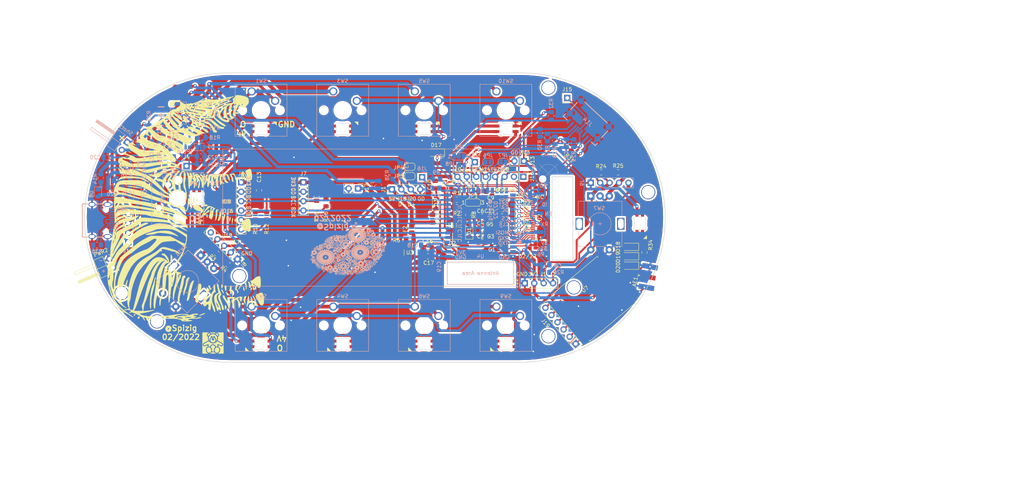
<source format=kicad_pcb>
(kicad_pcb (version 20171130) (host pcbnew "(5.1.10)-1")
  (title_block (date "sam. 04 avril 2015"))
  (layers (0 F.Cu signal hide) (31 B.Cu signal) (34 B.Paste user) (35 F.Paste user hide) (36 B.SilkS user) (37 F.SilkS user) (38 B.Mask user hide) (39 F.Mask user) (44 Edge.Cuts user))
  (net 0 "")
  (net 1 GND)
  (net 2 +5V)
  (net 3 "Net-(C7-Pad2)")
  (net 4 +3.3VP)
  (net 5 "Net-(C1-Pad2)")
  (net 6 "Net-(C2-Pad2)")
  (net 7 "Net-(C3-Pad2)")
  (net 8 "Net-(C4-Pad2)")
  (net 9 "Net-(C6-Pad2)")
  (net 10 "Net-(C9-Pad2)")
  (net 11 "Net-(C10-Pad2)")
  (net 12 "Net-(C11-Pad2)")
  (net 13 "Net-(Q1-Pad1)")
  (net 14 "Net-(C5-Pad2)")
  (net 15 "Net-(C10-Pad1)")
  (net 16 /EPD_MOSI)
  (net 17 /EPD_BUSY)
  (net 18 /EPD_RST)
  (net 19 /EPD_DC)
  (net 20 /EPD_CS)
  (net 21 /EPD_CLK)
  (net 22 /EN)
  (net 23 /G0)
  (net 24 /RXD_U)
  (net 25 /TXD_U)
  (net 26 "Net-(R5-Pad1)")
  (net 27 /WS2812)
  (net 28 /IO48)
  (net 29 /IO47)
  (net 30 /IO21)
  (net 31 /IO14)
  (net 32 /D+)
  (net 33 /D-)
  (net 34 /IO15)
  (net 35 /IO09)
  (net 36 /SEL_R)
  (net 37 "Net-(JP1-Pad3)")
  (net 38 /SEL1)
  (net 39 "Net-(R9-Pad2)")
  (net 40 /GPIO12)
  (net 41 VDC)
  (net 42 "Net-(C22-Pad2)")
  (net 43 /DONE)
  (net 44 "Net-(D4-Pad2)")
  (net 45 "Net-(D8-Pad1)")
  (net 46 /I2C_PU)
  (net 47 /I2C_PU2)
  (net 48 "Net-(R13-Pad1)")
  (net 49 "Net-(R14-Pad2)")
  (net 50 "Net-(R19-Pad2)")
  (net 51 "Net-(R20-Pad1)")
  (net 52 "Net-(R21-Pad2)")
  (net 53 "Net-(R21-Pad1)")
  (net 54 "Net-(RV1-Pad1)")
  (net 55 "Net-(U3-Pad4)")
  (net 56 "Net-(U4-Pad31)")
  (net 57 /COL1)
  (net 58 /COL2)
  (net 59 /COL3)
  (net 60 +5VA)
  (net 61 +BATT)
  (net 62 "Net-(R17-Pad2)")
  (net 63 /IO5)
  (net 64 /IO16)
  (net 65 /IO8)
  (net 66 /DAC1)
  (net 67 /DAC2)
  (net 68 "Net-(D11-Pad4)")
  (net 69 "Net-(D10-Pad4)")
  (net 70 "Net-(D11-Pad2)")
  (net 71 "Net-(D12-Pad2)")
  (net 72 "Net-(D13-Pad2)")
  (net 73 "Net-(D14-Pad2)")
  (net 74 "Net-(D15-Pad2)")
  (net 75 /WS_2)
  (net 76 "Net-(D12-Pad1)")
  (net 77 "Net-(J8-Pad5)")
  (net 78 "Net-(SW11-PadS2)")
  (net 79 +4V)
  (net 80 "Net-(D10-Pad2)")
  (net 81 /IO10)
  (net 82 /IO11)
  (net 83 /IO13)
  (net 84 /IO45)
  (net 85 "Net-(F2-Pad2)")
  (net 86 /EPD_MISO)
  (net 87 /IO1)
  (net 88 /IO2)
  (net 89 "Net-(U2-Pad24)")
  (net 90 "Net-(U2-Pad19)")
  (net 91 "Net-(U2-Pad18)")
  (net 92 /IO13_1)
  (net 93 /IO14_1)
  (net 94 "Net-(J10-Pad2)")
  (net 95 "Net-(J10-Pad1)")
  (net 96 "Net-(J14-Pad9)")
  (net 97 "Net-(J16-Pad1)")
  (net 98 "Net-(R11-Pad1)")
  (net 99 +5VD)
  (net 100 "Net-(U7-Pad12)")
  (net 101 "Net-(U7-Pad11)")
  (net 102 "Net-(U7-Pad7)")
  (net 103 /RFM_MOSI)
  (net 104 /RFM_MISO)
  (net 105 /RFM_CLK)
  (net 106 /RFM_CS)
  (net 107 /RFM_DIO)
  (net 108 /RFM_RST)
  (net 109 "Net-(AE1-Pad1)")
  (net 110 "Net-(D18-Pad2)")
  (net 111 "Net-(D19-Pad2)")
  (net 112 "Net-(D20-Pad2)")
  (net 113 "Net-(U8-PadA8)")
  (net 114 "Net-(U8-PadB8)")
  (net 115 /DP)
  (net 116 "Net-(R35-Pad1)")
  (net 117 "Net-(R36-Pad2)")
  (net 118 /DN)
  (module Brain:Brain (layer B.Cu) (at 145.894 110.41)
    (fp_text reference G*** hide)
    (fp_text value LOGO hide)
  )
  (module Symbol:baerklein (layer F.Cu) (at 109.572 135.81)
    (fp_text reference G*** hide)
    (fp_text value LOGO hide)
  )
  (module tp4056:zebra (layer F.Cu) (at 101.698 99.996 90)
    (fp_text reference G*** hide)
    (fp_text value LOGO hide)
  )
  (module Resistor_SMD:R_0805_2012Metric_Pad1.20x1.40mm_HandSolder (layer B.Cu) (at 158.086 90.598 90)
    (fp_text reference R38 (at 0 -1.524 90) (layer B.SilkS) (effects (justify mirror)))
    (fp_text value 0R)
    (pad 2 smd roundrect (at 1 0 90) (size 1.2 1.4) (layers B.Cu B.Paste B.Mask) (roundrect_rratio 0.2083325) (net 118 /DN))
    (pad 1 smd roundrect (at -1 0 90) (size 1.2 1.4) (layers B.Cu B.Paste B.Mask) (roundrect_rratio 0.2083325) (net 33 /D-))
  )
  (module Resistor_SMD:R_0805_2012Metric_Pad1.20x1.40mm_HandSolder (layer B.Cu) (at 160.118 88.312 90)
    (fp_text reference R37 (at 0 1.65 90) (layer B.SilkS) (effects (justify mirror)))
    (fp_text value 0R)
    (pad 2 smd roundrect (at 1 0 90) (size 1.2 1.4) (layers B.Cu B.Paste B.Mask) (roundrect_rratio 0.2083325) (net 115 /DP))
    (pad 1 smd roundrect (at -1 0 90) (size 1.2 1.4) (layers B.Cu B.Paste B.Mask) (roundrect_rratio 0.2083325) (net 32 /D+))
  )
  (module Resistor_SMD:R_0805_2012Metric_Pad1.15x1.40mm_HandSolder (layer B.Cu) (at 78.33 109.394)
    (fp_text reference R36 (at 0 1.65) (layer B.SilkS) (effects (justify mirror)))
    (fp_text value 5,1K)
    (pad 2 smd roundrect (at 1.025 0) (size 1.15 1.4) (layers B.Cu B.Paste B.Mask) (roundrect_rratio 0.2173904347826087) (net 117 "Net-(R36-Pad2)"))
    (pad 1 smd roundrect (at -1.025 0) (size 1.15 1.4) (layers B.Cu B.Paste B.Mask) (roundrect_rratio 0.2173904347826087) (net 1 GND))
  )
  (module Resistor_SMD:R_0805_2012Metric_Pad1.15x1.40mm_HandSolder (layer B.Cu) (at 85.188 97.964 180)
    (fp_text reference R35 (at 0 -1.778) (layer B.SilkS) (effects (justify mirror)))
    (fp_text value 1K)
    (pad 2 smd roundrect (at 1.025 0 180) (size 1.15 1.4) (layers B.Cu B.Paste B.Mask) (roundrect_rratio 0.2173904347826087) (net 1 GND))
    (pad 1 smd roundrect (at -1.025 0 180) (size 1.15 1.4) (layers B.Cu B.Paste B.Mask) (roundrect_rratio 0.2173904347826087) (net 116 "Net-(R35-Pad1)"))
  )
  (module tp4056:USB-C_SMD-TYPE-C-31-M-12 (layer B.Cu) (at 79.6 102.79 90)
    (fp_text reference U8 (at -0.175 4.03 -90) (layer B.SilkS) (effects (font (size 1.143 1.143) (thickness 0.152)) (justify left mirror)))
    (fp_text value KoreanHropartsElecTYPE-C-31-M-12 hide)
    (pad 0 thru_hole oval (at -4.325 -2.634 90) (size 1.2 1.8) (drill oval 0.8 1.4) (layers *.Cu *.Paste *.Mask) (net 1 GND))
    (pad 0 thru_hole oval (at -4.325 1.566 90) (size 1.2 2) (drill oval 0.8 1.6) (layers *.Cu *.Paste *.Mask) (net 1 GND))
    (pad 0 thru_hole oval (at 4.325 1.566 90) (size 1.2 2) (drill oval 0.8 1.6) (layers *.Cu *.Paste *.Mask) (net 1 GND))
    (pad 0 thru_hole oval (at 4.325 -2.634 90) (size 1.2 1.8) (drill oval 0.8 1.4) (layers *.Cu *.Paste *.Mask) (net 1 GND))
    (pad A12 smd rect (at 3.35 2.634 90) (size 0.3 1.3) (layers B.Cu B.Paste B.Mask) (net 1 GND))
    (pad B1 smd rect (at 3.05 2.634 90) (size 0.3 1.3) (layers B.Cu B.Paste B.Mask) (net 1 GND))
    (pad A9 smd rect (at 2.55 2.634 90) (size 0.3 1.3) (layers B.Cu B.Paste B.Mask) (net 99 +5VD))
    (pad B4 smd rect (at 2.25 2.634 90) (size 0.3 1.3) (layers B.Cu B.Paste B.Mask) (net 99 +5VD))
    (pad B9 smd rect (at -2.25 2.634 90) (size 0.3 1.3) (layers B.Cu B.Paste B.Mask) (net 99 +5VD))
    (pad A4 smd rect (at -2.55 2.634 90) (size 0.3 1.3) (layers B.Cu B.Paste B.Mask) (net 99 +5VD))
    (pad B12 smd rect (at -3.05 2.634 90) (size 0.3 1.3) (layers B.Cu B.Paste B.Mask) (net 1 GND))
    (pad A1 smd rect (at -3.35 2.634 90) (size 0.3 1.3) (layers B.Cu B.Paste B.Mask) (net 1 GND))
    (pad B5 smd rect (at 1.75 2.634 90) (size 0.3 1.3) (layers B.Cu B.Paste B.Mask) (net 116 "Net-(R35-Pad1)"))
    (pad A8 smd rect (at 1.25 2.634 90) (size 0.3 1.3) (layers B.Cu B.Paste B.Mask) (net 113 "Net-(U8-PadA8)"))
    (pad B6 smd rect (at 0.75 2.634 90) (size 0.3 1.3) (layers B.Cu B.Paste B.Mask) (net 115 /DP))
    (pad A7 smd rect (at 0.25 2.634 90) (size 0.3 1.3) (layers B.Cu B.Paste B.Mask) (net 118 /DN))
    (pad A6 smd rect (at -0.25 2.634 90) (size 0.3 1.3) (layers B.Cu B.Paste B.Mask) (net 115 /DP))
    (pad B7 smd rect (at -0.75 2.634 90) (size 0.3 1.3) (layers B.Cu B.Paste B.Mask) (net 118 /DN))
    (pad A5 smd rect (at -1.25 2.634 90) (size 0.3 1.3) (layers B.Cu B.Paste B.Mask) (net 117 "Net-(R36-Pad2)"))
    (pad B8 smd rect (at -1.75 2.634 90) (size 0.3 1.3) (layers B.Cu B.Paste B.Mask) (net 114 "Net-(U8-PadB8)"))
    (pad "" np_thru_hole circle (at 2.9 1.066 90) (size 0.75 0.75) (drill 0.75) (layers *.Cu *.Mask))
    (pad "" np_thru_hole circle (at -2.9 1.066 90) (size 0.75 0.75) (drill 0.75) (layers *.Cu *.Mask))
  )
  (module Connector_PinHeader_2.54mm:PinHeader_1x04_P2.54mm_Vertical (layer F.Cu) (at 193.646 119.7 90)
    (fp_text reference J12 (at 0 -2.33 90) (layer F.SilkS))
    (fp_text value Joystick)
    (pad 4 thru_hole oval (at 0 7.62 90) (size 1.7 1.7) (drill 1) (layers *.Cu *.Mask) (net 88 /IO2))
    (pad 3 thru_hole oval (at 0 5.08 90) (size 1.7 1.7) (drill 1) (layers *.Cu *.Mask) (net 87 /IO1))
    (pad 2 thru_hole oval (at 0 2.54 90) (size 1.7 1.7) (drill 1) (layers *.Cu *.Mask) (net 4 +3.3VP))
    (pad 1 thru_hole rect (at 0 0 90) (size 1.7 1.7) (drill 1) (layers *.Cu *.Mask) (net 1 GND))
  )
  (module Resistor_SMD:R_0805_2012Metric_Pad1.15x1.40mm_HandSolder (layer F.Cu) (at 225.904 111.426 270)
    (fp_text reference R34 (at -2.032 -1.65 90) (layer F.SilkS))
    (fp_text value 1K)
    (pad 2 smd roundrect (at 1.025 0 270) (size 1.15 1.4) (layers F.Cu F.Paste F.Mask) (roundrect_rratio 0.2173904347826087) (net 1 GND))
    (pad 1 smd roundrect (at -1.025 0 270) (size 1.15 1.4) (layers F.Cu F.Paste F.Mask) (roundrect_rratio 0.2173904347826087) (net 107 /RFM_DIO))
  )
  (module Diode_SMD:D_SOD-123 (layer F.Cu) (at 222.094 114.982 180)
    (fp_text reference D20 (at 3.302 -0.508 270) (layer F.SilkS))
    (fp_text value MBR0530)
    (pad 2 smd rect (at 1.65 0 180) (size 0.9 1.2) (layers F.Cu F.Paste F.Mask) (net 112 "Net-(D20-Pad2)"))
    (pad 1 smd rect (at -1.65 0 180) (size 0.9 1.2) (layers F.Cu F.Paste F.Mask) (net 107 /RFM_DIO))
  )
  (module Diode_SMD:D_SOD-123 (layer F.Cu) (at 222.094 112.442 180)
    (fp_text reference D19 (at 3.302 -0.254 270) (layer F.SilkS))
    (fp_text value MBR0530)
    (pad 2 smd rect (at 1.65 0 180) (size 0.9 1.2) (layers F.Cu F.Paste F.Mask) (net 111 "Net-(D19-Pad2)"))
    (pad 1 smd rect (at -1.65 0 180) (size 0.9 1.2) (layers F.Cu F.Paste F.Mask) (net 107 /RFM_DIO))
  )
  (module Diode_SMD:D_SOD-123 (layer F.Cu) (at 222.094 109.902 180)
    (fp_text reference D18 (at 3.302 0 90) (layer F.SilkS))
    (fp_text value MBR0530)
    (pad 2 smd rect (at 1.65 0 180) (size 0.9 1.2) (layers F.Cu F.Paste F.Mask) (net 110 "Net-(D18-Pad2)"))
    (pad 1 smd rect (at -1.65 0 180) (size 0.9 1.2) (layers F.Cu F.Paste F.Mask) (net 107 /RFM_DIO))
  )
  (module Connector_Coaxial:SMA_Samtec_SMA-J-P-H-ST-EM1_EdgeMount (layer F.Cu) (at 226.902556 118.03 350)
    (fp_text reference AE1 (at -3.264264 1.86517 80) (layer F.SilkS))
    (fp_text value Antenna_Shield)
    (pad 1 smd rect (at 0.2 0 80) (size 1.27 3.6) (layers F.Cu F.Paste F.Mask) (net 109 "Net-(AE1-Pad1)"))
    (pad 2 smd rect (at 0 -2.825 80) (size 1.35 4.2) (layers F.Cu F.Paste F.Mask) (net 1 GND))
    (pad 2 smd rect (at 0 2.825 80) (size 1.35 4.2) (layers F.Cu F.Paste F.Mask) (net 1 GND))
    (pad 2 smd rect (at 0 -2.825 80) (size 1.35 4.2) (layers B.Cu B.Paste B.Mask) (net 1 GND))
    (pad 2 smd rect (at 0 2.825 80) (size 1.35 4.2) (layers B.Cu B.Paste B.Mask) (net 1 GND))
  )
  (module Connector_PinHeader_2.54mm:PinHeader_1x06_P2.54mm_Vertical (layer F.Cu) (at 207.362 136.064 220)
    (fp_text reference J19 (at 2.634512 9.505234 130) (layer F.SilkS))
    (fp_text value Conn_01x06_Female)
    (pad 6 thru_hole oval (at 0 12.7 220) (size 1.7 1.7) (drill 1) (layers *.Cu *.Mask) (net 104 /RFM_MISO))
    (pad 5 thru_hole oval (at 0 10.16 220) (size 1.7 1.7) (drill 1) (layers *.Cu *.Mask) (net 103 /RFM_MOSI))
    (pad 4 thru_hole oval (at 0 7.62 220) (size 1.7 1.7) (drill 1) (layers *.Cu *.Mask) (net 105 /RFM_CLK))
    (pad 3 thru_hole oval (at 0 5.08 220) (size 1.7 1.7) (drill 1) (layers *.Cu *.Mask) (net 106 /RFM_CS))
    (pad 2 thru_hole oval (at 0 2.54 220) (size 1.7 1.7) (drill 1) (layers *.Cu *.Mask) (net 108 /RFM_RST))
    (pad 1 thru_hole rect (at 0 0 220) (size 1.7 1.7) (drill 1) (layers *.Cu *.Mask) (net 107 /RFM_DIO))
  )
  (module RF_Module:HOPERF_RFM9XW_SMD (layer F.Cu) (at 212.188 123.872 40)
    (fp_text reference U7 (at -0.118497 -3.415165 220) (layer F.SilkS))
    (fp_text value RFM95W-868S2)
    (pad 16 smd rect (at 8 -7 40) (size 2 1) (layers F.Cu F.Paste F.Mask) (net 110 "Net-(D18-Pad2)"))
    (pad 15 smd rect (at 8 -5 40) (size 2 1) (layers F.Cu F.Paste F.Mask) (net 111 "Net-(D19-Pad2)"))
    (pad 14 smd rect (at 8 -3 40) (size 2 1) (layers F.Cu F.Paste F.Mask) (net 112 "Net-(D20-Pad2)"))
    (pad 13 smd rect (at 8 -1 40) (size 2 1) (layers F.Cu F.Paste F.Mask) (net 4 +3.3VP))
    (pad 12 smd rect (at 8 1 40) (size 2 1) (layers F.Cu F.Paste F.Mask) (net 100 "Net-(U7-Pad12)"))
    (pad 11 smd rect (at 8 3 40) (size 2 1) (layers F.Cu F.Paste F.Mask) (net 101 "Net-(U7-Pad11)"))
    (pad 10 smd rect (at 8 5 40) (size 2 1) (layers F.Cu F.Paste F.Mask) (net 1 GND))
    (pad 9 smd rect (at 8 7 40) (size 2 1) (layers F.Cu F.Paste F.Mask) (net 109 "Net-(AE1-Pad1)"))
    (pad 8 smd rect (at -8 7 40) (size 2 1) (layers F.Cu F.Paste F.Mask) (net 1 GND))
    (pad 7 smd rect (at -8 5 40) (size 2 1) (layers F.Cu F.Paste F.Mask) (net 102 "Net-(U7-Pad7)"))
    (pad 6 smd rect (at -8 3 40) (size 2 1) (layers F.Cu F.Paste F.Mask) (net 108 /RFM_RST))
    (pad 5 smd rect (at -8 1 40) (size 2 1) (layers F.Cu F.Paste F.Mask) (net 106 /RFM_CS))
    (pad 4 smd rect (at -8 -1 40) (size 2 1) (layers F.Cu F.Paste F.Mask) (net 105 /RFM_CLK))
    (pad 3 smd rect (at -8 -3 40) (size 2 1) (layers F.Cu F.Paste F.Mask) (net 103 /RFM_MOSI))
    (pad 2 smd rect (at -8 -5 40) (size 2 1) (layers F.Cu F.Paste F.Mask) (net 104 /RFM_MISO))
    (pad 1 smd rect (at -8 -7 40) (size 2 1) (layers F.Cu F.Paste F.Mask) (net 1 GND))
  )
  (module Diode_SMD:D_SOD-123 (layer B.Cu) (at 89.252 95.424 270)
    (fp_text reference D7 (at 0 -2.032 90) (layer B.SilkS) (effects (justify mirror)))
    (fp_text value MBR0530)
    (pad 2 smd rect (at 1.65 0 270) (size 0.9 1.2) (layers B.Cu B.Paste B.Mask) (net 99 +5VD))
    (pad 1 smd rect (at -1.65 0 270) (size 0.9 1.2) (layers B.Cu B.Paste B.Mask) (net 41 VDC))
  )
  (module Package_TO_SOT_SMD:SOT-23 (layer B.Cu) (at 90.268 85.264)
    (fp_text reference SI3 (at 0 2.5) (layer B.SilkS) (effects (justify mirror)))
    (fp_text value SI2301CDS)
    (pad 3 smd rect (at 1 0) (size 0.9 0.8) (layers B.Cu B.Paste B.Mask) (net 61 +BATT))
    (pad 2 smd rect (at -1 -0.95) (size 0.9 0.8) (layers B.Cu B.Paste B.Mask) (net 41 VDC))
    (pad 1 smd rect (at -1 0.95) (size 0.9 0.8) (layers B.Cu B.Paste B.Mask) (net 99 +5VD))
  )
  (module Resistor_SMD:R_0805_2012Metric_Pad1.15x1.40mm_HandSolder (layer B.Cu) (at 89.252 90.09 270)
    (fp_text reference R33 (at 0 -1.778 90) (layer B.SilkS) (effects (justify mirror)))
    (fp_text value 100K)
    (pad 2 smd roundrect (at 1.025 0 270) (size 1.15 1.4) (layers B.Cu B.Paste B.Mask) (roundrect_rratio 0.2173904347826087) (net 1 GND))
    (pad 1 smd roundrect (at -1.025 0 270) (size 1.15 1.4) (layers B.Cu B.Paste B.Mask) (roundrect_rratio 0.2173904347826087) (net 99 +5VD))
  )
  (module Connector_PinHeader_2.54mm:PinHeader_1x04_P2.54mm_Vertical (layer F.Cu) (at 86.712 108.632 180)
    (fp_text reference J18 (at 0 -2.33) (layer F.SilkS))
    (fp_text value P1)
    (pad 4 thru_hole oval (at 0 7.62 180) (size 1.7 1.7) (drill 1) (layers *.Cu *.Mask) (net 1 GND))
    (pad 3 thru_hole oval (at 0 5.08 180) (size 1.7 1.7) (drill 1) (layers *.Cu *.Mask) (net 115 /DP))
    (pad 2 thru_hole oval (at 0 2.54 180) (size 1.7 1.7) (drill 1) (layers *.Cu *.Mask) (net 118 /DN))
    (pad 1 thru_hole rect (at 0 0 180) (size 1.7 1.7) (drill 1) (layers *.Cu *.Mask) (net 99 +5VD))
  )
  (module Connector_PinHeader_2.54mm:PinHeader_1x02_P2.54mm_Vertical (layer F.Cu) (at 148.688 94.154 270)
    (fp_text reference J17 (at 0 -2.33 90) (layer F.SilkS))
    (fp_text value PWR_SEL)
    (pad 2 thru_hole oval (at 0 2.54 270) (size 1.7 1.7) (drill 1) (layers *.Cu *.Mask) (net 1 GND))
    (pad 1 thru_hole rect (at 0 0 270) (size 1.7 1.7) (drill 1) (layers *.Cu *.Mask) (net 2 +5V))
  )
  (module Resistor_SMD:R_0805_2012Metric_Pad1.20x1.40mm_HandSolder (layer B.Cu) (at 169.644 94.066 180)
    (fp_text reference R11 (at 0.128 -1.866) (layer B.SilkS) (effects (justify mirror)))
    (fp_text value 10K)
    (pad 2 smd roundrect (at 1 0 180) (size 1.2 1.4) (layers B.Cu B.Paste B.Mask) (roundrect_rratio 0.2083325) (net 97 "Net-(J16-Pad1)"))
    (pad 1 smd roundrect (at -1 0 180) (size 1.2 1.4) (layers B.Cu B.Paste B.Mask) (roundrect_rratio 0.2083325) (net 98 "Net-(R11-Pad1)"))
  )
  (module Connector_PinHeader_2.54mm:PinHeader_1x01_P2.54mm_Vertical (layer B.Cu) (at 165.96 91.106 180)
    (fp_text reference J16 (at 0 2.33) (layer B.SilkS) (effects (justify mirror)))
    (fp_text value Conn_01x01_Male)
    (pad 1 thru_hole rect (at 0 0 180) (size 1.7 1.7) (drill 1) (layers *.Cu *.Mask) (net 97 "Net-(J16-Pad1)"))
  )
  (module Connector_PinHeader_2.54mm:PinHeader_1x01_P2.54mm_Vertical (layer F.Cu) (at 205.076 69.77)
    (fp_text reference J15 (at 0 -2.33) (layer F.SilkS))
    (fp_text value Conn_01x01_Male)
    (pad 1 thru_hole rect (at 0 0) (size 1.7 1.7) (drill 1) (layers *.Cu *.Mask) (net 96 "Net-(J14-Pad9)"))
  )
  (module Capacitor_SMD:C_0805_2012Metric_Pad1.15x1.40mm_HandSolder (layer B.Cu) (at 86.204 91.868 180)
    (fp_text reference C26 (at 0 1.27) (layer B.SilkS) (effects (justify mirror)))
    (fp_text value 100nF)
    (pad 2 smd roundrect (at 1.025 0 180) (size 1.15 1.4) (layers B.Cu B.Paste B.Mask) (roundrect_rratio 0.2173904347826087) (net 1 GND))
    (pad 1 smd roundrect (at -1.025 0 180) (size 1.15 1.4) (layers B.Cu B.Paste B.Mask) (roundrect_rratio 0.2173904347826087) (net 99 +5VD))
  )
  (module Capacitor_SMD:C_0805_2012Metric_Pad1.15x1.40mm_HandSolder (layer B.Cu) (at 86.204 93.9 180)
    (fp_text reference C25 (at 0 -1.524) (layer B.SilkS) (effects (justify mirror)))
    (fp_text value 1uF)
    (pad 2 smd roundrect (at 1.025 0 180) (size 1.15 1.4) (layers B.Cu B.Paste B.Mask) (roundrect_rratio 0.2173904347826087) (net 1 GND))
    (pad 1 smd roundrect (at -1.025 0 180) (size 1.15 1.4) (layers B.Cu B.Paste B.Mask) (roundrect_rratio 0.2173904347826087) (net 99 +5VD))
  )
  (module tp4056:SOT-23-5_L3.0-W1.7-P0.95-LS2.8-BR (layer B.Cu) (at 86.458 88.566 90)
    (fp_text reference U6 (at -0.064 -1.27 180) (layer B.SilkS) (effects (font (size 1.143 1.143) (thickness 0.152)) (justify right mirror)))
    (fp_text value TP4065 hide)
    (pad 1 smd rect (at 1.3 -0.95 90) (size 1 0.6) (layers B.Cu B.Paste B.Mask) (net 49 "Net-(R14-Pad2)"))
    (pad 2 smd rect (at 1.3 0 90) (size 1 0.6) (layers B.Cu B.Paste B.Mask) (net 1 GND))
    (pad 3 smd rect (at 1.3 0.95 90) (size 1 0.6) (layers B.Cu B.Paste B.Mask) (net 61 +BATT))
    (pad 4 smd rect (at -1.3 0.95 90) (size 1 0.6) (layers B.Cu B.Paste B.Mask) (net 99 +5VD))
    (pad 5 smd rect (at -1.3 -0.95 90) (size 1 0.6) (layers B.Cu B.Paste B.Mask) (net 51 "Net-(R20-Pad1)"))
  )
  (module Resistor_SMD:R_0805_2012Metric_Pad1.15x1.40mm_HandSolder (layer B.Cu) (at 200.758 74.596 270)
    (fp_text reference R32 (at -3.302 0 90) (layer B.SilkS) (effects (justify mirror)))
    (fp_text value 10k)
    (pad 2 smd roundrect (at 1.025 0 270) (size 1.15 1.4) (layers B.Cu B.Paste B.Mask) (roundrect_rratio 0.2173904347826087) (net 81 /IO10))
    (pad 1 smd roundrect (at -1.025 0 270) (size 1.15 1.4) (layers B.Cu B.Paste B.Mask) (roundrect_rratio 0.2173904347826087) (net 4 +3.3VP))
  )
  (module Resistor_SMD:R_0805_2012Metric_Pad1.15x1.40mm_HandSolder (layer F.Cu) (at 206.854 84.756 135)
    (fp_text reference R31 (at 0 -1.65 135) (layer F.SilkS))
    (fp_text value 10k)
    (pad 2 smd roundrect (at 1.025 0 135) (size 1.15 1.4) (layers F.Cu F.Paste F.Mask) (roundrect_rratio 0.2173904347826087) (net 4 +3.3VP))
    (pad 1 smd roundrect (at -1.025 0 135) (size 1.15 1.4) (layers F.Cu F.Paste F.Mask) (roundrect_rratio 0.2173904347826087) (net 28 /IO48))
  )
  (module Resistor_SMD:R_0805_2012Metric_Pad1.15x1.40mm_HandSolder (layer B.Cu) (at 197.71 79.168 90)
    (fp_text reference R30 (at -3.302 0 90) (layer B.SilkS) (effects (justify mirror)))
    (fp_text value 10k)
    (pad 2 smd roundrect (at 1.025 0 90) (size 1.15 1.4) (layers B.Cu B.Paste B.Mask) (roundrect_rratio 0.2173904347826087) (net 82 /IO11))
    (pad 1 smd roundrect (at -1.025 0 90) (size 1.15 1.4) (layers B.Cu B.Paste B.Mask) (roundrect_rratio 0.2173904347826087) (net 4 +3.3VP))
  )
  (module Resistor_SMD:R_0805_2012Metric_Pad1.15x1.40mm_HandSolder (layer B.Cu) (at 206.854 81.962 90)
    (fp_text reference R29 (at -3.556 0 90) (layer B.SilkS) (effects (justify mirror)))
    (fp_text value 10k)
    (pad 2 smd roundrect (at 1.025 0 90) (size 1.15 1.4) (layers B.Cu B.Paste B.Mask) (roundrect_rratio 0.2173904347826087) (net 4 +3.3VP))
    (pad 1 smd roundrect (at -1.025 0 90) (size 1.15 1.4) (layers B.Cu B.Paste B.Mask) (roundrect_rratio 0.2173904347826087) (net 29 /IO47))
  )
  (module Resistor_SMD:R_0805_2012Metric_Pad1.15x1.40mm_HandSolder (layer B.Cu) (at 201.774 81.2 270)
    (fp_text reference R28 (at 3.302 0 90) (layer B.SilkS) (effects (justify mirror)))
    (fp_text value 10k)
    (pad 2 smd roundrect (at 1.025 0 270) (size 1.15 1.4) (layers B.Cu B.Paste B.Mask) (roundrect_rratio 0.2173904347826087) (net 93 /IO14_1))
    (pad 1 smd roundrect (at -1.025 0 270) (size 1.15 1.4) (layers B.Cu B.Paste B.Mask) (roundrect_rratio 0.2173904347826087) (net 4 +3.3VP))
  )
  (module Resistor_SMD:R_0805_2012Metric_Pad1.15x1.40mm_HandSolder (layer B.Cu) (at 199.742 80.438 90)
    (fp_text reference R27 (at -3.556 0 90) (layer B.SilkS) (effects (justify mirror)))
    (fp_text value 10k)
    (pad 2 smd roundrect (at 1.025 0 90) (size 1.15 1.4) (layers B.Cu B.Paste B.Mask) (roundrect_rratio 0.2173904347826087) (net 92 /IO13_1))
    (pad 1 smd roundrect (at -1.025 0 90) (size 1.15 1.4) (layers B.Cu B.Paste B.Mask) (roundrect_rratio 0.2173904347826087) (net 4 +3.3VP))
  )
  (module Capacitor_SMD:C_0805_2012Metric_Pad1.15x1.40mm_HandSolder (layer B.Cu) (at 204.822 81.962 270)
    (fp_text reference C23 (at 3.556 0 90) (layer B.SilkS) (effects (justify mirror)))
    (fp_text value 100nF)
    (pad 2 smd roundrect (at 1.025 0 270) (size 1.15 1.4) (layers B.Cu B.Paste B.Mask) (roundrect_rratio 0.2173904347826087) (net 1 GND))
    (pad 1 smd roundrect (at -1.025 0 270) (size 1.15 1.4) (layers B.Cu B.Paste B.Mask) (roundrect_rratio 0.2173904347826087) (net 4 +3.3VP))
  )
  (module tp4056:TF-SMD_XKTF-0803-0 (layer B.Cu) (at 210.41 76.374 137.5)
    (fp_text reference J14 (at 1.607073 0.249943 137.5) (layer B.SilkS) (effects (font (size 1.143 1.143) (thickness 0.152)) (justify right mirror)))
    (fp_text value Micro_SD_Card_Det_US hide)
    (pad 1 smd rect (at 3.85 -3.1 137.5) (size 0.5 1.5) (layers B.Cu B.Paste B.Mask) (net 81 /IO10))
    (pad 2 smd rect (at 2.75 -3.1 137.5) (size 0.5 1.5) (layers B.Cu B.Paste B.Mask) (net 82 /IO11))
    (pad 3 smd rect (at 1.65 -3.1 137.5) (size 0.5 1.5) (layers B.Cu B.Paste B.Mask) (net 92 /IO13_1))
    (pad 4 smd rect (at 0.9 -3.1 137.5) (size 0.5 1.5) (layers B.Cu B.Paste B.Mask) (net 4 +3.3VP))
    (pad 5 smd rect (at -0.55 -3.1 137.5) (size 0.5 1.5) (layers B.Cu B.Paste B.Mask) (net 93 /IO14_1))
    (pad 6 smd rect (at -1.65 -3.1 137.5) (size 0.5 1.5) (layers B.Cu B.Paste B.Mask) (net 1 GND))
    (pad 7 smd rect (at -2.75 -3.1 137.5) (size 0.5 1.5) (layers B.Cu B.Paste B.Mask) (net 29 /IO47))
    (pad 8 smd rect (at -3.85 -3.1 137.5) (size 0.5 1.5) (layers B.Cu B.Paste B.Mask) (net 28 /IO48))
    (pad 9 smd rect (at 0.2 -3.1 137.5) (size 0.5 1.5) (layers B.Cu B.Paste B.Mask) (net 96 "Net-(J14-Pad9)"))
    (pad 10 smd rect (at -5.1 -1.35 137.5) (size 1.3 1.4) (layers B.Cu B.Paste B.Mask) (net 1 GND))
    (pad 11 smd rect (at -5.1 3.1 137.5) (size 1.3 1.4) (layers B.Cu B.Paste B.Mask) (net 1 GND))
    (pad 12 smd rect (at 5.1 3.1 137.5) (size 1.3 1.4) (layers B.Cu B.Paste B.Mask) (net 1 GND))
    (pad 13 smd rect (at 5.1 -1.35 137.5) (size 1.3 1.4) (layers B.Cu B.Paste B.Mask) (net 1 GND))
  )
  (module Jumper:SolderJumper-2_P1.3mm_Open_RoundedPad1.0x1.5mm (layer B.Cu) (at 176.628 88.058 180)
    (fp_text reference JP8 (at 3.048 0.508) (layer B.SilkS) (effects (justify mirror)))
    (fp_text value Jumper_2_Open)
    (pad 2 smd custom (at 0.65 0 180) (size 1 0.5) (layers B.Cu B.Mask) (net 1 GND) (options (clearance outline) (anchor rect)) (primitives (gr_circle (center 0 -0.25) (end 0.5 -0.25) (width 0)) (gr_circle (center 0 0.25) (end 0.5 0.25) (width 0)) (gr_poly (pts (xy 0 0.75) (xy -0.5 0.75) (xy -0.5 -0.75) (xy 0 -0.75)) (width 0))))
    (pad 1 smd custom (at -0.65 0 180) (size 1 0.5) (layers B.Cu B.Mask) (net 82 /IO11) (options (clearance outline) (anchor rect)) (primitives (gr_circle (center 0 -0.25) (end 0.5 -0.25) (width 0)) (gr_circle (center 0 0.25) (end 0.5 0.25) (width 0)) (gr_poly (pts (xy 0 0.75) (xy 0.5 0.75) (xy 0.5 -0.75) (xy 0 -0.75)) (width 0))))
  )
  (module Connector_PinHeader_2.54mm:PinHeader_1x02_P2.54mm_Vertical (layer F.Cu) (at 193.392 86.788 270)
    (fp_text reference J13 (at 0 -2.33 90) (layer F.SilkS))
    (fp_text value PWR_SEL)
    (pad 2 thru_hole oval (at 0 2.54 270) (size 1.7 1.7) (drill 1) (layers *.Cu *.Mask) (net 1 GND))
    (pad 1 thru_hole rect (at 0 0 270) (size 1.7 1.7) (drill 1) (layers *.Cu *.Mask) (net 4 +3.3VP))
  )
  (module Jumper:SolderJumper-2_P1.3mm_Open_RoundedPad1.0x1.5mm (layer B.Cu) (at 187.836 87.042 180)
    (fp_text reference JP7 (at 0 1.8) (layer B.SilkS) (effects (justify mirror)))
    (fp_text value Jumper_2_Open)
    (pad 2 smd custom (at 0.65 0 180) (size 1 0.5) (layers B.Cu B.Mask) (net 93 /IO14_1) (options (clearance outline) (anchor rect)) (primitives (gr_circle (center 0 -0.25) (end 0.5 -0.25) (width 0)) (gr_circle (center 0 0.25) (end 0.5 0.25) (width 0)) (gr_poly (pts (xy 0 0.75) (xy -0.5 0.75) (xy -0.5 -0.75) (xy 0 -0.75)) (width 0))))
    (pad 1 smd custom (at -0.65 0 180) (size 1 0.5) (layers B.Cu B.Mask) (net 31 /IO14) (options (clearance outline) (anchor rect)) (primitives (gr_circle (center 0 -0.25) (end 0.5 -0.25) (width 0)) (gr_circle (center 0 0.25) (end 0.5 0.25) (width 0)) (gr_poly (pts (xy 0 0.75) (xy 0.5 0.75) (xy 0.5 -0.75) (xy 0 -0.75)) (width 0))))
  )
  (module Jumper:SolderJumper-2_P1.3mm_Open_RoundedPad1.0x1.5mm (layer B.Cu) (at 183.74 87.042 180)
    (fp_text reference JP6 (at 0 1.8) (layer B.SilkS) (effects (justify mirror)))
    (fp_text value Jumper_2_Open)
    (pad 2 smd custom (at 0.65 0 180) (size 1 0.5) (layers B.Cu B.Mask) (net 92 /IO13_1) (options (clearance outline) (anchor rect)) (primitives (gr_circle (center 0 -0.25) (end 0.5 -0.25) (width 0)) (gr_circle (center 0 0.25) (end 0.5 0.25) (width 0)) (gr_poly (pts (xy 0 0.75) (xy -0.5 0.75) (xy -0.5 -0.75) (xy 0 -0.75)) (width 0))))
    (pad 1 smd custom (at -0.65 0 180) (size 1 0.5) (layers B.Cu B.Mask) (net 83 /IO13) (options (clearance outline) (anchor rect)) (primitives (gr_circle (center 0 -0.25) (end 0.5 -0.25) (width 0)) (gr_circle (center 0 0.25) (end 0.5 0.25) (width 0)) (gr_poly (pts (xy 0 0.75) (xy 0.5 0.75) (xy 0.5 -0.75) (xy 0 -0.75)) (width 0))))
  )
  (module Jumper:SolderJumper-2_P1.3mm_Open_RoundedPad1.0x1.5mm (layer F.Cu) (at 162.658 90.852 180)
    (fp_text reference JP5 (at 3.048 0) (layer F.SilkS))
    (fp_text value Jumper_2_Open)
    (pad 2 smd custom (at 0.65 0 180) (size 1 0.5) (layers F.Cu F.Mask) (net 32 /D+) (options (clearance outline) (anchor rect)) (primitives (gr_circle (center 0 0.25) (end 0.5 0.25) (width 0)) (gr_circle (center 0 -0.25) (end 0.5 -0.25) (width 0)) (gr_poly (pts (xy 0 -0.75) (xy -0.5 -0.75) (xy -0.5 0.75) (xy 0 0.75)) (width 0))))
    (pad 1 smd custom (at -0.65 0 180) (size 1 0.5) (layers F.Cu F.Mask) (net 92 /IO13_1) (options (clearance outline) (anchor rect)) (primitives (gr_circle (center 0 0.25) (end 0.5 0.25) (width 0)) (gr_circle (center 0 -0.25) (end 0.5 -0.25) (width 0)) (gr_poly (pts (xy 0 -0.75) (xy 0.5 -0.75) (xy 0.5 0.75) (xy 0 0.75)) (width 0))))
  )
  (module Jumper:SolderJumper-2_P1.3mm_Open_RoundedPad1.0x1.5mm (layer F.Cu) (at 162.658 88.312 180)
    (fp_text reference JP4 (at 3.048 -0.254) (layer F.SilkS))
    (fp_text value Jumper_2_Open)
    (pad 2 smd custom (at 0.65 0 180) (size 1 0.5) (layers F.Cu F.Mask) (net 33 /D-) (options (clearance outline) (anchor rect)) (primitives (gr_circle (center 0 0.25) (end 0.5 0.25) (width 0)) (gr_circle (center 0 -0.25) (end 0.5 -0.25) (width 0)) (gr_poly (pts (xy 0 -0.75) (xy -0.5 -0.75) (xy -0.5 0.75) (xy 0 0.75)) (width 0))))
    (pad 1 smd custom (at -0.65 0 180) (size 1 0.5) (layers F.Cu F.Mask) (net 93 /IO14_1) (options (clearance outline) (anchor rect)) (primitives (gr_circle (center 0 0.25) (end 0.5 0.25) (width 0)) (gr_circle (center 0 -0.25) (end 0.5 -0.25) (width 0)) (gr_poly (pts (xy 0 -0.75) (xy 0.5 -0.75) (xy 0.5 0.75) (xy 0 0.75)) (width 0))))
  )
  (module tp4056:TE_2-1734839-4_1x24-1MP_P0.5mm_Horizontal_2 (layer F.Cu) (at 197.202 102.028 90)
    (fp_text reference U2 (at 0 0.508 90) (layer F.SilkS))
    (fp_text value FPCConn)
    (pad MP smd rect (at 7.42 0.35 90) (size 2.3 3.1) (layers F.Cu F.Paste F.Mask) (net 1 GND))
    (pad MP smd rect (at -7.42 0.35 90) (size 2.3 3.1) (layers F.Cu F.Paste F.Mask) (net 1 GND))
    (pad 24 smd rect (at 5.75 -1.35 90) (size 0.3 1.1) (layers F.Cu F.Paste F.Mask) (net 89 "Net-(U2-Pad24)"))
    (pad 23 smd rect (at 5.25 -1.35 90) (size 0.3 1.1) (layers F.Cu F.Paste F.Mask) (net 13 "Net-(Q1-Pad1)"))
    (pad 22 smd rect (at 4.75 -1.35 90) (size 0.3 1.1) (layers F.Cu F.Paste F.Mask) (net 36 /SEL_R))
    (pad 21 smd rect (at 4.25 -1.35 90) (size 0.3 1.1) (layers F.Cu F.Paste F.Mask) (net 3 "Net-(C7-Pad2)"))
    (pad 20 smd rect (at 3.75 -1.35 90) (size 0.3 1.1) (layers F.Cu F.Paste F.Mask) (net 10 "Net-(C9-Pad2)"))
    (pad 19 smd rect (at 3.25 -1.35 90) (size 0.3 1.1) (layers F.Cu F.Paste F.Mask) (net 90 "Net-(U2-Pad19)"))
    (pad 18 smd rect (at 2.75 -1.35 90) (size 0.3 1.1) (layers F.Cu F.Paste F.Mask) (net 91 "Net-(U2-Pad18)"))
    (pad 17 smd rect (at 2.25 -1.35 90) (size 0.3 1.1) (layers F.Cu F.Paste F.Mask) (net 1 GND))
    (pad 16 smd rect (at 1.75 -1.35 90) (size 0.3 1.1) (layers F.Cu F.Paste F.Mask) (net 17 /EPD_BUSY))
    (pad 15 smd rect (at 1.25 -1.35 90) (size 0.3 1.1) (layers F.Cu F.Paste F.Mask) (net 18 /EPD_RST))
    (pad 14 smd rect (at 0.75 -1.35 90) (size 0.3 1.1) (layers F.Cu F.Paste F.Mask) (net 19 /EPD_DC))
    (pad 13 smd rect (at 0.25 -1.35 90) (size 0.3 1.1) (layers F.Cu F.Paste F.Mask) (net 20 /EPD_CS))
    (pad 12 smd rect (at -0.25 -1.35 90) (size 0.3 1.1) (layers F.Cu F.Paste F.Mask) (net 21 /EPD_CLK))
    (pad 11 smd rect (at -0.75 -1.35 90) (size 0.3 1.1) (layers F.Cu F.Paste F.Mask) (net 16 /EPD_MOSI))
    (pad 10 smd rect (at -1.25 -1.35 90) (size 0.3 1.1) (layers F.Cu F.Paste F.Mask) (net 4 +3.3VP))
    (pad 9 smd rect (at -1.75 -1.35 90) (size 0.3 1.1) (layers F.Cu F.Paste F.Mask) (net 4 +3.3VP))
    (pad 8 smd rect (at -2.25 -1.35 90) (size 0.3 1.1) (layers F.Cu F.Paste F.Mask) (net 1 GND))
    (pad 7 smd rect (at -2.75 -1.35 90) (size 0.3 1.1) (layers F.Cu F.Paste F.Mask) (net 12 "Net-(C11-Pad2)"))
    (pad 6 smd rect (at -3.25 -1.35 90) (size 0.3 1.1) (layers F.Cu F.Paste F.Mask) (net 9 "Net-(C6-Pad2)"))
    (pad 5 smd rect (at -3.75 -1.35 90) (size 0.3 1.1) (layers F.Cu F.Paste F.Mask) (net 14 "Net-(C5-Pad2)"))
    (pad 4 smd rect (at -4.25 -1.35 90) (size 0.3 1.1) (layers F.Cu F.Paste F.Mask) (net 8 "Net-(C4-Pad2)"))
    (pad 3 smd rect (at -4.75 -1.35 90) (size 0.3 1.1) (layers F.Cu F.Paste F.Mask) (net 7 "Net-(C3-Pad2)"))
    (pad 2 smd rect (at -5.25 -1.35 90) (size 0.3 1.1) (layers F.Cu F.Paste F.Mask) (net 6 "Net-(C2-Pad2)"))
    (pad 1 smd rect (at -5.75 -1.35 90) (size 0.3 1.1) (layers F.Cu F.Paste F.Mask) (net 5 "Net-(C1-Pad2)"))
  )
  (module Connector_PinHeader_1.27mm:PinHeader_1x07_P1.27mm_Vertical (layer F.Cu) (at 192.122 97.74)
    (fp_text reference J11 (at 0 -1.695) (layer F.SilkS))
    (fp_text value Conn_01x07_Female)
    (pad 7 thru_hole oval (at 0 7.62) (size 1 1) (drill 0.65) (layers *.Cu *.Mask) (net 16 /EPD_MOSI))
    (pad 6 thru_hole oval (at 0 6.35) (size 1 1) (drill 0.65) (layers *.Cu *.Mask) (net 86 /EPD_MISO))
    (pad 5 thru_hole oval (at 0 5.08) (size 1 1) (drill 0.65) (layers *.Cu *.Mask) (net 21 /EPD_CLK))
    (pad 4 thru_hole oval (at 0 3.81) (size 1 1) (drill 0.65) (layers *.Cu *.Mask) (net 20 /EPD_CS))
    (pad 3 thru_hole oval (at 0 2.54) (size 1 1) (drill 0.65) (layers *.Cu *.Mask) (net 19 /EPD_DC))
    (pad 2 thru_hole oval (at 0 1.27) (size 1 1) (drill 0.65) (layers *.Cu *.Mask) (net 18 /EPD_RST))
    (pad 1 thru_hole rect (at 0 0) (size 1 1) (drill 0.65) (layers *.Cu *.Mask) (net 17 /EPD_BUSY))
  )
  (module Jumper:SolderJumper-3_P1.3mm_Bridged12_RoundedPad1.0x1.5mm_NumberLabels (layer B.Cu) (at 110.08 91.36)
    (fp_text reference JP2 (at 0 1.8) (layer B.SilkS) (effects (justify mirror)))
    (fp_text value Jumper_3_Bridged12)
    (fp_poly (pts (xy -0.9 0.3) (xy -0.4 0.3) (xy -0.4 -0.3) (xy -0.9 -0.3)) (layer B.Cu) (width 0))
    (fp_text user 1 (at -2.6 0) (layer B.SilkS) (effects (justify mirror)))
    (fp_text user 3 (at 2.6 0) (layer B.SilkS) (effects (justify mirror)))
    (pad 1 smd custom (at -1.3 0) (size 1 0.5) (layers B.Cu B.Mask) (net 41 VDC) (options (clearance outline) (anchor rect)) (primitives (gr_poly (pts (xy 0.55 0.75) (xy 0 0.75) (xy 0 -0.75) (xy 0.55 -0.75)) (width 0)) (gr_circle (center 0 -0.25) (end 0.5 -0.25) (width 0)) (gr_circle (center 0 0.25) (end 0.5 0.25) (width 0))))
    (pad 2 smd rect (at 0 0) (size 1 1.5) (layers B.Cu B.Mask) (net 79 +4V))
    (pad 3 smd custom (at 1.3 0) (size 1 0.5) (layers B.Cu B.Mask) (net 60 +5VA) (options (clearance outline) (anchor rect)) (primitives (gr_circle (center 0 -0.25) (end 0.5 -0.25) (width 0)) (gr_circle (center 0 0.25) (end 0.5 0.25) (width 0)) (gr_poly (pts (xy -0.55 0.75) (xy 0 0.75) (xy 0 -0.75) (xy -0.55 -0.75)) (width 0))))
  )
  (module Connector_PinHeader_2.54mm:PinHeader_1x01_P2.54mm_Vertical (layer F.Cu) (at 102.46 88.1)
    (fp_text reference J4 (at 0 -2.33) (layer F.SilkS))
    (fp_text value Conn_01x01_Male)
    (pad 1 thru_hole rect (at 0 0) (size 1.7 1.7) (drill 1) (layers *.Cu *.Mask) (net 43 /DONE))
  )
  (module tp4056:MX_SK6812MINI-E (layer B.Cu) (at 166.468 130.984 180)
    (fp_text reference D11 hide)
    (fp_text value WS2812B)
    (fp_line (start -1.699999 -5.782841) (end -1.699999 -4.377157) (layer Edge.Cuts) (width 0.1))
    (fp_line (start -0.794452 -3.58) (end 0.794453 -3.58) (layer Edge.Cuts) (width 0.1))
    (fp_line (start 1.699999 -4.377157) (end 1.699999 -5.782841) (layer Edge.Cuts) (width 0.1))
    (fp_line (start 0.794452 -6.579999) (end -0.794452 -6.579999) (layer Edge.Cuts) (width 0.1))
    (fp_arc (start -0.794452 -7.079999) (end -0.794452 -6.579999) (angle 30.2992623) (layer Edge.Cuts) (width 0.1))
    (fp_arc (start 0.794452 -7.079999) (end 1.046711 -6.648298) (angle 30.29933433) (layer Edge.Cuts) (width 0.1))
    (fp_arc (start 1.298969 -6.216597) (end 1.046711 -6.648298) (angle 146.0055121) (layer Edge.Cuts) (width 0.1))
    (fp_arc (start 2.199999 -5.782841) (end 1.699999 -5.782841) (angle 25.70617777) (layer Edge.Cuts) (width 0.1))
    (fp_arc (start 2.199999 -4.377157) (end 1.749484 -4.160279) (angle 25.70608136) (layer Edge.Cuts) (width 0.1))
    (fp_arc (start 1.298969 -3.943402) (end 1.749484 -4.160279) (angle 146.0053097) (layer Edge.Cuts) (width 0.1))
    (fp_arc (start 0.794453 -3.08) (end 0.794453 -3.58) (angle 30.29922831) (layer Edge.Cuts) (width 0.1))
    (fp_arc (start -0.794452 -3.08) (end -1.046711 -3.5117) (angle 30.29928212) (layer Edge.Cuts) (width 0.1))
    (fp_arc (start -1.298969 -3.943401) (end -1.046711 -3.5117) (angle 146.0054017) (layer Edge.Cuts) (width 0.1))
    (fp_arc (start -2.199999 -4.377157) (end -1.699999 -4.377157) (angle 25.70611954) (layer Edge.Cuts) (width 0.1))
    (fp_arc (start -2.199999 -5.782841) (end -1.749484 -5.999719) (angle 25.70611205) (layer Edge.Cuts) (width 0.1))
    (fp_arc (start -1.298969 -6.216596) (end -1.749484 -5.999719) (angle 146.0053744) (layer Edge.Cuts) (width 0.1))
    (pad 3 smd roundrect (at 2.6 -5.829999 270) (size 0.82 1.6) (layers F.Cu F.Paste F.Mask) (roundrect_rratio 0.1) (net 1 GND))
    (pad 4 smd roundrect (at 2.6 -4.329999 270) (size 0.82 1.6) (layers F.Cu F.Paste F.Mask) (roundrect_rratio 0.1) (net 68 "Net-(D11-Pad4)"))
    (pad 2 smd roundrect (at -2.6 -5.829999 270) (size 0.82 1.6) (layers F.Cu F.Paste F.Mask) (roundrect_rratio 0.1) (net 70 "Net-(D11-Pad2)"))
    (pad 1 smd roundrect (at -2.6 -4.329999 270) (size 0.82 1.6) (layers F.Cu F.Paste F.Mask) (roundrect_rratio 0.1) (net 79 +4V))
  )
  (module tp4056:MX_SK6812MINI-E (layer B.Cu) (at 219.554 103.552 270)
    (fp_text reference D10 hide)
    (fp_text value WS2812B)
    (fp_line (start -1.699999 -5.782841) (end -1.699999 -4.377157) (layer Edge.Cuts) (width 0.1))
    (fp_line (start -0.794452 -3.58) (end 0.794453 -3.58) (layer Edge.Cuts) (width 0.1))
    (fp_line (start 1.699999 -4.377157) (end 1.699999 -5.782841) (layer Edge.Cuts) (width 0.1))
    (fp_line (start 0.794452 -6.579999) (end -0.794452 -6.579999) (layer Edge.Cuts) (width 0.1))
    (fp_arc (start -0.794452 -7.079999) (end -0.794452 -6.579999) (angle 30.2992623) (layer Edge.Cuts) (width 0.1))
    (fp_arc (start 0.794452 -7.079999) (end 1.046711 -6.648298) (angle 30.29933433) (layer Edge.Cuts) (width 0.1))
    (fp_arc (start 1.298969 -6.216597) (end 1.046711 -6.648298) (angle 146.0055121) (layer Edge.Cuts) (width 0.1))
    (fp_arc (start 2.199999 -5.782841) (end 1.699999 -5.782841) (angle 25.70617777) (layer Edge.Cuts) (width 0.1))
    (fp_arc (start 2.199999 -4.377157) (end 1.749484 -4.160279) (angle 25.70608136) (layer Edge.Cuts) (width 0.1))
    (fp_arc (start 1.298969 -3.943402) (end 1.749484 -4.160279) (angle 146.0053097) (layer Edge.Cuts) (width 0.1))
    (fp_arc (start 0.794453 -3.08) (end 0.794453 -3.58) (angle 30.29922831) (layer Edge.Cuts) (width 0.1))
    (fp_arc (start -0.794452 -3.08) (end -1.046711 -3.5117) (angle 30.29928212) (layer Edge.Cuts) (width 0.1))
    (fp_arc (start -1.298969 -3.943401) (end -1.046711 -3.5117) (angle 146.0054017) (layer Edge.Cuts) (width 0.1))
    (fp_arc (start -2.199999 -4.377157) (end -1.699999 -4.377157) (angle 25.70611954) (layer Edge.Cuts) (width 0.1))
    (fp_arc (start -2.199999 -5.782841) (end -1.749484 -5.999719) (angle 25.70611205) (layer Edge.Cuts) (width 0.1))
    (fp_arc (start -1.298969 -6.216596) (end -1.749484 -5.999719) (angle 146.0053744) (layer Edge.Cuts) (width 0.1))
    (pad 3 smd roundrect (at 2.6 -5.829999) (size 0.82 1.6) (layers F.Cu F.Paste F.Mask) (roundrect_rratio 0.1) (net 1 GND))
    (pad 4 smd roundrect (at 2.6 -4.329999) (size 0.82 1.6) (layers F.Cu F.Paste F.Mask) (roundrect_rratio 0.1) (net 69 "Net-(D10-Pad4)"))
    (pad 2 smd roundrect (at -2.6 -5.829999) (size 0.82 1.6) (layers F.Cu F.Paste F.Mask) (roundrect_rratio 0.1) (net 80 "Net-(D10-Pad2)"))
    (pad 1 smd roundrect (at -2.6 -4.329999) (size 0.82 1.6) (layers F.Cu F.Paste F.Mask) (roundrect_rratio 0.1) (net 79 +4V))
  )
  (module tp4056:MX_SK6812MINI-E (layer B.Cu) (at 188.566 130.984 180)
    (fp_text reference D6 hide)
    (fp_text value WS2812B)
    (fp_line (start -1.699999 -5.782841) (end -1.699999 -4.377157) (layer Edge.Cuts) (width 0.1))
    (fp_line (start -0.794452 -3.58) (end 0.794453 -3.58) (layer Edge.Cuts) (width 0.1))
    (fp_line (start 1.699999 -4.377157) (end 1.699999 -5.782841) (layer Edge.Cuts) (width 0.1))
    (fp_line (start 0.794452 -6.579999) (end -0.794452 -6.579999) (layer Edge.Cuts) (width 0.1))
    (fp_arc (start -0.794452 -7.079999) (end -0.794452 -6.579999) (angle 30.2992623) (layer Edge.Cuts) (width 0.1))
    (fp_arc (start 0.794452 -7.079999) (end 1.046711 -6.648298) (angle 30.29933433) (layer Edge.Cuts) (width 0.1))
    (fp_arc (start 1.298969 -6.216597) (end 1.046711 -6.648298) (angle 146.0055121) (layer Edge.Cuts) (width 0.1))
    (fp_arc (start 2.199999 -5.782841) (end 1.699999 -5.782841) (angle 25.70617777) (layer Edge.Cuts) (width 0.1))
    (fp_arc (start 2.199999 -4.377157) (end 1.749484 -4.160279) (angle 25.70608136) (layer Edge.Cuts) (width 0.1))
    (fp_arc (start 1.298969 -3.943402) (end 1.749484 -4.160279) (angle 146.0053097) (layer Edge.Cuts) (width 0.1))
    (fp_arc (start 0.794453 -3.08) (end 0.794453 -3.58) (angle 30.29922831) (layer Edge.Cuts) (width 0.1))
    (fp_arc (start -0.794452 -3.08) (end -1.046711 -3.5117) (angle 30.29928212) (layer Edge.Cuts) (width 0.1))
    (fp_arc (start -1.298969 -3.943401) (end -1.046711 -3.5117) (angle 146.0054017) (layer Edge.Cuts) (width 0.1))
    (fp_arc (start -2.199999 -4.377157) (end -1.699999 -4.377157) (angle 25.70611954) (layer Edge.Cuts) (width 0.1))
    (fp_arc (start -2.199999 -5.782841) (end -1.749484 -5.999719) (angle 25.70611205) (layer Edge.Cuts) (width 0.1))
    (fp_arc (start -1.298969 -6.216596) (end -1.749484 -5.999719) (angle 146.0053744) (layer Edge.Cuts) (width 0.1))
    (pad 3 smd roundrect (at 2.6 -5.829999 270) (size 0.82 1.6) (layers F.Cu F.Paste F.Mask) (roundrect_rratio 0.1) (net 1 GND))
    (pad 4 smd roundrect (at 2.6 -4.329999 270) (size 0.82 1.6) (layers F.Cu F.Paste F.Mask) (roundrect_rratio 0.1) (net 70 "Net-(D11-Pad2)"))
    (pad 2 smd roundrect (at -2.6 -5.829999 270) (size 0.82 1.6) (layers F.Cu F.Paste F.Mask) (roundrect_rratio 0.1) (net 69 "Net-(D10-Pad4)"))
    (pad 1 smd roundrect (at -2.6 -4.329999 270) (size 0.82 1.6) (layers F.Cu F.Paste F.Mask) (roundrect_rratio 0.1) (net 79 +4V))
  )
  (module tp4056:MX_SK6812MINI-E (layer B.Cu) (at 144.624 130.984 180)
    (fp_text reference D5 hide)
    (fp_text value WS2812B)
    (fp_line (start -1.699999 -5.782841) (end -1.699999 -4.377157) (layer Edge.Cuts) (width 0.1))
    (fp_line (start -0.794452 -3.58) (end 0.794453 -3.58) (layer Edge.Cuts) (width 0.1))
    (fp_line (start 1.699999 -4.377157) (end 1.699999 -5.782841) (layer Edge.Cuts) (width 0.1))
    (fp_line (start 0.794452 -6.579999) (end -0.794452 -6.579999) (layer Edge.Cuts) (width 0.1))
    (fp_arc (start -0.794452 -7.079999) (end -0.794452 -6.579999) (angle 30.2992623) (layer Edge.Cuts) (width 0.1))
    (fp_arc (start 0.794452 -7.079999) (end 1.046711 -6.648298) (angle 30.29933433) (layer Edge.Cuts) (width 0.1))
    (fp_arc (start 1.298969 -6.216597) (end 1.046711 -6.648298) (angle 146.0055121) (layer Edge.Cuts) (width 0.1))
    (fp_arc (start 2.199999 -5.782841) (end 1.699999 -5.782841) (angle 25.70617777) (layer Edge.Cuts) (width 0.1))
    (fp_arc (start 2.199999 -4.377157) (end 1.749484 -4.160279) (angle 25.70608136) (layer Edge.Cuts) (width 0.1))
    (fp_arc (start 1.298969 -3.943402) (end 1.749484 -4.160279) (angle 146.0053097) (layer Edge.Cuts) (width 0.1))
    (fp_arc (start 0.794453 -3.08) (end 0.794453 -3.58) (angle 30.29922831) (layer Edge.Cuts) (width 0.1))
    (fp_arc (start -0.794452 -3.08) (end -1.046711 -3.5117) (angle 30.29928212) (layer Edge.Cuts) (width 0.1))
    (fp_arc (start -1.298969 -3.943401) (end -1.046711 -3.5117) (angle 146.0054017) (layer Edge.Cuts) (width 0.1))
    (fp_arc (start -2.199999 -4.377157) (end -1.699999 -4.377157) (angle 25.70611954) (layer Edge.Cuts) (width 0.1))
    (fp_arc (start -2.199999 -5.782841) (end -1.749484 -5.999719) (angle 25.70611205) (layer Edge.Cuts) (width 0.1))
    (fp_arc (start -1.298969 -6.216596) (end -1.749484 -5.999719) (angle 146.0053744) (layer Edge.Cuts) (width 0.1))
    (pad 3 smd roundrect (at 2.6 -5.829999 270) (size 0.82 1.6) (layers F.Cu F.Paste F.Mask) (roundrect_rratio 0.1) (net 1 GND))
    (pad 4 smd roundrect (at 2.6 -4.329999 270) (size 0.82 1.6) (layers F.Cu F.Paste F.Mask) (roundrect_rratio 0.1) (net 44 "Net-(D4-Pad2)"))
    (pad 2 smd roundrect (at -2.6 -5.829999 270) (size 0.82 1.6) (layers F.Cu F.Paste F.Mask) (roundrect_rratio 0.1) (net 68 "Net-(D11-Pad4)"))
    (pad 1 smd roundrect (at -2.6 -4.329999 270) (size 0.82 1.6) (layers F.Cu F.Paste F.Mask) (roundrect_rratio 0.1) (net 79 +4V))
  )
  (module tp4056:MX_SK6812MINI-E (layer B.Cu) (at 122.526 130.984 180)
    (fp_text reference D4 hide)
    (fp_text value WS2812B)
    (fp_line (start -1.699999 -5.782841) (end -1.699999 -4.377157) (layer Edge.Cuts) (width 0.1))
    (fp_line (start -0.794452 -3.58) (end 0.794453 -3.58) (layer Edge.Cuts) (width 0.1))
    (fp_line (start 1.699999 -4.377157) (end 1.699999 -5.782841) (layer Edge.Cuts) (width 0.1))
    (fp_line (start 0.794452 -6.579999) (end -0.794452 -6.579999) (layer Edge.Cuts) (width 0.1))
    (fp_arc (start -0.794452 -7.079999) (end -0.794452 -6.579999) (angle 30.2992623) (layer Edge.Cuts) (width 0.1))
    (fp_arc (start 0.794452 -7.079999) (end 1.046711 -6.648298) (angle 30.29933433) (layer Edge.Cuts) (width 0.1))
    (fp_arc (start 1.298969 -6.216597) (end 1.046711 -6.648298) (angle 146.0055121) (layer Edge.Cuts) (width 0.1))
    (fp_arc (start 2.199999 -5.782841) (end 1.699999 -5.782841) (angle 25.70617777) (layer Edge.Cuts) (width 0.1))
    (fp_arc (start 2.199999 -4.377157) (end 1.749484 -4.160279) (angle 25.70608136) (layer Edge.Cuts) (width 0.1))
    (fp_arc (start 1.298969 -3.943402) (end 1.749484 -4.160279) (angle 146.0053097) (layer Edge.Cuts) (width 0.1))
    (fp_arc (start 0.794453 -3.08) (end 0.794453 -3.58) (angle 30.29922831) (layer Edge.Cuts) (width 0.1))
    (fp_arc (start -0.794452 -3.08) (end -1.046711 -3.5117) (angle 30.29928212) (layer Edge.Cuts) (width 0.1))
    (fp_arc (start -1.298969 -3.943401) (end -1.046711 -3.5117) (angle 146.0054017) (layer Edge.Cuts) (width 0.1))
    (fp_arc (start -2.199999 -4.377157) (end -1.699999 -4.377157) (angle 25.70611954) (layer Edge.Cuts) (width 0.1))
    (fp_arc (start -2.199999 -5.782841) (end -1.749484 -5.999719) (angle 25.70611205) (layer Edge.Cuts) (width 0.1))
    (fp_arc (start -1.298969 -6.216596) (end -1.749484 -5.999719) (angle 146.0053744) (layer Edge.Cuts) (width 0.1))
    (pad 3 smd roundrect (at 2.6 -5.829999 270) (size 0.82 1.6) (layers F.Cu F.Paste F.Mask) (roundrect_rratio 0.1) (net 1 GND))
    (pad 4 smd roundrect (at 2.6 -4.329999 270) (size 0.82 1.6) (layers F.Cu F.Paste F.Mask) (roundrect_rratio 0.1) (net 75 /WS_2))
    (pad 2 smd roundrect (at -2.6 -5.829999 270) (size 0.82 1.6) (layers F.Cu F.Paste F.Mask) (roundrect_rratio 0.1) (net 44 "Net-(D4-Pad2)"))
    (pad 1 smd roundrect (at -2.6 -4.329999 270) (size 0.82 1.6) (layers F.Cu F.Paste F.Mask) (roundrect_rratio 0.1) (net 79 +4V))
  )
  (module tp4056:MX_SK6812MINI-E_REV (layer B.Cu) (at 100.1 96.948 270)
    (fp_text reference D16 hide)
    (fp_text value SK6812-MiniRev)
    (fp_line (start 1.699999 -4.377158) (end 1.699999 -5.782842) (layer Edge.Cuts) (width 0.1))
    (fp_line (start 0.794452 -6.579999) (end -0.794453 -6.579999) (layer Edge.Cuts) (width 0.1))
    (fp_line (start -1.699999 -5.782842) (end -1.699999 -4.377158) (layer Edge.Cuts) (width 0.1))
    (fp_line (start -0.794452 -3.58) (end 0.794452 -3.58) (layer Edge.Cuts) (width 0.1))
    (fp_arc (start 0.794452 -3.08) (end 0.794452 -3.58) (angle 30.2992623) (layer Edge.Cuts) (width 0.1))
    (fp_arc (start -0.794452 -3.08) (end -1.046711 -3.511701) (angle 30.29933433) (layer Edge.Cuts) (width 0.1))
    (fp_arc (start -1.298969 -3.943402) (end -1.046711 -3.511701) (angle 146.0055121) (layer Edge.Cuts) (width 0.1))
    (fp_arc (start -2.199999 -4.377158) (end -1.699999 -4.377158) (angle 25.70617777) (layer Edge.Cuts) (width 0.1))
    (fp_arc (start -2.199999 -5.782842) (end -1.749484 -5.99972) (angle 25.70608136) (layer Edge.Cuts) (width 0.1))
    (fp_arc (start -1.298969 -6.216597) (end -1.749484 -5.99972) (angle 146.0053097) (layer Edge.Cuts) (width 0.1))
    (fp_arc (start -0.794453 -7.079999) (end -0.794453 -6.579999) (angle 30.29922831) (layer Edge.Cuts) (width 0.1))
    (fp_arc (start 0.794452 -7.079999) (end 1.046711 -6.648299) (angle 30.29928212) (layer Edge.Cuts) (width 0.1))
    (fp_arc (start 1.298969 -6.216598) (end 1.046711 -6.648299) (angle 146.0054017) (layer Edge.Cuts) (width 0.1))
    (fp_arc (start 2.199999 -5.782842) (end 1.699999 -5.782842) (angle 25.70611954) (layer Edge.Cuts) (width 0.1))
    (fp_arc (start 2.199999 -4.377158) (end 1.749484 -4.16028) (angle 25.70611205) (layer Edge.Cuts) (width 0.1))
    (fp_arc (start 1.298969 -3.943403) (end 1.749484 -4.16028) (angle 146.0053744) (layer Edge.Cuts) (width 0.1))
    (pad 3 smd roundrect (at -2.6 -4.33 180) (size 0.82 1.6) (layers F.Cu F.Paste F.Mask) (roundrect_rratio 0.1) (net 1 GND))
    (pad 4 smd roundrect (at -2.6 -5.83 180) (size 0.82 1.6) (layers F.Cu F.Paste F.Mask) (roundrect_rratio 0.1) (net 74 "Net-(D15-Pad2)"))
    (pad 2 smd roundrect (at 2.6 -4.33 180) (size 0.82 1.6) (layers F.Cu F.Paste F.Mask) (roundrect_rratio 0.1) (net 75 /WS_2))
    (pad 1 smd roundrect (at 2.6 -5.83 180) (size 0.82 1.6) (layers F.Cu F.Paste F.Mask) (roundrect_rratio 0.1) (net 79 +4V))
  )
  (module tp4056:MX_SK6812MINI-E_REV (layer B.Cu) (at 144.5 73 180)
    (fp_text reference D14 hide)
    (fp_text value WS2812B)
    (fp_line (start 1.699999 -4.377158) (end 1.699999 -5.782842) (layer Edge.Cuts) (width 0.1))
    (fp_line (start 0.794452 -6.579999) (end -0.794453 -6.579999) (layer Edge.Cuts) (width 0.1))
    (fp_line (start -1.699999 -5.782842) (end -1.699999 -4.377158) (layer Edge.Cuts) (width 0.1))
    (fp_line (start -0.794452 -3.58) (end 0.794452 -3.58) (layer Edge.Cuts) (width 0.1))
    (fp_arc (start 0.794452 -3.08) (end 0.794452 -3.58) (angle 30.2992623) (layer Edge.Cuts) (width 0.1))
    (fp_arc (start -0.794452 -3.08) (end -1.046711 -3.511701) (angle 30.29933433) (layer Edge.Cuts) (width 0.1))
    (fp_arc (start -1.298969 -3.943402) (end -1.046711 -3.511701) (angle 146.0055121) (layer Edge.Cuts) (width 0.1))
    (fp_arc (start -2.199999 -4.377158) (end -1.699999 -4.377158) (angle 25.70617777) (layer Edge.Cuts) (width 0.1))
    (fp_arc (start -2.199999 -5.782842) (end -1.749484 -5.99972) (angle 25.70608136) (layer Edge.Cuts) (width 0.1))
    (fp_arc (start -1.298969 -6.216597) (end -1.749484 -5.99972) (angle 146.0053097) (layer Edge.Cuts) (width 0.1))
    (fp_arc (start -0.794453 -7.079999) (end -0.794453 -6.579999) (angle 30.29922831) (layer Edge.Cuts) (width 0.1))
    (fp_arc (start 0.794452 -7.079999) (end 1.046711 -6.648299) (angle 30.29928212) (layer Edge.Cuts) (width 0.1))
    (fp_arc (start 1.298969 -6.216598) (end 1.046711 -6.648299) (angle 146.0054017) (layer Edge.Cuts) (width 0.1))
    (fp_arc (start 2.199999 -5.782842) (end 1.699999 -5.782842) (angle 25.70611954) (layer Edge.Cuts) (width 0.1))
    (fp_arc (start 2.199999 -4.377158) (end 1.749484 -4.16028) (angle 25.70611205) (layer Edge.Cuts) (width 0.1))
    (fp_arc (start 1.298969 -3.943403) (end 1.749484 -4.16028) (angle 146.0053744) (layer Edge.Cuts) (width 0.1))
    (pad 3 smd roundrect (at -2.6 -4.33 90) (size 0.82 1.6) (layers F.Cu F.Paste F.Mask) (roundrect_rratio 0.1) (net 1 GND))
    (pad 4 smd roundrect (at -2.6 -5.83 90) (size 0.82 1.6) (layers F.Cu F.Paste F.Mask) (roundrect_rratio 0.1) (net 72 "Net-(D13-Pad2)"))
    (pad 2 smd roundrect (at 2.6 -4.33 90) (size 0.82 1.6) (layers F.Cu F.Paste F.Mask) (roundrect_rratio 0.1) (net 73 "Net-(D14-Pad2)"))
    (pad 1 smd roundrect (at 2.6 -5.83 90) (size 0.82 1.6) (layers F.Cu F.Paste F.Mask) (roundrect_rratio 0.1) (net 79 +4V))
  )
  (module tp4056:MX_SK6812MINI-E_REV (layer B.Cu) (at 166.468 73 180)
    (fp_text reference D13 hide)
    (fp_text value WS2812B)
    (fp_line (start 1.699999 -4.377158) (end 1.699999 -5.782842) (layer Edge.Cuts) (width 0.1))
    (fp_line (start 0.794452 -6.579999) (end -0.794453 -6.579999) (layer Edge.Cuts) (width 0.1))
    (fp_line (start -1.699999 -5.782842) (end -1.699999 -4.377158) (layer Edge.Cuts) (width 0.1))
    (fp_line (start -0.794452 -3.58) (end 0.794452 -3.58) (layer Edge.Cuts) (width 0.1))
    (fp_arc (start 0.794452 -3.08) (end 0.794452 -3.58) (angle 30.2992623) (layer Edge.Cuts) (width 0.1))
    (fp_arc (start -0.794452 -3.08) (end -1.046711 -3.511701) (angle 30.29933433) (layer Edge.Cuts) (width 0.1))
    (fp_arc (start -1.298969 -3.943402) (end -1.046711 -3.511701) (angle 146.0055121) (layer Edge.Cuts) (width 0.1))
    (fp_arc (start -2.199999 -4.377158) (end -1.699999 -4.377158) (angle 25.70617777) (layer Edge.Cuts) (width 0.1))
    (fp_arc (start -2.199999 -5.782842) (end -1.749484 -5.99972) (angle 25.70608136) (layer Edge.Cuts) (width 0.1))
    (fp_arc (start -1.298969 -6.216597) (end -1.749484 -5.99972) (angle 146.0053097) (layer Edge.Cuts) (width 0.1))
    (fp_arc (start -0.794453 -7.079999) (end -0.794453 -6.579999) (angle 30.29922831) (layer Edge.Cuts) (width 0.1))
    (fp_arc (start 0.794452 -7.079999) (end 1.046711 -6.648299) (angle 30.29928212) (layer Edge.Cuts) (width 0.1))
    (fp_arc (start 1.298969 -6.216598) (end 1.046711 -6.648299) (angle 146.0054017) (layer Edge.Cuts) (width 0.1))
    (fp_arc (start 2.199999 -5.782842) (end 1.699999 -5.782842) (angle 25.70611954) (layer Edge.Cuts) (width 0.1))
    (fp_arc (start 2.199999 -4.377158) (end 1.749484 -4.16028) (angle 25.70611205) (layer Edge.Cuts) (width 0.1))
    (fp_arc (start 1.298969 -3.943403) (end 1.749484 -4.16028) (angle 146.0053744) (layer Edge.Cuts) (width 0.1))
    (pad 3 smd roundrect (at -2.6 -4.33 90) (size 0.82 1.6) (layers F.Cu F.Paste F.Mask) (roundrect_rratio 0.1) (net 1 GND))
    (pad 4 smd roundrect (at -2.6 -5.83 90) (size 0.82 1.6) (layers F.Cu F.Paste F.Mask) (roundrect_rratio 0.1) (net 71 "Net-(D12-Pad2)"))
    (pad 2 smd roundrect (at 2.6 -4.33 90) (size 0.82 1.6) (layers F.Cu F.Paste F.Mask) (roundrect_rratio 0.1) (net 72 "Net-(D13-Pad2)"))
    (pad 1 smd roundrect (at 2.6 -5.83 90) (size 0.82 1.6) (layers F.Cu F.Paste F.Mask) (roundrect_rratio 0.1) (net 79 +4V))
  )
  (module tp4056:MX_SK6812MINI-E_REV (layer B.Cu) (at 188.566 73 180)
    (fp_text reference D12 hide)
    (fp_text value WS2812B)
    (fp_line (start 1.699999 -4.377158) (end 1.699999 -5.782842) (layer Edge.Cuts) (width 0.1))
    (fp_line (start 0.794452 -6.579999) (end -0.794453 -6.579999) (layer Edge.Cuts) (width 0.1))
    (fp_line (start -1.699999 -5.782842) (end -1.699999 -4.377158) (layer Edge.Cuts) (width 0.1))
    (fp_line (start -0.794452 -3.58) (end 0.794452 -3.58) (layer Edge.Cuts) (width 0.1))
    (fp_arc (start 0.794452 -3.08) (end 0.794452 -3.58) (angle 30.2992623) (layer Edge.Cuts) (width 0.1))
    (fp_arc (start -0.794452 -3.08) (end -1.046711 -3.511701) (angle 30.29933433) (layer Edge.Cuts) (width 0.1))
    (fp_arc (start -1.298969 -3.943402) (end -1.046711 -3.511701) (angle 146.0055121) (layer Edge.Cuts) (width 0.1))
    (fp_arc (start -2.199999 -4.377158) (end -1.699999 -4.377158) (angle 25.70617777) (layer Edge.Cuts) (width 0.1))
    (fp_arc (start -2.199999 -5.782842) (end -1.749484 -5.99972) (angle 25.70608136) (layer Edge.Cuts) (width 0.1))
    (fp_arc (start -1.298969 -6.216597) (end -1.749484 -5.99972) (angle 146.0053097) (layer Edge.Cuts) (width 0.1))
    (fp_arc (start -0.794453 -7.079999) (end -0.794453 -6.579999) (angle 30.29922831) (layer Edge.Cuts) (width 0.1))
    (fp_arc (start 0.794452 -7.079999) (end 1.046711 -6.648299) (angle 30.29928212) (layer Edge.Cuts) (width 0.1))
    (fp_arc (start 1.298969 -6.216598) (end 1.046711 -6.648299) (angle 146.0054017) (layer Edge.Cuts) (width 0.1))
    (fp_arc (start 2.199999 -5.782842) (end 1.699999 -5.782842) (angle 25.70611954) (layer Edge.Cuts) (width 0.1))
    (fp_arc (start 2.199999 -4.377158) (end 1.749484 -4.16028) (angle 25.70611205) (layer Edge.Cuts) (width 0.1))
    (fp_arc (start 1.298969 -3.943403) (end 1.749484 -4.16028) (angle 146.0053744) (layer Edge.Cuts) (width 0.1))
    (pad 3 smd roundrect (at -2.6 -4.33 90) (size 0.82 1.6) (layers F.Cu F.Paste F.Mask) (roundrect_rratio 0.1) (net 1 GND))
    (pad 4 smd roundrect (at -2.6 -5.83 90) (size 0.82 1.6) (layers F.Cu F.Paste F.Mask) (roundrect_rratio 0.1) (net 27 /WS2812))
    (pad 2 smd roundrect (at 2.6 -4.33 90) (size 0.82 1.6) (layers F.Cu F.Paste F.Mask) (roundrect_rratio 0.1) (net 71 "Net-(D12-Pad2)"))
    (pad 1 smd roundrect (at 2.6 -5.83 90) (size 0.82 1.6) (layers F.Cu F.Paste F.Mask) (roundrect_rratio 0.1) (net 76 "Net-(D12-Pad1)"))
  )
  (module tp4056:MX_SK6812MINI-E_REV (layer B.Cu) (at 122.526 73 180)
    (fp_text reference D15 hide)
    (fp_text value WS2812B)
    (fp_line (start 1.699999 -4.377158) (end 1.699999 -5.782842) (layer Edge.Cuts) (width 0.1))
    (fp_line (start 0.794452 -6.579999) (end -0.794453 -6.579999) (layer Edge.Cuts) (width 0.1))
    (fp_line (start -1.699999 -5.782842) (end -1.699999 -4.377158) (layer Edge.Cuts) (width 0.1))
    (fp_line (start -0.794452 -3.58) (end 0.794452 -3.58) (layer Edge.Cuts) (width 0.1))
    (fp_arc (start 0.794452 -3.08) (end 0.794452 -3.58) (angle 30.2992623) (layer Edge.Cuts) (width 0.1))
    (fp_arc (start -0.794452 -3.08) (end -1.046711 -3.511701) (angle 30.29933433) (layer Edge.Cuts) (width 0.1))
    (fp_arc (start -1.298969 -3.943402) (end -1.046711 -3.511701) (angle 146.0055121) (layer Edge.Cuts) (width 0.1))
    (fp_arc (start -2.199999 -4.377158) (end -1.699999 -4.377158) (angle 25.70617777) (layer Edge.Cuts) (width 0.1))
    (fp_arc (start -2.199999 -5.782842) (end -1.749484 -5.99972) (angle 25.70608136) (layer Edge.Cuts) (width 0.1))
    (fp_arc (start -1.298969 -6.216597) (end -1.749484 -5.99972) (angle 146.0053097) (layer Edge.Cuts) (width 0.1))
    (fp_arc (start -0.794453 -7.079999) (end -0.794453 -6.579999) (angle 30.29922831) (layer Edge.Cuts) (width 0.1))
    (fp_arc (start 0.794452 -7.079999) (end 1.046711 -6.648299) (angle 30.29928212) (layer Edge.Cuts) (width 0.1))
    (fp_arc (start 1.298969 -6.216598) (end 1.046711 -6.648299) (angle 146.0054017) (layer Edge.Cuts) (width 0.1))
    (fp_arc (start 2.199999 -5.782842) (end 1.699999 -5.782842) (angle 25.70611954) (layer Edge.Cuts) (width 0.1))
    (fp_arc (start 2.199999 -4.377158) (end 1.749484 -4.16028) (angle 25.70611205) (layer Edge.Cuts) (width 0.1))
    (fp_arc (start 1.298969 -3.943403) (end 1.749484 -4.16028) (angle 146.0053744) (layer Edge.Cuts) (width 0.1))
    (pad 3 smd roundrect (at -2.6 -4.33 90) (size 0.82 1.6) (layers F.Cu F.Paste F.Mask) (roundrect_rratio 0.1) (net 1 GND))
    (pad 4 smd roundrect (at -2.6 -5.83 90) (size 0.82 1.6) (layers F.Cu F.Paste F.Mask) (roundrect_rratio 0.1) (net 73 "Net-(D14-Pad2)"))
    (pad 2 smd roundrect (at 2.6 -4.33 90) (size 0.82 1.6) (layers F.Cu F.Paste F.Mask) (roundrect_rratio 0.1) (net 74 "Net-(D15-Pad2)"))
    (pad 1 smd roundrect (at 2.6 -5.83 90) (size 0.82 1.6) (layers F.Cu F.Paste F.Mask) (roundrect_rratio 0.1) (net 79 +4V))
  )
  (module Resistor_SMD:R_0805_2012Metric_Pad1.20x1.40mm_HandSolder (layer F.Cu) (at 163.166 105.076 270)
    (fp_text reference F2 (at 0 1.778 90) (layer F.SilkS))
    (fp_text value Fuse)
    (pad 2 smd roundrect (at 1 0 270) (size 1.2 1.4) (layers F.Cu F.Paste F.Mask) (roundrect_rratio 0.2083325) (net 85 "Net-(F2-Pad2)"))
    (pad 1 smd roundrect (at -1 0 270) (size 1.2 1.4) (layers F.Cu F.Paste F.Mask) (roundrect_rratio 0.2083325) (net 2 +5V))
  )
  (module Connector_PinHeader_2.54mm:PinHeader_1x08_P2.54mm_Vertical (layer F.Cu) (at 193.26 91 270)
    (fp_text reference J10 (at 0 -2.33 90) (layer F.SilkS))
    (fp_text value Conn_01x08_Male)
    (pad 8 thru_hole oval (at 0 17.78 270) (size 1.7 1.7) (drill 1) (layers *.Cu *.Mask) (net 81 /IO10))
    (pad 7 thru_hole oval (at 0 15.24 270) (size 1.7 1.7) (drill 1) (layers *.Cu *.Mask) (net 82 /IO11))
    (pad 6 thru_hole oval (at 0 12.7 270) (size 1.7 1.7) (drill 1) (layers *.Cu *.Mask) (net 92 /IO13_1))
    (pad 5 thru_hole oval (at 0 10.16 270) (size 1.7 1.7) (drill 1) (layers *.Cu *.Mask) (net 93 /IO14_1))
    (pad 4 thru_hole oval (at 0 7.62 270) (size 1.7 1.7) (drill 1) (layers *.Cu *.Mask) (net 29 /IO47))
    (pad 3 thru_hole oval (at 0 5.08 270) (size 1.7 1.7) (drill 1) (layers *.Cu *.Mask) (net 28 /IO48))
    (pad 2 thru_hole oval (at 0 2.54 270) (size 1.7 1.7) (drill 1) (layers *.Cu *.Mask) (net 94 "Net-(J10-Pad2)"))
    (pad 1 thru_hole rect (at 0 0 270) (size 1.7 1.7) (drill 1) (layers *.Cu *.Mask) (net 95 "Net-(J10-Pad1)"))
  )
  (module Resistor_SMD:R_0805_2012Metric_Pad1.15x1.40mm_HandSolder (layer F.Cu) (at 113.636 114.728 135)
    (fp_text reference R4 (at 0 -1.65 135) (layer F.SilkS))
    (fp_text value 10k)
    (pad 2 smd roundrect (at 1.025 0 135) (size 1.15 1.4) (layers F.Cu F.Paste F.Mask) (roundrect_rratio 0.2173904347826087) (net 79 +4V))
    (pad 1 smd roundrect (at -1.025 0 135) (size 1.15 1.4) (layers F.Cu F.Paste F.Mask) (roundrect_rratio 0.2173904347826087) (net 66 /DAC1))
  )
  (module Resistor_SMD:R_0805_2012Metric_Pad1.15x1.40mm_HandSolder (layer F.Cu) (at 110.588 111.68 135)
    (fp_text reference R3 (at 0 -1.65 135) (layer F.SilkS))
    (fp_text value 10k)
    (pad 2 smd roundrect (at 1.025 0 135) (size 1.15 1.4) (layers F.Cu F.Paste F.Mask) (roundrect_rratio 0.2173904347826087) (net 67 /DAC2))
    (pad 1 smd roundrect (at -1.025 0 135) (size 1.15 1.4) (layers F.Cu F.Paste F.Mask) (roundrect_rratio 0.2173904347826087) (net 79 +4V))
  )
  (module Diode_SMD:D_SOD-123 (layer F.Cu) (at 169.77 84.502 180)
    (fp_text reference D17 (at 0 2.032) (layer F.SilkS))
    (fp_text value MBR0530)
    (pad 2 smd rect (at 1.65 0 180) (size 0.9 1.2) (layers F.Cu F.Paste F.Mask) (net 79 +4V))
    (pad 1 smd rect (at -1.65 0 180) (size 0.9 1.2) (layers F.Cu F.Paste F.Mask) (net 76 "Net-(D12-Pad1)"))
  )
  (module Connector_PinHeader_2.54mm:PinHeader_1x01_P2.54mm_Vertical (layer B.Cu) (at 180.184 87.042)
    (fp_text reference J5 (at 0.508 -4.064) (layer B.SilkS) (effects (justify mirror)))
    (fp_text value Conn_01x01_Male)
    (pad 1 thru_hole rect (at 0 0) (size 1.7 1.7) (drill 1) (layers *.Cu *.Mask) (net 40 /GPIO12))
  )
  (module Jumper:SolderJumper-3_P1.3mm_Bridged12_RoundedPad1.0x1.5mm_NumberLabels (layer B.Cu) (at 175.866 85.518)
    (fp_text reference JP3 (at 0.254 -2.54) (layer B.SilkS) (effects (justify mirror)))
    (fp_text value Jumper_3_Bridged12)
    (fp_poly (pts (xy -0.9 0.3) (xy -0.4 0.3) (xy -0.4 -0.3) (xy -0.9 -0.3)) (layer B.Cu) (width 0))
    (fp_text user 1 (at -2.6 0) (layer B.SilkS) (effects (justify mirror)))
    (fp_text user 3 (at 2.6 0) (layer B.SilkS) (effects (justify mirror)))
    (pad 1 smd custom (at -1.3 0) (size 1 0.5) (layers B.Cu B.Mask) (net 81 /IO10) (options (clearance outline) (anchor rect)) (primitives (gr_poly (pts (xy 0.55 0.75) (xy 0 0.75) (xy 0 -0.75) (xy 0.55 -0.75)) (width 0)) (gr_circle (center 0 -0.25) (end 0.5 -0.25) (width 0)) (gr_circle (center 0 0.25) (end 0.5 0.25) (width 0))))
    (pad 2 smd rect (at 0 0) (size 1 1.5) (layers B.Cu B.Mask) (net 27 /WS2812))
    (pad 3 smd custom (at 1.3 0) (size 1 0.5) (layers B.Cu B.Mask) (net 40 /GPIO12) (options (clearance outline) (anchor rect)) (primitives (gr_circle (center 0 -0.25) (end 0.5 -0.25) (width 0)) (gr_circle (center 0 0.25) (end 0.5 0.25) (width 0)) (gr_poly (pts (xy -0.55 0.75) (xy 0 0.75) (xy 0 -0.75) (xy -0.55 -0.75)) (width 0))))
  )
  (module tp4056:RotaryEncoder_Alps_EC11E-Switch_Vertical_H20mm (layer B.Cu) (at 106.27 112.188 225)
    (fp_text reference SW11 (at 2.8 4.7 225) (layer B.SilkS) (effects (justify mirror)))
    (fp_text value Rotary_Encoder_Switch)
    (pad A thru_hole rect (at 0 0 225) (size 2 2) (drill 1) (layers *.Cu *.Mask) (net 67 /DAC2))
    (pad C thru_hole circle (at 0 -2.5 225) (size 2 2) (drill 1) (layers *.Cu *.Mask) (net 1 GND))
    (pad B thru_hole circle (at 0 -5 225) (size 2 2) (drill 1) (layers *.Cu *.Mask) (net 66 /DAC1))
    (pad MP thru_hole rect (at 7.5 3.1 225) (size 3.2 2) (drill oval 2.8 1.5) (layers *.Cu *.Mask))
    (pad MP thru_hole rect (at 7.5 -8.1 225) (size 3.2 2) (drill oval 2.8 1.5) (layers *.Cu *.Mask))
    (pad S2 thru_hole circle (at 14.5 0 225) (size 2 2) (drill 1) (layers *.Cu *.Mask) (net 78 "Net-(SW11-PadS2)"))
    (pad S1 thru_hole circle (at 14.5 -5 225) (size 2 2) (drill 1) (layers *.Cu *.Mask) (net 1 GND))
  )
  (module Connector_PinHeader_2.54mm:PinHeader_1x05_P2.54mm_Vertical (layer B.Cu) (at 211.426 92.63 270)
    (fp_text reference J9 (at 0 2.33 270) (layer B.SilkS) (effects (justify mirror)))
    (fp_text value Joystick2)
    (pad 5 thru_hole oval (at 0 -10.16 270) (size 1.7 1.7) (drill 1) (layers *.Cu *.Mask) (net 23 /G0))
    (pad 4 thru_hole oval (at 0 -7.62 270) (size 1.7 1.7) (drill 1) (layers *.Cu *.Mask) (net 88 /IO2))
    (pad 3 thru_hole oval (at 0 -5.08 270) (size 1.7 1.7) (drill 1) (layers *.Cu *.Mask) (net 87 /IO1))
    (pad 2 thru_hole oval (at 0 -2.54 270) (size 1.7 1.7) (drill 1) (layers *.Cu *.Mask) (net 79 +4V))
    (pad 1 thru_hole rect (at 0 0 270) (size 1.7 1.7) (drill 1) (layers *.Cu *.Mask) (net 1 GND))
  )
  (module Connector_PinHeader_2.54mm:PinHeader_1x05_P2.54mm_Vertical (layer F.Cu) (at 116.176 113.204 225)
    (fp_text reference J8 (at 0 -2.33 45) (layer F.SilkS))
    (fp_text value Joystick)
    (pad 5 thru_hole oval (at 0 10.16 225) (size 1.7 1.7) (drill 1) (layers *.Cu *.Mask) (net 77 "Net-(J8-Pad5)"))
    (pad 4 thru_hole oval (at 0 7.62 225) (size 1.7 1.7) (drill 1) (layers *.Cu *.Mask) (net 67 /DAC2))
    (pad 3 thru_hole oval (at 0 5.08 225) (size 1.7 1.7) (drill 1) (layers *.Cu *.Mask) (net 66 /DAC1))
    (pad 2 thru_hole oval (at 0 2.54 225) (size 1.7 1.7) (drill 1) (layers *.Cu *.Mask) (net 79 +4V))
    (pad 1 thru_hole rect (at 0 0 225) (size 1.7 1.7) (drill 1) (layers *.Cu *.Mask) (net 1 GND))
  )
  (module Connector_PinHeader_2.54mm:PinHeader_1x04_P2.54mm_Vertical (layer F.Cu) (at 157.832 94.408 90)
    (fp_text reference J1 (at 0 -2.33 90) (layer F.SilkS))
    (fp_text value USB)
    (pad 4 thru_hole oval (at 0 7.62 90) (size 1.7 1.7) (drill 1) (layers *.Cu *.Mask) (net 1 GND))
    (pad 3 thru_hole oval (at 0 5.08 90) (size 1.7 1.7) (drill 1) (layers *.Cu *.Mask) (net 32 /D+))
    (pad 2 thru_hole oval (at 0 2.54 90) (size 1.7 1.7) (drill 1) (layers *.Cu *.Mask) (net 33 /D-))
    (pad 1 thru_hole rect (at 0 0 90) (size 1.7 1.7) (drill 1) (layers *.Cu *.Mask) (net 2 +5V))
  )
  (module tp4056:RotaryEncoder_Alps_EC11E-Switch_Vertical_H20mm (layer B.Cu) (at 211.426 96.186 270)
    (fp_text reference SW7 (at 3.302 -2.286 180) (layer B.SilkS) (effects (justify mirror)))
    (fp_text value Rotary_Encoder_Switch)
    (pad A thru_hole rect (at 0 0 270) (size 2 2) (drill 1) (layers *.Cu *.Mask) (net 87 /IO1))
    (pad C thru_hole circle (at 0 -2.5 270) (size 2 2) (drill 1) (layers *.Cu *.Mask) (net 1 GND))
    (pad B thru_hole circle (at 0 -5 270) (size 2 2) (drill 1) (layers *.Cu *.Mask) (net 88 /IO2))
    (pad MP thru_hole rect (at 7.5 3.1 270) (size 3.2 2) (drill oval 2.8 1.5) (layers *.Cu *.Mask))
    (pad MP thru_hole rect (at 7.5 -8.1 270) (size 3.2 2) (drill oval 2.8 1.5) (layers *.Cu *.Mask))
    (pad S2 thru_hole circle (at 14.5 0 270) (size 2 2) (drill 1) (layers *.Cu *.Mask) (net 23 /G0))
    (pad S1 thru_hole circle (at 14.5 -5 270) (size 2 2) (drill 1) (layers *.Cu *.Mask) (net 1 GND))
  )
  (module tp4056:SW_Cherry_MX_1.00u_PCB (layer B.Cu) (at 186 68 180)
    (fp_text reference SW10 (at -2.54 2.794) (layer B.SilkS) (effects (justify mirror)))
    (fp_text value MX_SWITCH)
    (pad "" np_thru_hole circle (at 2.54 -5.08 180) (size 1.7 1.7) (drill 1.7) (layers *.Cu *.Mask))
    (pad "" np_thru_hole circle (at -7.62 -5.08 180) (size 1.7 1.7) (drill 1.7) (layers *.Cu *.Mask))
    (pad "" np_thru_hole circle (at -2.54 -5.08 180) (size 4 4) (drill 4) (layers *.Cu *.Mask))
    (pad 2 thru_hole circle (at -6.35 -2.54 180) (size 2.2 2.2) (drill 1.5) (layers *.Cu *.Mask) (net 35 /IO09))
    (pad 1 thru_hole circle (at 0 0 180) (size 2.2 2.2) (drill 1.5) (layers *.Cu *.Mask) (net 59 /COL3))
  )
  (module tp4056:SW_Cherry_MX_1.00u_PCB (layer B.Cu) (at 186 126 180)
    (fp_text reference SW9 (at -2.54 2.794) (layer B.SilkS) (effects (justify mirror)))
    (fp_text value MX_SWITCH)
    (pad "" np_thru_hole circle (at 2.54 -5.08 180) (size 1.7 1.7) (drill 1.7) (layers *.Cu *.Mask))
    (pad "" np_thru_hole circle (at -7.62 -5.08 180) (size 1.7 1.7) (drill 1.7) (layers *.Cu *.Mask))
    (pad "" np_thru_hole circle (at -2.54 -5.08 180) (size 4 4) (drill 4) (layers *.Cu *.Mask))
    (pad 2 thru_hole circle (at -6.35 -2.54 180) (size 2.2 2.2) (drill 1.5) (layers *.Cu *.Mask) (net 63 /IO5))
    (pad 1 thru_hole circle (at 0 0 180) (size 2.2 2.2) (drill 1.5) (layers *.Cu *.Mask) (net 59 /COL3))
  )
  (module tp4056:SW_Cherry_MX_1.00u_PCB (layer B.Cu) (at 95 99.488 270)
    (fp_text reference SW8 (at -3.048 -0.856 90) (layer B.SilkS) (effects (justify mirror)))
    (fp_text value MX_SWITCH)
    (pad "" np_thru_hole circle (at 2.54 -5.08 270) (size 1.7 1.7) (drill 1.7) (layers *.Cu *.Mask))
    (pad "" np_thru_hole circle (at -7.62 -5.08 270) (size 1.7 1.7) (drill 1.7) (layers *.Cu *.Mask))
    (pad "" np_thru_hole circle (at -2.54 -5.08 270) (size 4 4) (drill 4) (layers *.Cu *.Mask))
    (pad 2 thru_hole circle (at -6.35 -2.54 270) (size 2.2 2.2) (drill 1.5) (layers *.Cu *.Mask) (net 34 /IO15))
    (pad 1 thru_hole circle (at 0 0 270) (size 2.2 2.2) (drill 1.5) (layers *.Cu *.Mask) (net 59 /COL3))
  )
  (module tp4056:SW_Cherry_MX_1.00u_PCB (layer B.Cu) (at 164 126 180)
    (fp_text reference SW6 (at -2.54 2.794) (layer B.SilkS) (effects (justify mirror)))
    (fp_text value MX_SWITCH)
    (pad "" np_thru_hole circle (at 2.54 -5.08 180) (size 1.7 1.7) (drill 1.7) (layers *.Cu *.Mask))
    (pad "" np_thru_hole circle (at -7.62 -5.08 180) (size 1.7 1.7) (drill 1.7) (layers *.Cu *.Mask))
    (pad "" np_thru_hole circle (at -2.54 -5.08 180) (size 4 4) (drill 4) (layers *.Cu *.Mask))
    (pad 2 thru_hole circle (at -6.35 -2.54 180) (size 2.2 2.2) (drill 1.5) (layers *.Cu *.Mask) (net 34 /IO15))
    (pad 1 thru_hole circle (at 0 0 180) (size 2.2 2.2) (drill 1.5) (layers *.Cu *.Mask) (net 58 /COL2))
  )
  (module tp4056:SW_Cherry_MX_1.00u_PCB (layer B.Cu) (at 164 68 180)
    (fp_text reference SW5 (at -2.54 2.794) (layer B.SilkS) (effects (justify mirror)))
    (fp_text value MX_SWITCH)
    (pad "" np_thru_hole circle (at 2.54 -5.08 180) (size 1.7 1.7) (drill 1.7) (layers *.Cu *.Mask))
    (pad "" np_thru_hole circle (at -7.62 -5.08 180) (size 1.7 1.7) (drill 1.7) (layers *.Cu *.Mask))
    (pad "" np_thru_hole circle (at -2.54 -5.08 180) (size 4 4) (drill 4) (layers *.Cu *.Mask))
    (pad 2 thru_hole circle (at -6.35 -2.54 180) (size 2.2 2.2) (drill 1.5) (layers *.Cu *.Mask) (net 35 /IO09))
    (pad 1 thru_hole circle (at 0 0 180) (size 2.2 2.2) (drill 1.5) (layers *.Cu *.Mask) (net 58 /COL2))
  )
  (module tp4056:SW_Cherry_MX_1.00u_PCB (layer B.Cu) (at 142 126 180)
    (fp_text reference SW4 (at -2.54 2.794) (layer B.SilkS) (effects (justify mirror)))
    (fp_text value MX_SWITCH)
    (pad "" np_thru_hole circle (at 2.54 -5.08 180) (size 1.7 1.7) (drill 1.7) (layers *.Cu *.Mask))
    (pad "" np_thru_hole circle (at -7.62 -5.08 180) (size 1.7 1.7) (drill 1.7) (layers *.Cu *.Mask))
    (pad "" np_thru_hole circle (at -2.54 -5.08 180) (size 4 4) (drill 4) (layers *.Cu *.Mask))
    (pad 2 thru_hole circle (at -6.35 -2.54 180) (size 2.2 2.2) (drill 1.5) (layers *.Cu *.Mask) (net 63 /IO5))
    (pad 1 thru_hole circle (at 0 0 180) (size 2.2 2.2) (drill 1.5) (layers *.Cu *.Mask) (net 58 /COL2))
  )
  (module tp4056:SW_Cherry_MX_1.00u_PCB (layer B.Cu) (at 142 68 180)
    (fp_text reference SW3 (at -2.54 2.794) (layer B.SilkS) (effects (justify mirror)))
    (fp_text value MX_SWITCH)
    (pad "" np_thru_hole circle (at 2.54 -5.08 180) (size 1.7 1.7) (drill 1.7) (layers *.Cu *.Mask))
    (pad "" np_thru_hole circle (at -7.62 -5.08 180) (size 1.7 1.7) (drill 1.7) (layers *.Cu *.Mask))
    (pad "" np_thru_hole circle (at -2.54 -5.08 180) (size 4 4) (drill 4) (layers *.Cu *.Mask))
    (pad 2 thru_hole circle (at -6.35 -2.54 180) (size 2.2 2.2) (drill 1.5) (layers *.Cu *.Mask) (net 35 /IO09))
    (pad 1 thru_hole circle (at 0 0 180) (size 2.2 2.2) (drill 1.5) (layers *.Cu *.Mask) (net 57 /COL1))
  )
  (module tp4056:SW_Cherry_MX_1.00u_PCB (layer B.Cu) (at 120 126 180)
    (fp_text reference SW2 (at -2.54 2.794) (layer B.SilkS) (effects (justify mirror)))
    (fp_text value MX_SWITCH)
    (pad "" np_thru_hole circle (at 2.54 -5.08 180) (size 1.7 1.7) (drill 1.7) (layers *.Cu *.Mask))
    (pad "" np_thru_hole circle (at -7.62 -5.08 180) (size 1.7 1.7) (drill 1.7) (layers *.Cu *.Mask))
    (pad "" np_thru_hole circle (at -2.54 -5.08 180) (size 4 4) (drill 4) (layers *.Cu *.Mask))
    (pad 2 thru_hole circle (at -6.35 -2.54 180) (size 2.2 2.2) (drill 1.5) (layers *.Cu *.Mask) (net 63 /IO5))
    (pad 1 thru_hole circle (at 0 0 180) (size 2.2 2.2) (drill 1.5) (layers *.Cu *.Mask) (net 57 /COL1))
  )
  (module tp4056:SW_Cherry_MX_1.00u_PCB (layer B.Cu) (at 120 68 180)
    (fp_text reference SW1 (at -2.54 2.794) (layer B.SilkS) (effects (justify mirror)))
    (fp_text value MX_SWITCH)
    (pad "" np_thru_hole circle (at 2.54 -5.08 180) (size 1.7 1.7) (drill 1.7) (layers *.Cu *.Mask))
    (pad "" np_thru_hole circle (at -7.62 -5.08 180) (size 1.7 1.7) (drill 1.7) (layers *.Cu *.Mask))
    (pad "" np_thru_hole circle (at -2.54 -5.08 180) (size 4 4) (drill 4) (layers *.Cu *.Mask))
    (pad 2 thru_hole circle (at -6.35 -2.54 180) (size 2.2 2.2) (drill 1.5) (layers *.Cu *.Mask) (net 34 /IO15))
    (pad 1 thru_hole circle (at 0 0 180) (size 2.2 2.2) (drill 1.5) (layers *.Cu *.Mask) (net 57 /COL1))
  )
  (module Resistor_SMD:R_0805_2012Metric_Pad1.15x1.40mm_HandSolder (layer B.Cu) (at 199.234 116.76 180)
    (fp_text reference R26 (at -3.556 0 180) (layer B.SilkS) (effects (justify mirror)))
    (fp_text value 10k)
    (pad 2 smd roundrect (at 1.025 0 180) (size 1.15 1.4) (layers B.Cu B.Paste B.Mask) (roundrect_rratio 0.2173904347826087) (net 4 +3.3VP))
    (pad 1 smd roundrect (at -1.025 0 180) (size 1.15 1.4) (layers B.Cu B.Paste B.Mask) (roundrect_rratio 0.2173904347826087) (net 23 /G0))
  )
  (module Resistor_SMD:R_0805_2012Metric_Pad1.15x1.40mm_HandSolder (layer F.Cu) (at 218.792 89.836 180)
    (fp_text reference R25 (at 0 1.778) (layer F.SilkS))
    (fp_text value 10k)
    (pad 2 smd roundrect (at 1.025 0 180) (size 1.15 1.4) (layers F.Cu F.Paste F.Mask) (roundrect_rratio 0.2173904347826087) (net 79 +4V))
    (pad 1 smd roundrect (at -1.025 0 180) (size 1.15 1.4) (layers F.Cu F.Paste F.Mask) (roundrect_rratio 0.2173904347826087) (net 88 /IO2))
  )
  (module Resistor_SMD:R_0805_2012Metric_Pad1.15x1.40mm_HandSolder (layer F.Cu) (at 214.22 89.836)
    (fp_text reference R24 (at 0 -1.65) (layer F.SilkS))
    (fp_text value 10k)
    (pad 2 smd roundrect (at 1.025 0) (size 1.15 1.4) (layers F.Cu F.Paste F.Mask) (roundrect_rratio 0.2173904347826087) (net 87 /IO1))
    (pad 1 smd roundrect (at -1.025 0) (size 1.15 1.4) (layers F.Cu F.Paste F.Mask) (roundrect_rratio 0.2173904347826087) (net 79 +4V))
  )
  (module Package_TO_SOT_SMD:SOT-23 (layer B.Cu) (at 95.094 78.8 180)
    (fp_text reference U1 (at 0 0.14 90) (layer B.SilkS) (effects (justify mirror)))
    (fp_text value "AIC809-29 -GUTR")
    (pad 3 smd rect (at 1 0 180) (size 0.9 0.8) (layers B.Cu B.Paste B.Mask) (net 41 VDC))
    (pad 2 smd rect (at -1 -0.95 180) (size 0.9 0.8) (layers B.Cu B.Paste B.Mask) (net 50 "Net-(R19-Pad2)"))
    (pad 1 smd rect (at -1 0.95 180) (size 0.9 0.8) (layers B.Cu B.Paste B.Mask) (net 1 GND))
  )
  (module Package_TO_SOT_SMD:SOT-23-6 (layer B.Cu) (at 102.206 84.248 270)
    (fp_text reference TPL51 (at 0 0.254 180) (layer B.SilkS) (effects (justify mirror)))
    (fp_text value TPL5110)
    (pad 5 smd rect (at 1.1 0 270) (size 1.06 0.65) (layers B.Cu B.Paste B.Mask) (net 52 "Net-(R21-Pad2)"))
    (pad 6 smd rect (at 1.1 0.95 270) (size 1.06 0.65) (layers B.Cu B.Paste B.Mask) (net 62 "Net-(R17-Pad2)"))
    (pad 4 smd rect (at 1.1 -0.95 270) (size 1.06 0.65) (layers B.Cu B.Paste B.Mask) (net 43 /DONE))
    (pad 3 smd rect (at -1.1 -0.95 270) (size 1.06 0.65) (layers B.Cu B.Paste B.Mask) (net 48 "Net-(R13-Pad1)"))
    (pad 2 smd rect (at -1.1 0 270) (size 1.06 0.65) (layers B.Cu B.Paste B.Mask) (net 1 GND))
    (pad 1 smd rect (at -1.1 0.95 270) (size 1.06 0.65) (layers B.Cu B.Paste B.Mask) (net 41 VDC))
  )
  (module Package_TO_SOT_SMD:SOT-23 (layer B.Cu) (at 112.112 86.788 180)
    (fp_text reference SI2 (at 0 0 90) (layer B.SilkS) (effects (justify mirror)))
    (fp_text value SI2301CDS)
    (pad 3 smd rect (at 1 0 180) (size 0.9 0.8) (layers B.Cu B.Paste B.Mask) (net 60 +5VA))
    (pad 2 smd rect (at -1 -0.95 180) (size 0.9 0.8) (layers B.Cu B.Paste B.Mask) (net 41 VDC))
    (pad 1 smd rect (at -1 0.95 180) (size 0.9 0.8) (layers B.Cu B.Paste B.Mask) (net 53 "Net-(R21-Pad1)"))
  )
  (module Package_TO_SOT_SMD:SOT-23 (layer B.Cu) (at 97.888 82.724 270)
    (fp_text reference SI1 (at -0.254 0 90) (layer B.SilkS) (effects (justify mirror)))
    (fp_text value SI2301CDS)
    (pad 3 smd rect (at 1 0 270) (size 0.9 0.8) (layers B.Cu B.Paste B.Mask) (net 62 "Net-(R17-Pad2)"))
    (pad 2 smd rect (at -1 -0.95 270) (size 0.9 0.8) (layers B.Cu B.Paste B.Mask) (net 41 VDC))
    (pad 1 smd rect (at -1 0.95 270) (size 0.9 0.8) (layers B.Cu B.Paste B.Mask) (net 42 "Net-(C22-Pad2)"))
  )
  (module Connector_PinHeader_2.54mm:PinHeader_1x02_P2.54mm_Horizontal (layer B.Cu) (at 86.458 81.708 145)
    (fp_text reference Shot1 (at 2.286 2.54 145) (layer B.SilkS) (effects (justify mirror)))
    (fp_text value Shot)
    (pad 2 thru_hole oval (at 0 -2.54 145) (size 1.7 1.7) (drill 1) (layers *.Cu *.Mask) (net 41 VDC))
    (pad 1 thru_hole rect (at 0 0 145) (size 1.7 1.7) (drill 1) (layers *.Cu *.Mask) (net 48 "Net-(R13-Pad1)"))
  )
  (module Potentiometer_SMD:Potentiometer_Bourns_3224W_Vertical (layer B.Cu) (at 107.032 73.58 90)
    (fp_text reference RV1 (at 0 3.5 90) (layer B.SilkS) (effects (justify mirror)))
    (fp_text value R_POT)
    (pad 3 smd rect (at -1.25 1.45 90) (size 1.3 1.6) (layers B.Cu B.Paste B.Mask) (net 1 GND))
    (pad 2 smd rect (at 0 -1.45 90) (size 2 1.6) (layers B.Cu B.Paste B.Mask) (net 48 "Net-(R13-Pad1)"))
    (pad 1 smd rect (at 1.25 1.45 90) (size 1.3 1.6) (layers B.Cu B.Paste B.Mask) (net 54 "Net-(RV1-Pad1)"))
  )
  (module Resistor_SMD:R_0805_2012Metric_Pad1.15x1.40mm_HandSolder (layer B.Cu) (at 92.3 78.152 90)
    (fp_text reference R23 (at 3.556 0 90) (layer B.SilkS) (effects (justify mirror)))
    (fp_text value 0R)
    (pad 2 smd roundrect (at 1.025 0 90) (size 1.15 1.4) (layers B.Cu B.Paste B.Mask) (roundrect_rratio 0.2173904347826087) (net 61 +BATT))
    (pad 1 smd roundrect (at -1.025 0 90) (size 1.15 1.4) (layers B.Cu B.Paste B.Mask) (roundrect_rratio 0.2173904347826087) (net 41 VDC))
  )
  (module Resistor_SMD:R_0805_2012Metric_Pad1.15x1.40mm_HandSolder (layer B.Cu) (at 106.27 85.518)
    (fp_text reference R22 (at 3.302 0.254 180) (layer B.SilkS) (effects (justify mirror)))
    (fp_text value R)
    (pad 2 smd roundrect (at 1.025 0) (size 1.15 1.4) (layers B.Cu B.Paste B.Mask) (roundrect_rratio 0.2173904347826087) (net 1 GND))
    (pad 1 smd roundrect (at -1.025 0) (size 1.15 1.4) (layers B.Cu B.Paste B.Mask) (roundrect_rratio 0.2173904347826087) (net 43 /DONE))
  )
  (module Resistor_SMD:R_0805_2012Metric_Pad1.15x1.40mm_HandSolder (layer B.Cu) (at 98.904 86.534 90)
    (fp_text reference R21 (at -3.302 0 90) (layer B.SilkS) (effects (justify mirror)))
    (fp_text value 100K)
    (pad 2 smd roundrect (at 1.025 0 90) (size 1.15 1.4) (layers B.Cu B.Paste B.Mask) (roundrect_rratio 0.2173904347826087) (net 52 "Net-(R21-Pad2)"))
    (pad 1 smd roundrect (at -1.025 0 90) (size 1.15 1.4) (layers B.Cu B.Paste B.Mask) (roundrect_rratio 0.2173904347826087) (net 53 "Net-(R21-Pad1)"))
  )
  (module Resistor_SMD:R_0805_2012Metric_Pad1.15x1.40mm_HandSolder (layer B.Cu) (at 82.394 93.9)
    (fp_text reference R20 (at 0 1.778) (layer B.SilkS) (effects (justify mirror)))
    (fp_text value 1K)
    (pad 2 smd roundrect (at 1.025 0) (size 1.15 1.4) (layers B.Cu B.Paste B.Mask) (roundrect_rratio 0.2173904347826087) (net 1 GND))
    (pad 1 smd roundrect (at -1.025 0) (size 1.15 1.4) (layers B.Cu B.Paste B.Mask) (roundrect_rratio 0.2173904347826087) (net 51 "Net-(R20-Pad1)"))
  )
  (module Resistor_SMD:R_0805_2012Metric_Pad1.15x1.40mm_HandSolder (layer B.Cu) (at 95.094 82.47 90)
    (fp_text reference R19 (at -3.302 0 90) (layer B.SilkS) (effects (justify mirror)))
    (fp_text value 1K)
    (pad 2 smd roundrect (at 1.025 0 90) (size 1.15 1.4) (layers B.Cu B.Paste B.Mask) (roundrect_rratio 0.2173904347826087) (net 50 "Net-(R19-Pad2)"))
    (pad 1 smd roundrect (at -1.025 0 90) (size 1.15 1.4) (layers B.Cu B.Paste B.Mask) (roundrect_rratio 0.2173904347826087) (net 42 "Net-(C22-Pad2)"))
  )
  (module Resistor_SMD:R_0805_2012Metric_Pad1.15x1.40mm_HandSolder (layer B.Cu) (at 106.524 80.438)
    (fp_text reference R18 (at 3.556 0) (layer B.SilkS) (effects (justify mirror)))
    (fp_text value 340K)
    (pad 2 smd roundrect (at 1.025 0) (size 1.15 1.4) (layers B.Cu B.Paste B.Mask) (roundrect_rratio 0.2173904347826087) (net 1 GND))
    (pad 1 smd roundrect (at -1.025 0) (size 1.15 1.4) (layers B.Cu B.Paste B.Mask) (roundrect_rratio 0.2173904347826087) (net 48 "Net-(R13-Pad1)"))
  )
  (module Resistor_SMD:R_0805_2012Metric_Pad1.15x1.40mm_HandSolder (layer B.Cu) (at 96.618 87.042 90)
    (fp_text reference R17 (at -3.048 0 90) (layer B.SilkS) (effects (justify mirror)))
    (fp_text value 0R)
    (pad 2 smd roundrect (at 1.025 0 90) (size 1.15 1.4) (layers B.Cu B.Paste B.Mask) (roundrect_rratio 0.2173904347826087) (net 62 "Net-(R17-Pad2)"))
    (pad 1 smd roundrect (at -1.025 0 90) (size 1.15 1.4) (layers B.Cu B.Paste B.Mask) (roundrect_rratio 0.2173904347826087) (net 41 VDC))
  )
  (module Resistor_SMD:R_0805_2012Metric_Pad1.15x1.40mm_HandSolder (layer F.Cu) (at 140.052 97.964 270)
    (fp_text reference R16 (at 3.81 0 90) (layer F.SilkS))
    (fp_text value 4K7)
    (pad 2 smd roundrect (at 1.025 0 270) (size 1.15 1.4) (layers F.Cu F.Paste F.Mask) (roundrect_rratio 0.2173904347826087) (net 64 /IO16))
    (pad 1 smd roundrect (at -1.025 0 270) (size 1.15 1.4) (layers F.Cu F.Paste F.Mask) (roundrect_rratio 0.2173904347826087) (net 4 +3.3VP))
  )
  (module Resistor_SMD:R_0805_2012Metric_Pad1.15x1.40mm_HandSolder (layer F.Cu) (at 137.512 96.44 270)
    (fp_text reference R15 (at 5.334 0 90) (layer F.SilkS))
    (fp_text value 4K7)
    (pad 2 smd roundrect (at 1.025 0 270) (size 1.15 1.4) (layers F.Cu F.Paste F.Mask) (roundrect_rratio 0.2173904347826087) (net 65 /IO8))
    (pad 1 smd roundrect (at -1.025 0 270) (size 1.15 1.4) (layers F.Cu F.Paste F.Mask) (roundrect_rratio 0.2173904347826087) (net 4 +3.3VP))
  )
  (module Resistor_SMD:R_0805_2012Metric_Pad1.15x1.40mm_HandSolder (layer B.Cu) (at 79.346 91.36 90)
    (fp_text reference R14 (at -0.254 -1.524 90) (layer B.SilkS) (effects (justify mirror)))
    (fp_text value 1K)
    (pad 2 smd roundrect (at 1.025 0 90) (size 1.15 1.4) (layers B.Cu B.Paste B.Mask) (roundrect_rratio 0.2173904347826087) (net 49 "Net-(R14-Pad2)"))
    (pad 1 smd roundrect (at -1.025 0 90) (size 1.15 1.4) (layers B.Cu B.Paste B.Mask) (roundrect_rratio 0.2173904347826087) (net 45 "Net-(D8-Pad1)"))
  )
  (module Resistor_SMD:R_0805_2012Metric_Pad1.15x1.40mm_HandSolder (layer B.Cu) (at 106.524 77.898)
    (fp_text reference R13 (at 3.556 0) (layer B.SilkS) (effects (justify mirror)))
    (fp_text value 340K)
    (pad 2 smd roundrect (at 1.025 0) (size 1.15 1.4) (layers B.Cu B.Paste B.Mask) (roundrect_rratio 0.2173904347826087) (net 1 GND))
    (pad 1 smd roundrect (at -1.025 0) (size 1.15 1.4) (layers B.Cu B.Paste B.Mask) (roundrect_rratio 0.2173904347826087) (net 48 "Net-(R13-Pad1)"))
  )
  (module Resistor_SMD:R_0805_2012Metric_Pad1.15x1.40mm_HandSolder (layer F.Cu) (at 124.05 101.52 270)
    (fp_text reference R12 (at 3.556 0 90) (layer F.SilkS))
    (fp_text value 4K7)
    (pad 2 smd roundrect (at 1.025 0 270) (size 1.15 1.4) (layers F.Cu F.Paste F.Mask) (roundrect_rratio 0.2173904347826087) (net 46 /I2C_PU))
    (pad 1 smd roundrect (at -1.025 0 270) (size 1.15 1.4) (layers F.Cu F.Paste F.Mask) (roundrect_rratio 0.2173904347826087) (net 4 +3.3VP))
  )
  (module Resistor_SMD:R_0805_2012Metric_Pad1.15x1.40mm_HandSolder (layer F.Cu) (at 121.002 101.52 270)
    (fp_text reference R10 (at 3.556 0 90) (layer F.SilkS))
    (fp_text value 4K7)
    (pad 2 smd roundrect (at 1.025 0 270) (size 1.15 1.4) (layers F.Cu F.Paste F.Mask) (roundrect_rratio 0.2173904347826087) (net 47 /I2C_PU2))
    (pad 1 smd roundrect (at -1.025 0 270) (size 1.15 1.4) (layers F.Cu F.Paste F.Mask) (roundrect_rratio 0.2173904347826087) (net 4 +3.3VP))
  )
  (module Connector_PinHeader_2.54mm:PinHeader_1x02_P2.54mm_Horizontal (layer F.Cu) (at 82.648 115.49 203)
    (fp_text reference PWR2 (at 1.451576 5.031126 23) (layer F.SilkS))
    (fp_text value PWR)
    (pad 2 thru_hole oval (at 0 2.54 203) (size 1.7 1.7) (drill 1) (layers *.Cu *.Mask) (net 1 GND))
    (pad 1 thru_hole rect (at 0 0 203) (size 1.7 1.7) (drill 1) (layers *.Cu *.Mask) (net 99 +5VD))
  )
  (module Connector_PinHeader_2.54mm:PinHeader_1x04_P2.54mm_Vertical (layer F.Cu) (at 133.956 92.5)
    (fp_text reference J7 (at 0 -2.33) (layer F.SilkS))
    (fp_text value I2C)
    (pad 4 thru_hole oval (at 0 7.62) (size 1.7 1.7) (drill 1) (layers *.Cu *.Mask) (net 64 /IO16))
    (pad 3 thru_hole oval (at 0 5.08) (size 1.7 1.7) (drill 1) (layers *.Cu *.Mask) (net 65 /IO8))
    (pad 2 thru_hole oval (at 0 2.54) (size 1.7 1.7) (drill 1) (layers *.Cu *.Mask) (net 1 GND))
    (pad 1 thru_hole rect (at 0 0) (size 1.7 1.7) (drill 1) (layers *.Cu *.Mask) (net 4 +3.3VP))
  )
  (module Connector_PinHeader_2.54mm:PinHeader_1x06_P2.54mm_Vertical (layer F.Cu) (at 117.192 92.5)
    (fp_text reference J6 (at 0 -2.33) (layer F.SilkS))
    (fp_text value I2C)
    (pad 6 thru_hole oval (at 0 12.7) (size 1.7 1.7) (drill 1) (layers *.Cu *.Mask) (net 46 /I2C_PU))
    (pad 5 thru_hole oval (at 0 10.16) (size 1.7 1.7) (drill 1) (layers *.Cu *.Mask) (net 47 /I2C_PU2))
    (pad 4 thru_hole oval (at 0 7.62) (size 1.7 1.7) (drill 1) (layers *.Cu *.Mask) (net 64 /IO16))
    (pad 3 thru_hole oval (at 0 5.08) (size 1.7 1.7) (drill 1) (layers *.Cu *.Mask) (net 65 /IO8))
    (pad 2 thru_hole oval (at 0 2.54) (size 1.7 1.7) (drill 1) (layers *.Cu *.Mask) (net 1 GND))
    (pad 1 thru_hole rect (at 0 0) (size 1.7 1.7) (drill 1) (layers *.Cu *.Mask) (net 4 +3.3VP))
  )
  (module LED_SMD:LED_0805_2012Metric (layer B.Cu) (at 106.27 82.978)
    (fp_text reference D9 (at 2.794 0 180) (layer B.SilkS) (effects (justify mirror)))
    (fp_text value LED)
    (pad 2 smd roundrect (at 0.9375 0) (size 0.975 1.4) (layers B.Cu B.Paste B.Mask) (net 60 +5VA))
    (pad 1 smd roundrect (at -0.9375 0) (size 0.975 1.4) (layers B.Cu B.Paste B.Mask) (net 43 /DONE))
  )
  (module LED_SMD:LED_0805_2012Metric (layer B.Cu) (at 78.584 95.424 270)
    (fp_text reference D8 (at 0.254 1.778 90) (layer B.SilkS) (effects (justify mirror)))
    (fp_text value LED)
    (pad 2 smd roundrect (at 0.9375 0 270) (size 0.975 1.4) (layers B.Cu B.Paste B.Mask) (net 99 +5VD))
    (pad 1 smd roundrect (at -0.9375 0 270) (size 0.975 1.4) (layers B.Cu B.Paste B.Mask) (net 45 "Net-(D8-Pad1)"))
  )
  (module Capacitor_SMD:C_0805_2012Metric_Pad1.15x1.40mm_HandSolder (layer B.Cu) (at 106.27 87.55 180)
    (fp_text reference C24 (at -3.302 -0.254 180) (layer B.SilkS) (effects (justify mirror)))
    (fp_text value 100nF)
    (pad 2 smd roundrect (at 1.025 0 180) (size 1.15 1.4) (layers B.Cu B.Paste B.Mask) (roundrect_rratio 0.2173904347826087) (net 43 /DONE))
    (pad 1 smd roundrect (at -1.025 0 180) (size 1.15 1.4) (layers B.Cu B.Paste B.Mask) (roundrect_rratio 0.2173904347826087) (net 1 GND))
  )
  (module Capacitor_SMD:C_0805_2012Metric_Pad1.15x1.40mm_HandSolder (layer B.Cu) (at 93.062 82.47 90)
    (fp_text reference C22 (at -3.302 0 90) (layer B.SilkS) (effects (justify mirror)))
    (fp_text value 100nF)
    (pad 2 smd roundrect (at 1.025 0 90) (size 1.15 1.4) (layers B.Cu B.Paste B.Mask) (roundrect_rratio 0.2173904347826087) (net 42 "Net-(C22-Pad2)"))
    (pad 1 smd roundrect (at -1.025 0 90) (size 1.15 1.4) (layers B.Cu B.Paste B.Mask) (roundrect_rratio 0.2173904347826087) (net 1 GND))
  )
  (module Capacitor_SMD:C_0805_2012Metric_Pad1.15x1.40mm_HandSolder (layer B.Cu) (at 102.206 79.168)
    (fp_text reference C21 (at -3.302 -0.254) (layer B.SilkS) (effects (justify mirror)))
    (fp_text value 100nF)
    (pad 2 smd roundrect (at 1.025 0) (size 1.15 1.4) (layers B.Cu B.Paste B.Mask) (roundrect_rratio 0.2173904347826087) (net 1 GND))
    (pad 1 smd roundrect (at -1.025 0) (size 1.15 1.4) (layers B.Cu B.Paste B.Mask) (roundrect_rratio 0.2173904347826087) (net 41 VDC))
  )
  (module Capacitor_SMD:C_0805_2012Metric_Pad1.15x1.40mm_HandSolder (layer B.Cu) (at 81.124 85.772)
    (fp_text reference C20 (at -3.302 0) (layer B.SilkS) (effects (justify mirror)))
    (fp_text value 100nF)
    (pad 2 smd roundrect (at 1.025 0) (size 1.15 1.4) (layers B.Cu B.Paste B.Mask) (roundrect_rratio 0.2173904347826087) (net 61 +BATT))
    (pad 1 smd roundrect (at -1.025 0) (size 1.15 1.4) (layers B.Cu B.Paste B.Mask) (roundrect_rratio 0.2173904347826087) (net 1 GND))
  )
  (module Capacitor_SMD:C_0805_2012Metric_Pad1.15x1.40mm_HandSolder (layer B.Cu) (at 102.206 81.2)
    (fp_text reference C14 (at -3.302 -0.762) (layer B.SilkS) (effects (justify mirror)))
    (fp_text value 1uF)
    (pad 2 smd roundrect (at 1.025 0) (size 1.15 1.4) (layers B.Cu B.Paste B.Mask) (roundrect_rratio 0.2173904347826087) (net 1 GND))
    (pad 1 smd roundrect (at -1.025 0) (size 1.15 1.4) (layers B.Cu B.Paste B.Mask) (roundrect_rratio 0.2173904347826087) (net 41 VDC))
  )
  (module Capacitor_SMD:C_0805_2012Metric_Pad1.15x1.40mm_HandSolder (layer F.Cu) (at 122.018 94.662 90)
    (fp_text reference C13 (at 3.556 0 90) (layer F.SilkS))
    (fp_text value 100nF)
    (pad 2 smd roundrect (at 1.025 0 90) (size 1.15 1.4) (layers F.Cu F.Paste F.Mask) (roundrect_rratio 0.2173904347826087) (net 4 +3.3VP))
    (pad 1 smd roundrect (at -1.025 0 90) (size 1.15 1.4) (layers F.Cu F.Paste F.Mask) (roundrect_rratio 0.2173904347826087) (net 1 GND))
  )
  (module Resistor_SMD:R_0805_2012Metric_Pad1.20x1.40mm_HandSolder (layer B.Cu) (at 169.786 91.614)
    (fp_text reference R9 (at -0.016 -1.778 180) (layer B.SilkS) (effects (justify mirror)))
    (fp_text value N.C.)
    (pad 2 smd roundrect (at 1 0) (size 1.2 1.4) (layers B.Cu B.Paste B.Mask) (roundrect_rratio 0.2083325) (net 39 "Net-(R9-Pad2)"))
    (pad 1 smd roundrect (at -1 0) (size 1.2 1.4) (layers B.Cu B.Paste B.Mask) (roundrect_rratio 0.2083325) (net 1 GND))
  )
  (module Resistor_SMD:R_0805_2012Metric_Pad1.20x1.40mm_HandSolder (layer B.Cu) (at 154.276 93.138 90)
    (fp_text reference F1 (at 0 -1.524 270) (layer B.SilkS) (effects (justify mirror)))
    (fp_text value Fuse)
    (pad 2 smd roundrect (at 1 0 90) (size 1.2 1.4) (layers B.Cu B.Paste B.Mask) (roundrect_rratio 0.2083325) (net 60 +5VA))
    (pad 1 smd roundrect (at -1 0 90) (size 1.2 1.4) (layers B.Cu B.Paste B.Mask) (roundrect_rratio 0.2083325) (net 2 +5V))
  )
  (module Resistor_SMD:R_0805_2012Metric_Pad1.20x1.40mm_HandSolder (layer F.Cu) (at 178.406 101.282 90)
    (fp_text reference R8 (at 0.016 1.524 90) (layer F.SilkS))
    (fp_text value 3R)
    (pad 2 smd roundrect (at 1 0 90) (size 1.2 1.4) (layers F.Cu F.Paste F.Mask) (roundrect_rratio 0.2083325) (net 37 "Net-(JP1-Pad3)"))
    (pad 1 smd roundrect (at -1 0 90) (size 1.2 1.4) (layers F.Cu F.Paste F.Mask) (roundrect_rratio 0.2083325) (net 1 GND))
  )
  (module Jumper:SolderJumper-3_P1.3mm_Bridged12_RoundedPad1.0x1.5mm_NumberLabels (layer F.Cu) (at 179.676 97.964)
    (fp_text reference JP1 (at 0 -1.8) (layer F.SilkS))
    (fp_text value Jumper_3_Bridged12)
    (fp_poly (pts (xy -0.9 -0.3) (xy -0.4 -0.3) (xy -0.4 0.3) (xy -0.9 0.3)) (layer F.Cu) (width 0))
    (fp_text user 1 (at -2.6 0) (layer F.SilkS))
    (fp_text user 3 (at 2.6 0) (layer F.SilkS))
    (pad 1 smd custom (at -1.3 0) (size 1 0.5) (layers F.Cu F.Mask) (net 38 /SEL1) (options (clearance outline) (anchor rect)) (primitives (gr_poly (pts (xy 0.55 -0.75) (xy 0 -0.75) (xy 0 0.75) (xy 0.55 0.75)) (width 0)) (gr_circle (center 0 0.25) (end 0.5 0.25) (width 0)) (gr_circle (center 0 -0.25) (end 0.5 -0.25) (width 0))))
    (pad 2 smd rect (at 0 0) (size 1 1.5) (layers F.Cu F.Mask) (net 36 /SEL_R))
    (pad 3 smd custom (at 1.3 0) (size 1 0.5) (layers F.Cu F.Mask) (net 37 "Net-(JP1-Pad3)") (options (clearance outline) (anchor rect)) (primitives (gr_circle (center 0 0.25) (end 0.5 0.25) (width 0)) (gr_circle (center 0 -0.25) (end 0.5 -0.25) (width 0)) (gr_poly (pts (xy -0.55 -0.75) (xy 0 -0.75) (xy 0 0.75) (xy -0.55 0.75)) (width 0))))
  )
  (module Connector_PinHeader_2.54mm:PinHeader_1x06_P2.54mm_Vertical_SMD_Pin1Left (layer B.Cu) (at 195.724 102.082)
    (fp_text reference J2 (at 0 5.08) (layer B.SilkS) (effects (justify mirror)))
    (fp_text value Conn_01x06_Male)
    (pad 6 smd rect (at 1.655 -6.35) (size 2.51 1) (layers B.Cu B.Paste B.Mask) (net 1 GND))
    (pad 4 smd rect (at 1.655 -1.27) (size 2.51 1) (layers B.Cu B.Paste B.Mask) (net 22 /EN))
    (pad 2 smd rect (at 1.655 3.81) (size 2.51 1) (layers B.Cu B.Paste B.Mask) (net 25 /TXD_U))
    (pad 5 smd rect (at -1.655 -3.81) (size 2.51 1) (layers B.Cu B.Paste B.Mask) (net 23 /G0))
    (pad 3 smd rect (at -1.655 1.27) (size 2.51 1) (layers B.Cu B.Paste B.Mask) (net 24 /RXD_U))
    (pad 1 smd rect (at -1.655 6.35) (size 2.51 1) (layers B.Cu B.Paste B.Mask) (net 4 +3.3VP))
  )
  (module Resistor_SMD:R_0805_2012Metric_Pad1.20x1.40mm_HandSolder (layer B.Cu) (at 196.06 92.122 270)
    (fp_text reference R7 (at -3.302 -0.126 90) (layer B.SilkS) (effects (justify mirror)))
    (fp_text value 10K)
    (pad 2 smd roundrect (at 1 0 270) (size 1.2 1.4) (layers B.Cu B.Paste B.Mask) (roundrect_rratio 0.2083325) (net 23 /G0))
    (pad 1 smd roundrect (at -1 0 270) (size 1.2 1.4) (layers B.Cu B.Paste B.Mask) (roundrect_rratio 0.2083325) (net 4 +3.3VP))
  )
  (module Resistor_SMD:R_0805_2012Metric_Pad1.20x1.40mm_HandSolder (layer B.Cu) (at 195.17 111.68)
    (fp_text reference R6 (at 2.794 0.254 180) (layer B.SilkS) (effects (justify mirror)))
    (fp_text value 10K)
    (pad 2 smd roundrect (at 1 0) (size 1.2 1.4) (layers B.Cu B.Paste B.Mask) (roundrect_rratio 0.2083325) (net 22 /EN))
    (pad 1 smd roundrect (at -1 0) (size 1.2 1.4) (layers B.Cu B.Paste B.Mask) (roundrect_rratio 0.2083325) (net 4 +3.3VP))
  )
  (module Capacitor_SMD:C_0805_2012Metric_Pad1.18x1.45mm_HandSolder (layer B.Cu) (at 170.532 111.172 90)
    (fp_text reference C19 (at -4.064 0 90) (layer B.SilkS) (effects (justify mirror)))
    (fp_text value 105)
    (pad 2 smd roundrect (at 1.0375 0 90) (size 1.175 1.45) (layers B.Cu B.Paste B.Mask) (roundrect_rratio 0.2127659574468085) (net 4 +3.3VP))
    (pad 1 smd roundrect (at -1.0375 0 90) (size 1.175 1.45) (layers B.Cu B.Paste B.Mask) (roundrect_rratio 0.2127659574468085) (net 1 GND))
  )
  (module Capacitor_SMD:C_0805_2012Metric_Pad1.18x1.45mm_HandSolder (layer B.Cu) (at 166.722 109.394)
    (fp_text reference C18 (at -3.302 0.128) (layer B.SilkS) (effects (justify mirror)))
    (fp_text value 105)
    (pad 2 smd roundrect (at 1.0375 0) (size 1.175 1.45) (layers B.Cu B.Paste B.Mask) (roundrect_rratio 0.2127659574468085) (net 22 /EN))
    (pad 1 smd roundrect (at -1.0375 0) (size 1.175 1.45) (layers B.Cu B.Paste B.Mask) (roundrect_rratio 0.2127659574468085) (net 1 GND))
  )
  (module Espressif:ESP32-S3-WROOM-1 (layer B.Cu) (at 181.708 104.218)
    (fp_text reference U4 (at 0 8.224) (layer B.SilkS) (effects (justify mirror)))
    (fp_text value ESP32-S3-WROOM-1)
    (fp_text user "Antenna Area" (at 0 12.75) (layer B.SilkS) (effects (justify mirror)))
    (pad 41 smd rect (at -0.1 -0.86 180) (size 0.9 0.9) (layers B.Cu B.Paste B.Mask) (net 1 GND))
    (pad 41 smd rect (at -1.5 -0.86 180) (size 0.9 0.9) (layers B.Cu B.Paste B.Mask) (net 1 GND))
    (pad 41 smd rect (at -2.9 -0.86 180) (size 0.9 0.9) (layers B.Cu B.Paste B.Mask) (net 1 GND))
    (pad 41 smd rect (at -2.9 0.54 180) (size 0.9 0.9) (layers B.Cu B.Paste B.Mask) (net 1 GND))
    (pad 41 smd rect (at -2.9 1.94 180) (size 0.9 0.9) (layers B.Cu B.Paste B.Mask) (net 1 GND))
    (pad 41 smd rect (at -1.5 1.94 180) (size 0.9 0.9) (layers B.Cu B.Paste B.Mask) (net 1 GND))
    (pad 41 smd rect (at -0.1 1.94 180) (size 0.9 0.9) (layers B.Cu B.Paste B.Mask) (net 1 GND))
    (pad 41 smd rect (at -0.1 0.54 180) (size 0.9 0.9) (layers B.Cu B.Paste B.Mask) (net 1 GND))
    (pad 26 smd rect (at 6.985 -9.5 270) (size 1.5 0.9) (layers B.Cu B.Paste B.Mask) (net 84 /IO45))
    (pad 25 smd rect (at 5.715 -9.5 270) (size 1.5 0.9) (layers B.Cu B.Paste B.Mask) (net 28 /IO48))
    (pad 41 smd rect (at -1.5 0.54 180) (size 0.9 0.9) (layers B.Cu B.Paste B.Mask) (net 1 GND))
    (pad 40 smd rect (at 8.75 8.26 180) (size 1.5 0.9) (layers B.Cu B.Paste B.Mask) (net 1 GND))
    (pad 39 smd rect (at 8.75 6.99 180) (size 1.5 0.9) (layers B.Cu B.Paste B.Mask) (net 87 /IO1))
    (pad 38 smd rect (at 8.75 5.72 180) (size 1.5 0.9) (layers B.Cu B.Paste B.Mask) (net 88 /IO2))
    (pad 37 smd rect (at 8.75 4.45 180) (size 1.5 0.9) (layers B.Cu B.Paste B.Mask) (net 25 /TXD_U))
    (pad 36 smd rect (at 8.75 3.18 180) (size 1.5 0.9) (layers B.Cu B.Paste B.Mask) (net 24 /RXD_U))
    (pad 35 smd rect (at 8.75 1.91 180) (size 1.5 0.9) (layers B.Cu B.Paste B.Mask) (net 16 /EPD_MOSI))
    (pad 34 smd rect (at 8.75 0.64 180) (size 1.5 0.9) (layers B.Cu B.Paste B.Mask) (net 86 /EPD_MISO))
    (pad 33 smd rect (at 8.75 -0.63 180) (size 1.5 0.9) (layers B.Cu B.Paste B.Mask) (net 21 /EPD_CLK))
    (pad 32 smd rect (at 8.75 -1.9 180) (size 1.5 0.9) (layers B.Cu B.Paste B.Mask) (net 20 /EPD_CS))
    (pad 31 smd rect (at 8.75 -3.17 180) (size 1.5 0.9) (layers B.Cu B.Paste B.Mask) (net 56 "Net-(U4-Pad31)"))
    (pad 30 smd rect (at 8.75 -4.44 180) (size 1.5 0.9) (layers B.Cu B.Paste B.Mask) (net 19 /EPD_DC))
    (pad 29 smd rect (at 8.75 -5.71 180) (size 1.5 0.9) (layers B.Cu B.Paste B.Mask) (net 18 /EPD_RST))
    (pad 28 smd rect (at 8.75 -6.98 180) (size 1.5 0.9) (layers B.Cu B.Paste B.Mask) (net 17 /EPD_BUSY))
    (pad 27 smd rect (at 8.75 -8.25 180) (size 1.5 0.9) (layers B.Cu B.Paste B.Mask) (net 23 /G0))
    (pad 24 smd rect (at 4.445 -9.5 270) (size 1.5 0.9) (layers B.Cu B.Paste B.Mask) (net 29 /IO47))
    (pad 23 smd rect (at 3.175 -9.5 270) (size 1.5 0.9) (layers B.Cu B.Paste B.Mask) (net 30 /IO21))
    (pad 22 smd rect (at 1.905 -9.5 270) (size 1.5 0.9) (layers B.Cu B.Paste B.Mask) (net 31 /IO14))
    (pad 21 smd rect (at 0.635 -9.5 270) (size 1.5 0.9) (layers B.Cu B.Paste B.Mask) (net 83 /IO13))
    (pad 20 smd rect (at -0.635 -9.5 270) (size 1.5 0.9) (layers B.Cu B.Paste B.Mask) (net 40 /GPIO12))
    (pad 19 smd rect (at -1.905 -9.5 270) (size 1.5 0.9) (layers B.Cu B.Paste B.Mask) (net 82 /IO11))
    (pad 18 smd rect (at -3.175 -9.5 270) (size 1.5 0.9) (layers B.Cu B.Paste B.Mask) (net 81 /IO10))
    (pad 17 smd rect (at -4.445 -9.5 270) (size 1.5 0.9) (layers B.Cu B.Paste B.Mask) (net 35 /IO09))
    (pad 16 smd rect (at -5.715 -9.5 270) (size 1.5 0.9) (layers B.Cu B.Paste B.Mask) (net 39 "Net-(R9-Pad2)"))
    (pad 15 smd rect (at -6.985 -9.5 270) (size 1.5 0.9) (layers B.Cu B.Paste B.Mask) (net 98 "Net-(R11-Pad1)"))
    (pad 1 smd rect (at -8.75 8.26) (size 1.5 0.9) (layers B.Cu B.Paste B.Mask) (net 1 GND))
    (pad 2 smd rect (at -8.75 6.99) (size 1.5 0.9) (layers B.Cu B.Paste B.Mask) (net 4 +3.3VP))
    (pad 3 smd rect (at -8.75 5.72) (size 1.5 0.9) (layers B.Cu B.Paste B.Mask) (net 22 /EN))
    (pad 4 smd rect (at -8.75 4.45) (size 1.5 0.9) (layers B.Cu B.Paste B.Mask) (net 58 /COL2))
    (pad 5 smd rect (at -8.75 3.18) (size 1.5 0.9) (layers B.Cu B.Paste B.Mask) (net 63 /IO5))
    (pad 6 smd rect (at -8.75 1.91) (size 1.5 0.9) (layers B.Cu B.Paste B.Mask) (net 57 /COL1))
    (pad 7 smd rect (at -8.75 0.64) (size 1.5 0.9) (layers B.Cu B.Paste B.Mask) (net 59 /COL3))
    (pad 8 smd rect (at -8.75 -0.63) (size 1.5 0.9) (layers B.Cu B.Paste B.Mask) (net 34 /IO15))
    (pad 9 smd rect (at -8.75 -1.9) (size 1.5 0.9) (layers B.Cu B.Paste B.Mask) (net 64 /IO16))
    (pad 10 smd rect (at -8.75 -3.17) (size 1.5 0.9) (layers B.Cu B.Paste B.Mask) (net 66 /DAC1))
    (pad 11 smd rect (at -8.75 -4.44) (size 1.5 0.9) (layers B.Cu B.Paste B.Mask) (net 67 /DAC2))
    (pad 12 smd rect (at -8.75 -5.71) (size 1.5 0.9) (layers B.Cu B.Paste B.Mask) (net 65 /IO8))
    (pad 13 smd rect (at -8.75 -6.98) (size 1.5 0.9) (layers B.Cu B.Paste B.Mask) (net 33 /D-))
    (pad 14 smd rect (at -8.75 -8.25) (size 1.5 0.9) (layers B.Cu B.Paste B.Mask) (net 32 /D+))
  )
  (module Package_TO_SOT_SMD:SOT-23-5 (layer F.Cu) (at 162.658 111.426 270)
    (fp_text reference U3 (at 0 0 180) (layer F.SilkS))
    (fp_text value RT9013)
    (pad 5 smd roundrect (at 1.1375 -0.95 270) (size 1.325 0.6) (layers F.Cu F.Paste F.Mask) (net 4 +3.3VP))
    (pad 4 smd roundrect (at 1.1375 0.95 270) (size 1.325 0.6) (layers F.Cu F.Paste F.Mask) (net 55 "Net-(U3-Pad4)"))
    (pad 3 smd roundrect (at -1.1375 0.95 270) (size 1.325 0.6) (layers F.Cu F.Paste F.Mask) (net 26 "Net-(R5-Pad1)"))
    (pad 2 smd roundrect (at -1.1375 0 270) (size 1.325 0.6) (layers F.Cu F.Paste F.Mask) (net 1 GND))
    (pad 1 smd roundrect (at -1.1375 -0.95 270) (size 1.325 0.6) (layers F.Cu F.Paste F.Mask) (net 85 "Net-(F2-Pad2)"))
  )
  (module Resistor_SMD:R_0805_2012Metric_Pad1.20x1.40mm_HandSolder (layer F.Cu) (at 162.658 108.124)
    (fp_text reference R5 (at -3.556 0 180) (layer F.SilkS))
    (fp_text value 10K)
    (pad 2 smd roundrect (at 1 0) (size 1.2 1.4) (layers F.Cu F.Paste F.Mask) (roundrect_rratio 0.2083325) (net 85 "Net-(F2-Pad2)"))
    (pad 1 smd roundrect (at -1 0) (size 1.2 1.4) (layers F.Cu F.Paste F.Mask) (roundrect_rratio 0.2083325) (net 26 "Net-(R5-Pad1)"))
  )
  (module Connector_JST:JST_GH_SM02B-GHS-TB_1x02-1MP_P1.25mm_Horizontal (layer B.Cu) (at 100.682 73.834 90)
    (fp_text reference J3 (at 0 0 90) (layer B.SilkS) (effects (justify mirror)))
    (fp_text value Conn_01x02_Female)
    (pad MP smd roundrect (at 2.475 -1.35 90) (size 1 2.7) (layers B.Cu B.Paste B.Mask))
    (pad MP smd roundrect (at -2.475 -1.35 90) (size 1 2.7) (layers B.Cu B.Paste B.Mask))
    (pad 2 smd roundrect (at 0.625 1.85 90) (size 0.6 1.7) (layers B.Cu B.Paste B.Mask) (net 1 GND))
    (pad 1 smd roundrect (at -0.625 1.85 90) (size 0.6 1.7) (layers B.Cu B.Paste B.Mask) (net 61 +BATT))
  )
  (module Capacitor_SMD:C_0805_2012Metric_Pad1.18x1.45mm_HandSolder (layer F.Cu) (at 167.524 112.442 180)
    (fp_text reference C17 (at -0.214 -1.778 180) (layer F.SilkS))
    (fp_text value 105)
    (pad 2 smd roundrect (at 1.0375 0 180) (size 1.175 1.45) (layers F.Cu F.Paste F.Mask) (roundrect_rratio 0.2127659574468085) (net 4 +3.3VP))
    (pad 1 smd roundrect (at -1.0375 0 180) (size 1.175 1.45) (layers F.Cu F.Paste F.Mask) (roundrect_rratio 0.2127659574468085) (net 1 GND))
  )
  (module Capacitor_SMD:C_0805_2012Metric_Pad1.18x1.45mm_HandSolder (layer F.Cu) (at 167.524 110.156 180)
    (fp_text reference C16 (at 0.04 1.778 180) (layer F.SilkS))
    (fp_text value 105)
    (pad 2 smd roundrect (at 1.0375 0 180) (size 1.175 1.45) (layers F.Cu F.Paste F.Mask) (roundrect_rratio 0.2127659574468085) (net 4 +3.3VP))
    (pad 1 smd roundrect (at -1.0375 0 180) (size 1.175 1.45) (layers F.Cu F.Paste F.Mask) (roundrect_rratio 0.2127659574468085) (net 1 GND))
  )
  (module Capacitor_SMD:C_0805_2012Metric_Pad1.18x1.45mm_HandSolder (layer F.Cu) (at 168.754 102.282 270)
    (fp_text reference C15 (at 0 -1.524 90) (layer F.SilkS))
    (fp_text value 105)
    (pad 2 smd roundrect (at 1.0375 0 270) (size 1.175 1.45) (layers F.Cu F.Paste F.Mask) (roundrect_rratio 0.2127659574468085) (net 2 +5V))
    (pad 1 smd roundrect (at -1.0375 0 270) (size 1.175 1.45) (layers F.Cu F.Paste F.Mask) (roundrect_rratio 0.2127659574468085) (net 1 GND))
  )
  (module Inductor_SMD:L_1210_3225Metric (layer F.Cu) (at 173.834 104.06 270)
    (fp_text reference L1 (at 0 0 180) (layer F.SilkS))
    (fp_text value 68uH1A)
    (pad 2 smd roundrect (at 1.4 0 270) (size 1.25 2.65) (layers F.Cu F.Paste F.Mask) (roundrect_rratio 0.2) (net 4 +3.3VP))
    (pad 1 smd roundrect (at -1.4 0 270) (size 1.25 2.65) (layers F.Cu F.Paste F.Mask) (roundrect_rratio 0.2) (net 15 "Net-(C10-Pad1)"))
  )
  (module Package_TO_SOT_SMD:SOT-323_SC-70 (layer F.Cu) (at 177.39 94.508 90)
    (fp_text reference Q1 (at 1.116 2.032 180) (layer F.SilkS))
    (fp_text value Si1308)
    (pad 3 smd rect (at 1 0) (size 0.45 0.7) (layers F.Cu F.Paste F.Mask) (net 15 "Net-(C10-Pad1)"))
    (pad 2 smd rect (at -1 0.65) (size 0.45 0.7) (layers F.Cu F.Paste F.Mask) (net 36 /SEL_R))
    (pad 1 smd rect (at -1 -0.65) (size 0.45 0.7) (layers F.Cu F.Paste F.Mask) (net 13 "Net-(Q1-Pad1)"))
  )
  (module Resistor_SMD:R_0805_2012Metric_Pad1.20x1.40mm_HandSolder (layer F.Cu) (at 175.318 99.234 180)
    (fp_text reference R2 (at 0 -1.65) (layer F.SilkS))
    (fp_text value 0.47R)
    (pad 2 smd roundrect (at 1 0 180) (size 1.2 1.4) (layers F.Cu F.Paste F.Mask) (roundrect_rratio 0.2083325) (net 1 GND))
    (pad 1 smd roundrect (at -1 0 180) (size 1.2 1.4) (layers F.Cu F.Paste F.Mask) (roundrect_rratio 0.2083325) (net 38 /SEL1))
  )
  (module Resistor_SMD:R_0805_2012Metric_Pad1.20x1.40mm_HandSolder (layer F.Cu) (at 175.318 97.202 180)
    (fp_text reference R1 (at 0 1.778) (layer F.SilkS))
    (fp_text value 10K)
    (pad 2 smd roundrect (at 1 0 180) (size 1.2 1.4) (layers F.Cu F.Paste F.Mask) (roundrect_rratio 0.2083325) (net 1 GND))
    (pad 1 smd roundrect (at -1 0 180) (size 1.2 1.4) (layers F.Cu F.Paste F.Mask) (roundrect_rratio 0.2083325) (net 13 "Net-(Q1-Pad1)"))
  )
  (module Diode_SMD:D_SOD-123 (layer F.Cu) (at 178.66 105.584 90)
    (fp_text reference D1 (at -0.04 0 90) (layer F.SilkS))
    (fp_text value MBR0530)
    (pad 2 smd rect (at 1.65 0 90) (size 0.9 1.2) (layers F.Cu F.Paste F.Mask) (net 15 "Net-(C10-Pad1)"))
    (pad 1 smd rect (at -1.65 0 90) (size 0.9 1.2) (layers F.Cu F.Paste F.Mask) (net 8 "Net-(C4-Pad2)"))
  )
  (module Diode_SMD:D_SOD-123 (layer F.Cu) (at 174.088 108.886)
    (fp_text reference D2 (at 0.04 0) (layer F.SilkS))
    (fp_text value MBR0530)
    (pad 2 smd rect (at 1.65 0) (size 0.9 1.2) (layers F.Cu F.Paste F.Mask) (net 6 "Net-(C2-Pad2)"))
    (pad 1 smd rect (at -1.65 0) (size 0.9 1.2) (layers F.Cu F.Paste F.Mask) (net 11 "Net-(C10-Pad2)"))
  )
  (module Diode_SMD:D_SOD-123 (layer F.Cu) (at 169.73 97.964 90)
    (fp_text reference D3 (at 0 0.04 90) (layer F.SilkS))
    (fp_text value MBR0530)
    (pad 2 smd rect (at 1.65 0 90) (size 0.9 1.2) (layers F.Cu F.Paste F.Mask) (net 11 "Net-(C10-Pad2)"))
    (pad 1 smd rect (at -1.65 0 90) (size 0.9 1.2) (layers F.Cu F.Paste F.Mask) (net 1 GND))
  )
  (module Capacitor_SMD:C_0805_2012Metric_Pad1.18x1.45mm_HandSolder (layer F.Cu) (at 172.778 94.408 180)
    (fp_text reference C12 (at -0.04 1.778) (layer F.SilkS))
    (fp_text value 4.7uF50V)
    (pad 2 smd roundrect (at 1.0375 0 180) (size 1.175 1.45) (layers F.Cu F.Paste F.Mask) (roundrect_rratio 0.2127659574468085) (net 4 +3.3VP))
    (pad 1 smd roundrect (at -1.0375 0 180) (size 1.175 1.45) (layers F.Cu F.Paste F.Mask) (roundrect_rratio 0.2127659574468085) (net 1 GND))
  )
  (module Capacitor_SMD:C_0805_2012Metric_Pad1.18x1.45mm_HandSolder (layer F.Cu) (at 187.51 96.694)
    (fp_text reference C9 (at -3.048 0) (layer F.SilkS))
    (fp_text value 105)
    (pad 2 smd roundrect (at 1.0375 0) (size 1.175 1.45) (layers F.Cu F.Paste F.Mask) (roundrect_rratio 0.2127659574468085) (net 10 "Net-(C9-Pad2)"))
    (pad 1 smd roundrect (at -1.0375 0) (size 1.175 1.45) (layers F.Cu F.Paste F.Mask) (roundrect_rratio 0.2127659574468085) (net 1 GND))
  )
  (module Capacitor_SMD:C_0805_2012Metric_Pad1.18x1.45mm_HandSolder (layer F.Cu) (at 182.176 101.774)
    (fp_text reference C6 (at -0.468 -1.524) (layer F.SilkS))
    (fp_text value 105)
    (pad 2 smd roundrect (at 1.0375 0) (size 1.175 1.45) (layers F.Cu F.Paste F.Mask) (roundrect_rratio 0.2127659574468085) (net 9 "Net-(C6-Pad2)"))
    (pad 1 smd roundrect (at -1.0375 0) (size 1.175 1.45) (layers F.Cu F.Paste F.Mask) (roundrect_rratio 0.2127659574468085) (net 1 GND))
  )
  (module Capacitor_SMD:C_0805_2012Metric_Pad1.18x1.45mm_HandSolder (layer F.Cu) (at 182.176 105.33)
    (fp_text reference C4 (at -0.468 -1.778) (layer F.SilkS))
    (fp_text value 105)
    (pad 2 smd roundrect (at 1.0375 0) (size 1.175 1.45) (layers F.Cu F.Paste F.Mask) (roundrect_rratio 0.2127659574468085) (net 8 "Net-(C4-Pad2)"))
    (pad 1 smd roundrect (at -1.0375 0) (size 1.175 1.45) (layers F.Cu F.Paste F.Mask) (roundrect_rratio 0.2127659574468085) (net 1 GND))
  )
  (module Capacitor_SMD:C_0805_2012Metric_Pad1.18x1.45mm_HandSolder (layer F.Cu) (at 182.176 108.632)
    (fp_text reference C2 (at -0.468 -1.524) (layer F.SilkS))
    (fp_text value 105)
    (pad 2 smd roundrect (at 1.0375 0) (size 1.175 1.45) (layers F.Cu F.Paste F.Mask) (roundrect_rratio 0.2127659574468085) (net 6 "Net-(C2-Pad2)"))
    (pad 1 smd roundrect (at -1.0375 0) (size 1.175 1.45) (layers F.Cu F.Paste F.Mask) (roundrect_rratio 0.2127659574468085) (net 1 GND))
  )
  (module Capacitor_SMD:C_0805_2012Metric_Pad1.18x1.45mm_HandSolder (layer F.Cu) (at 169.476 93.138 270)
    (fp_text reference C10 (at 0 1.484 270) (layer F.SilkS))
    (fp_text value 4.7uF50V)
    (pad 2 smd roundrect (at 1.0375 0 270) (size 1.175 1.45) (layers F.Cu F.Paste F.Mask) (roundrect_rratio 0.2127659574468085) (net 11 "Net-(C10-Pad2)"))
    (pad 1 smd roundrect (at -1.0375 0 270) (size 1.175 1.45) (layers F.Cu F.Paste F.Mask) (roundrect_rratio 0.2127659574468085) (net 15 "Net-(C10-Pad1)"))
  )
  (module Capacitor_SMD:C_0805_2012Metric_Pad1.18x1.45mm_HandSolder (layer F.Cu) (at 182.176 94.916)
    (fp_text reference C7 (at 0.04 -1.524) (layer F.SilkS))
    (fp_text value 105)
    (pad 2 smd roundrect (at 1.0375 0) (size 1.175 1.45) (layers F.Cu F.Paste F.Mask) (roundrect_rratio 0.2127659574468085) (net 3 "Net-(C7-Pad2)"))
    (pad 1 smd roundrect (at -1.0375 0) (size 1.175 1.45) (layers F.Cu F.Paste F.Mask) (roundrect_rratio 0.2127659574468085) (net 1 GND))
  )
  (module Capacitor_SMD:C_0805_2012Metric_Pad1.18x1.45mm_HandSolder (layer B.Cu) (at 199.234 114.728 180)
    (fp_text reference C8 (at -3.302 -0.254) (layer B.SilkS) (effects (justify mirror)))
    (fp_text value 104)
    (pad 2 smd roundrect (at 1.0375 0 180) (size 1.175 1.45) (layers B.Cu B.Paste B.Mask) (roundrect_rratio 0.2127659574468085) (net 4 +3.3VP))
    (pad 1 smd roundrect (at -1.0375 0 180) (size 1.175 1.45) (layers B.Cu B.Paste B.Mask) (roundrect_rratio 0.2127659574468085) (net 1 GND))
  )
  (module Capacitor_SMD:C_0805_2012Metric_Pad1.18x1.45mm_HandSolder (layer F.Cu) (at 187.51 100.25)
    (fp_text reference C11 (at -3.302 0) (layer F.SilkS))
    (fp_text value 105)
    (pad 2 smd roundrect (at 1.0375 0) (size 1.175 1.45) (layers F.Cu F.Paste F.Mask) (roundrect_rratio 0.2127659574468085) (net 12 "Net-(C11-Pad2)"))
    (pad 1 smd roundrect (at -1.0375 0) (size 1.175 1.45) (layers F.Cu F.Paste F.Mask) (roundrect_rratio 0.2127659574468085) (net 1 GND))
  )
  (module Capacitor_SMD:C_0805_2012Metric_Pad1.18x1.45mm_HandSolder (layer F.Cu) (at 187.256 103.806)
    (fp_text reference C5 (at -3.048 0) (layer F.SilkS))
    (fp_text value 105)
    (pad 2 smd roundrect (at 1.0375 0) (size 1.175 1.45) (layers F.Cu F.Paste F.Mask) (roundrect_rratio 0.2127659574468085) (net 14 "Net-(C5-Pad2)"))
    (pad 1 smd roundrect (at -1.0375 0) (size 1.175 1.45) (layers F.Cu F.Paste F.Mask) (roundrect_rratio 0.2127659574468085) (net 1 GND))
  )
  (module Capacitor_SMD:C_0805_2012Metric_Pad1.18x1.45mm_HandSolder (layer F.Cu) (at 187.256 107.108)
    (fp_text reference C3 (at -2.794 0) (layer F.SilkS))
    (fp_text value 105)
    (pad 2 smd roundrect (at 1.0375 0) (size 1.175 1.45) (layers F.Cu F.Paste F.Mask) (roundrect_rratio 0.2127659574468085) (net 7 "Net-(C3-Pad2)"))
    (pad 1 smd roundrect (at -1.0375 0) (size 1.175 1.45) (layers F.Cu F.Paste F.Mask) (roundrect_rratio 0.2127659574468085) (net 1 GND))
  )
  (module Capacitor_SMD:C_0805_2012Metric_Pad1.18x1.45mm_HandSolder (layer F.Cu) (at 187.256 110.41)
    (fp_text reference C1 (at -2.5 0.254) (layer F.SilkS))
    (fp_text value 105)
    (pad 2 smd roundrect (at 1.0375 0) (size 1.175 1.45) (layers F.Cu F.Paste F.Mask) (roundrect_rratio 0.2127659574468085) (net 5 "Net-(C1-Pad2)"))
    (pad 1 smd roundrect (at -1.0375 0) (size 1.175 1.45) (layers F.Cu F.Paste F.Mask) (roundrect_rratio 0.2127659574468085) (net 1 GND))
  )
  (gr_text "@Spizig\n02/2022" (at 141.83 103.298 180) (layer B.SilkS) (effects (font (size 1.5 1.5) (thickness 0.3)) (justify mirror)))
  (gr_text "@Spizig\n02/2022" (at 100.936 133.016) (layer F.SilkS) (effects (font (size 1.5 1.5) (thickness 0.3))))
  (gr_line (start 172.818 120.062) (end 172.818 113.966) (layer Edge.Cuts) (width 0.15))
  (gr_line (start 190.598 120.062) (end 172.818 120.062) (layer Edge.Cuts) (width 0.15))
  (gr_line (start 190.598 113.966) (end 190.598 120.062) (layer Edge.Cuts) (width 0.15))
  (gr_line (start 172.818 113.966) (end 190.598 113.966) (layer Edge.Cuts) (width 0.15))
  (gr_text I2 (at 201.266 117.268) (layer F.SilkS) (effects (font (size 1 1))))
  (gr_text I1 (at 198.726 117.268) (layer F.SilkS) (effects (font (size 1 1))))
  (gr_text 3V3 (at 195.932 117.268) (layer F.SilkS) (effects (font (size 1 1))))
  (gr_text GND (at 192.884 117.268) (layer F.SilkS) (effects (font (size 1 1))))
  (gr_text CK (at 194.154 102.79) (layer F.SilkS) (effects (font (size 1 1))))
  (gr_text O (at 127.606 137.08 180) (layer F.SilkS) (effects (font (size 1.5 1.5) (thickness 0.3))))
  (gr_text 4V (at 128.114 134.54 180) (layer F.SilkS) (effects (font (size 1.5 1.5) (thickness 0.3))))
  (gr_text O (at 117.7 76.882) (layer F.SilkS) (effects (font (size 1.5 1.5) (thickness 0.3))))
  (gr_text GND (at 129.384 76.882) (layer F.SilkS) (effects (font (size 1.5 1.5) (thickness 0.3))))
  (gr_text 4V (at 117.192 79.422) (layer F.SilkS) (effects (font (size 1.5 1.5) (thickness 0.3))))
  (gr_text G (at 104.238 91.868 90) (layer F.SilkS) (effects (font (size 1.5 1.5) (thickness 0.3))))
  (gr_text O (at 103.984 102.282) (layer F.SilkS) (effects (font (size 1.5 1.5) (thickness 0.3))))
  (gr_text 4V (at 106.016 102.536 90) (layer F.SilkS) (effects (font (size 1.5 1.5) (thickness 0.3))))
  (gr_text G (at 104.492 92.884 90) (layer B.SilkS) (effects (font (size 1.5 1.5) (thickness 0.3)) (justify mirror)))
  (gr_text O (at 103.984 102.282) (layer B.SilkS) (effects (font (size 1.5 1.5) (thickness 0.3)) (justify mirror)))
  (gr_text 4V (at 106.016 102.028 90) (layer B.SilkS) (effects (font (size 1.5 1.5) (thickness 0.3)) (justify mirror)))
  (gr_text GND (at 118.716 111.68) (layer F.SilkS) (effects (font (size 1 1))))
  (gr_text + (at 116.684 110.156) (layer F.SilkS) (effects (font (size 1 1))))
  (gr_text I18 (at 113.636 106.854) (layer F.SilkS) (effects (font (size 1 1))))
  (gr_text I17 (at 115.668 108.632) (layer F.SilkS) (effects (font (size 1 1))))
  (gr_text I11 (at 178.152 89) (layer F.SilkS) (effects (font (size 1 1))))
  (gr_text I10 (at 175.358 89) (layer F.SilkS) (effects (font (size 1 1))))
  (gr_text I11 (at 178.152 92.63) (layer B.SilkS) (effects (font (size 1 1)) (justify mirror)))
  (gr_text I10 (at 175.358 92.63) (layer B.SilkS) (effects (font (size 1 1)) (justify mirror)))
  (gr_text IO8 (at 113.128 97.71) (layer F.SilkS) (effects (font (size 1 1))))
  (gr_text IO16 (at 113.382 100.25) (layer F.SilkS) (effects (font (size 1 1))))
  (gr_text 3V3 (at 119.224 92.122 270) (layer F.SilkS) (effects (font (size 1 1))))
  (gr_text GD (at 119.224 94.662 270) (layer F.SilkS) (effects (font (size 1 1))))
  (gr_text SDA (at 119.224 100.25 270) (layer F.SilkS) (effects (font (size 1 1))))
  (gr_text SCL (at 119.224 97.202 270) (layer F.SilkS) (effects (font (size 1 1))))
  (gr_text 3V3 (at 131.162 92.376 270) (layer F.SilkS) (effects (font (size 1 1))))
  (gr_text GD (at 131.162 94.916 270) (layer F.SilkS) (effects (font (size 1 1))))
  (gr_text SCL (at 131.162 97.456 270) (layer F.SilkS) (effects (font (size 1 1))))
  (gr_text SDA (at 131.162 100.504 270) (layer F.SilkS) (effects (font (size 1 1))))
  (gr_text - (at 95.602 72.31 180) (layer B.SilkS) (effects (font (size 2 2) (thickness 0.3)) (justify mirror)))
  (gr_text + (at 95.602 74.596 180) (layer B.SilkS) (effects (font (size 2 2) (thickness 0.3)) (justify mirror)))
  (gr_text + (at 84.934 80.438 45) (layer F.SilkS) (effects (font (size 2 2) (thickness 0.3))))
  (gr_text - (at 79.346 113.712 180) (layer B.SilkS) (effects (font (size 1 1)) (justify mirror)))
  (gr_text + (at 80.108 116.506 180) (layer B.SilkS) (effects (font (size 1 1)) (justify mirror)))
  (gr_text + (at 81.886 86.026 180) (layer B.SilkS) (effects (font (size 1 1)) (justify mirror)))
  (gr_text 3V3 (at 193.646 84.502) (layer B.SilkS) (effects (font (size 1 1)) (justify mirror)))
  (gr_text IO8 (at 113.382 97.71) (layer B.SilkS) (effects (font (size 1 1)) (justify mirror)))
  (gr_text IO16 (at 113.128 100.25) (layer B.SilkS) (effects (font (size 1 1)) (justify mirror)))
  (gr_text 3V3 (at 119.224 92.122 90) (layer B.SilkS) (effects (font (size 1 1)) (justify mirror)))
  (gr_text GD (at 119.224 94.662 90) (layer B.SilkS) (effects (font (size 1 1)) (justify mirror)))
  (gr_text SCL (at 119.224 97.202 90) (layer B.SilkS) (effects (font (size 1 1)) (justify mirror)))
  (gr_text SDA (at 119.224 100.25 90) (layer B.SilkS) (effects (font (size 1 1)) (justify mirror)))
  (gr_text SCL (at 131.416 97.456 90) (layer B.SilkS) (effects (font (size 1 1)) (justify mirror)))
  (gr_text SDA (at 131.416 100.504 90) (layer B.SilkS) (effects (font (size 1 1)) (justify mirror)))
  (gr_text 3V3 (at 131.416 92.376 90) (layer B.SilkS) (effects (font (size 1 1)) (justify mirror)))
  (gr_text GD (at 131.416 94.916 90) (layer B.SilkS) (effects (font (size 1 1)) (justify mirror)))
  (gr_text I20 (at 170.786 85.518) (layer B.SilkS) (effects (font (size 1 1)) (justify mirror)))
  (gr_text I12 (at 180.438 85.01) (layer B.SilkS) (effects (font (size 1 1)) (justify mirror)))
  (gr_text I12 (at 180.692 84.756) (layer F.SilkS) (effects (font (size 1 1))))
  (gr_line (start 201 91) (end 206.6 91) (layer Edge.Cuts) (width 0.15))
  (gr_line (start 206.6 113.5) (end 206.6 91) (layer Edge.Cuts) (width 0.15))
  (gr_line (start 201 113.5) (end 206.6 113.5) (layer Edge.Cuts) (width 0.15))
  (gr_line (start 201 91) (end 201 113.5) (layer Edge.Cuts) (width 0.15))
  (gr_line (start 114 63) (end 192.5 63) (layer Edge.Cuts) (width 0.15))
  (gr_line (start 192.5 141) (end 114 141) (layer Edge.Cuts) (width 0.15))
  (gr_arc (start 192.5 102) (end 192.5 63) (angle 180) (layer Edge.Cuts) (width 0.15))
  (gr_arc (start 114 102) (end 114 63) (angle -180) (layer Edge.Cuts) (width 0.15))
  (target x (at 199.996 90.09) (size 5) (width 0.05) (layer Edge.Cuts))
  (gr_text 3V3 (at 176.374 111.426) (layer B.SilkS) (effects (font (size 1 1)) (justify mirror)))
  (gr_text TXD (at 187.804 108.886) (layer B.SilkS) (effects (font (size 1 1)) (justify mirror)))
  (gr_text RXD (at 187.804 107.616) (layer B.SilkS) (effects (font (size 1 1)) (justify mirror)))
  (gr_text MOSI (at 187.55 106.092) (layer B.SilkS) (effects (font (size 1 1)) (justify mirror)))
  (gr_text CLK (at 187.96 103.806) (layer B.SilkS) (effects (font (size 1 1)) (justify mirror)))
  (gr_text CS (at 188.312 102.282) (layer B.SilkS) (effects (font (size 1 1)) (justify mirror)))
  (gr_text DC (at 188.312 99.996) (layer B.SilkS) (effects (font (size 1 1)) (justify mirror)))
  (gr_text RST (at 187.96 98.726) (layer B.SilkS) (effects (font (size 1 1)) (justify mirror)))
  (gr_text BSY (at 187.96 97.456) (layer B.SilkS) (effects (font (size 1 1)) (justify mirror)))
  (gr_text GND (at 188.058 112.696) (layer B.SilkS) (effects (font (size 1 1)) (justify mirror)))
  (gr_text GND (at 176.374 112.696) (layer B.SilkS) (effects (font (size 1 1)) (justify mirror)))
  (gr_text GD (at 190.852 84.502) (layer B.SilkS) (effects (font (size 1 1)) (justify mirror)))
  (gr_text I48 (at 188.058 89.074) (layer B.SilkS) (effects (font (size 1 1)) (justify mirror)))
  (gr_text I47 (at 185.518 89.074) (layer B.SilkS) (effects (font (size 1 1)) (justify mirror)))
  (gr_text I14 (at 182.978 89.074) (layer B.SilkS) (effects (font (size 1 1)) (justify mirror)))
  (gr_text I13 (at 180.438 89.074) (layer B.SilkS) (effects (font (size 1 1)) (justify mirror)))
  (gr_text RES (at 198.218 110.41) (layer B.SilkS) (effects (font (size 1 1)) (justify mirror)))
  (gr_text BOT (at 198.218 93.392) (layer B.SilkS) (effects (font (size 1 1)) (justify mirror)))
  (gr_text JLCJLCJLCJLC (at 176.12 103.552 90) (layer B.SilkS) (effects (font (size 1 1)) (justify mirror)))
  (gr_text 5V (at 157.832 96.948) (layer B.SilkS) (effects (font (size 1 1)) (justify mirror)))
  (gr_text D- (at 160.626 96.948) (layer B.SilkS) (effects (font (size 1 1)) (justify mirror)))
  (gr_text D+ (at 163.166 96.948) (layer B.SilkS) (effects (font (size 1 1)) (justify mirror)))
  (gr_text GD (at 165.706 96.948) (layer B.SilkS) (effects (font (size 1 1)) (justify mirror)))
  (gr_text GD (at 192.884 95.678) (layer B.SilkS) (effects (font (size 1 1)) (justify mirror)))
  (gr_text I0 (at 198.98 98.472) (layer B.SilkS) (effects (font (size 1 1)) (justify mirror)))
  (gr_text EN (at 199.996 101.012) (layer B.SilkS) (effects (font (size 1 1)) (justify mirror)))
  (gr_text RX (at 198.98 103.806) (layer B.SilkS) (effects (font (size 1 1)) (justify mirror)))
  (gr_text TX (at 192.884 106.346) (layer B.SilkS) (effects (font (size 1 1)) (justify mirror)))
  (gr_text 3V (at 198.98 108.886) (layer B.SilkS) (effects (font (size 1 1)) (justify mirror)))
  (gr_text I13 (at 180.692 89) (layer F.SilkS) (effects (font (size 1 1))))
  (gr_text I14 (at 183.232 89) (layer F.SilkS) (effects (font (size 1 1))))
  (gr_text I47 (at 185.772 89) (layer F.SilkS) (effects (font (size 1 1))))
  (gr_text I48 (at 188.312 89) (layer F.SilkS) (effects (font (size 1 1))))
  (gr_text GD (at 190.852 84.502) (layer F.SilkS) (effects (font (size 1 1))))
  (gr_text 3V3 (at 193.646 84.502) (layer F.SilkS) (effects (font (size 1 1))))
  (gr_text D- (at 160.626 98.472) (layer F.SilkS) (effects (font (size 1 1))))
  (gr_text 5V (at 157.832 96.948) (layer F.SilkS) (effects (font (size 1 1))))
  (gr_text I19 (at 160.626 96.948) (layer F.SilkS) (effects (font (size 1 1))))
  (gr_text I20 (at 163.166 96.948) (layer F.SilkS) (effects (font (size 1 1))))
  (gr_text GD (at 165.706 96.948) (layer F.SilkS) (effects (font (size 1 1))))
  (gr_text 02/22 (at 194.408 112.442) (layer F.SilkS) (effects (font (size 1 1))))
  (gr_text "@Spizig\n02/22" (at 185.01 99.996 90) (layer B.SilkS) (effects (font (size 1 1)) (justify mirror)))
  (gr_text @Spizig (at 188.566 94.408) (layer F.SilkS) (effects (font (size 1 1))))
  (gr_text BS (at 194.154 97.71) (layer F.SilkS) (effects (font (size 1 1))))
  (gr_text RS (at 194.154 98.98) (layer F.SilkS) (effects (font (size 1 1))))
  (gr_text DC (at 194.154 100.25) (layer F.SilkS) (effects (font (size 1 1))))
  (gr_text CS (at 194.154 101.52) (layer F.SilkS) (effects (font (size 1 1))))
  (gr_text MO (at 194.154 105.33) (layer F.SilkS) (effects (font (size 1 1))))
  (gr_text MI (at 194.154 104.06) (layer F.SilkS) (effects (font (size 1 1))))
  (gr_text 1 (at 197.964 107.616) (layer F.SilkS) (effects (font (size 1 1))))
  (gr_text NC (at 197.71 96.44) (layer F.SilkS) (effects (font (size 1 1))))
  (gr_text D+ (at 163.166 98.472) (layer F.SilkS) (effects (font (size 1 1))))
  (via (at 84.934 122.348) (size 3.8) (drill 3.4) (layers F.Cu B.Cu) (net 0))
  (via (at 116.684 117.776) (size 3.8) (drill 3.4) (layers F.Cu B.Cu) (net 0))
  (via (at 226.92 95.17) (size 3.8) (drill 3.4) (layers F.Cu B.Cu) (net 0))
  (via (at 206.854 120.824) (size 3.8) (drill 3.4) (layers F.Cu B.Cu) (net 0))
  (via (at 200 67) (size 3.8) (drill 3.4) (layers F.Cu B.Cu) (net 0))
  (via (at 94.5 130) (size 3.8) (drill 3.4) (layers F.Cu B.Cu) (net 0))
  (via (at 200 134) (size 3.8) (drill 3.4) (layers F.Cu B.Cu) (net 0))
  (via (at 227.428 115.236) (size 0.8) (drill 0.4) (layers F.Cu B.Cu) (net 1))
  (via (at 145.132 103.044) (size 0.8) (drill 0.4) (layers F.Cu B.Cu) (net 1))
  (via (at 208.124 125.904) (size 0.8) (drill 0.4) (layers F.Cu B.Cu) (net 1))
  (via (at 198.472 91.614) (size 2.2) (drill 2) (layers F.Cu B.Cu) (net 1))
  (via (at 170.532 112.188) (size 0.8) (drill 0.4) (layers F.Cu B.Cu) (net 1))
  (segment (start 196.343002 99.778) (end 195.558 99.778) (width 0.25) (layer F.Cu) (net 1))
  (segment (start 197.258 94.608) (end 197.258 98.863002) (width 0.25) (layer F.Cu) (net 1))
  (segment (start 195.558 104.278) (end 196.984 104.278) (width 0.25) (layer F.Cu) (net 1))
  (segment (start 197.258 104.552) (end 197.258 109.448) (width 0.25) (layer F.Cu) (net 1))
  (segment (start 196.984 104.278) (end 197.258 104.552) (width 0.25) (layer F.Cu) (net 1))
  (via (at 194.916 94.662) (size 0.8) (drill 0.4) (layers F.Cu B.Cu) (net 1))
  (via (at 184.248 107.108) (size 0.8) (drill 0.4) (layers F.Cu B.Cu) (net 1))
  (via (at 183.994 103.806) (size 0.8) (drill 0.4) (layers F.Cu B.Cu) (net 1))
  (segment (start 184.756 110.41) (end 184.502 110.664) (width 0.5) (layer F.Cu) (net 1))
  (via (at 178.406 108.632) (size 0.8) (drill 0.4) (layers F.Cu B.Cu) (net 1))
  (segment (start 195.624 109.448) (end 197.258 109.448) (width 0.5) (layer F.Cu) (net 1))
  (segment (start 168.754 100.59) (end 169.73 99.614) (width 0.5) (layer F.Cu) (net 1))
  (segment (start 168.754 101.2445) (end 168.754 100.59) (width 0.5) (layer F.Cu) (net 1))
  (segment (start 170.822 112.478) (end 170.532 112.188) (width 0.5) (layer B.Cu) (net 1))
  (segment (start 172.958 112.478) (end 170.822 112.478) (width 0.5) (layer B.Cu) (net 1))
  (via (at 184.629 110.713999) (size 0.8) (drill 0.4) (layers F.Cu B.Cu) (net 1))
  (segment (start 184.932999 110.41) (end 184.629 110.713999) (width 0.4) (layer F.Cu) (net 1))
  (segment (start 186.2185 110.41) (end 184.932999 110.41) (width 0.4) (layer F.Cu) (net 1))
  (via (at 185.01 108.956) (size 0.8) (drill 0.4) (layers F.Cu B.Cu) (net 1))
  (segment (start 184.629 109.337) (end 185.01 108.956) (width 0.25) (layer F.Cu) (net 1))
  (segment (start 184.629 110.713999) (end 184.629 109.337) (width 0.25) (layer F.Cu) (net 1))
  (segment (start 185.01 107.87) (end 184.248 107.108) (width 0.25) (layer B.Cu) (net 1))
  (segment (start 185.01 108.956) (end 185.01 107.87) (width 0.25) (layer B.Cu) (net 1))
  (via (at 183.486 98.218) (size 0.8) (drill 0.4) (layers F.Cu B.Cu) (net 1))
  (segment (start 102.206 82.225) (end 103.231 81.2) (width 0.5) (layer B.Cu) (net 1))
  (segment (start 102.206 83.148) (end 102.206 82.225) (width 0.5) (layer B.Cu) (net 1))
  (segment (start 107.295 84.746626) (end 106.27 83.721626) (width 0.5) (layer B.Cu) (net 1))
  (segment (start 107.295 85.518) (end 107.295 84.746626) (width 0.5) (layer B.Cu) (net 1))
  (segment (start 106.27 81.717) (end 107.549 80.438) (width 0.5) (layer B.Cu) (net 1))
  (segment (start 106.27 83.721626) (end 106.27 81.717) (width 0.5) (layer B.Cu) (net 1))
  (via (at 86.458 88.566) (size 0.8) (drill 0.4) (layers F.Cu B.Cu) (net 1))
  (via (at 83.664 91.868) (size 0.8) (drill 0.4) (layers F.Cu B.Cu) (net 1))
  (via (at 98.904 78.152) (size 0.8) (drill 0.4) (layers F.Cu B.Cu) (net 1))
  (segment (start 162.658 110.951) (end 162.183 111.426) (width 0.4) (layer F.Cu) (net 1))
  (segment (start 162.658 110.2885) (end 162.658 110.951) (width 0.4) (layer F.Cu) (net 1))
  (segment (start 162.183 111.426) (end 160.626 111.426) (width 0.4) (layer F.Cu) (net 1))
  (segment (start 186.051386 108.956) (end 185.01 108.956) (width 0.8) (layer B.Cu) (net 1))
  (segment (start 189.573386 112.478) (end 186.051386 108.956) (width 0.8) (layer B.Cu) (net 1))
  (via (at 129.892 114.982) (size 0.8) (drill 0.4) (layers F.Cu B.Cu) (net 1))
  (via (at 100.682 93.646) (size 0.8) (drill 0.4) (layers F.Cu B.Cu) (net 1))
  (via (at 129.384 108.124) (size 0.8) (drill 0.4) (layers F.Cu B.Cu) (net 1))
  (via (at 101.952 118.03) (size 0.8) (drill 0.4) (layers F.Cu B.Cu) (net 1))
  (via (at 95.602 110.918) (size 0.8) (drill 0.4) (layers F.Cu B.Cu) (net 1))
  (via (at 146.91 115.744) (size 0.8) (drill 0.4) (layers F.Cu B.Cu) (net 1))
  (segment (start 190.458 112.478) (end 189.573386 112.478) (width 0.8) (layer B.Cu) (net 1))
  (via (at 190.458 112.478) (size 0.8) (drill 0.4) (layers F.Cu B.Cu) (net 1))
  (via (at 199.488 112.442) (size 0.8) (drill 0.4) (layers F.Cu B.Cu) (net 1))
  (segment (start 195.852 99.778) (end 197.166 99.778) (width 0.25) (layer F.Cu) (net 1))
  (segment (start 197.166 99.778) (end 197.202 99.742) (width 0.25) (layer F.Cu) (net 1))
  (via (at 175.358 87.296) (size 0.8) (drill 0.4) (layers F.Cu B.Cu) (net 1))
  (via (at 205.33 89.836) (size 0.8) (drill 0.4) (layers F.Cu B.Cu) (net 1))
  (segment (start 204.55899 83.25001) (end 204.822 82.987) (width 0.5) (layer B.Cu) (net 1))
  (segment (start 193.187909 83.25001) (end 204.55899 83.25001) (width 0.5) (layer B.Cu) (net 1))
  (segment (start 190.852 85.585919) (end 193.187909 83.25001) (width 0.5) (layer B.Cu) (net 1))
  (segment (start 190.852 86.788) (end 190.852 85.585919) (width 0.5) (layer B.Cu) (net 1))
  (via (at 155.546 80.692) (size 0.8) (drill 0.4) (layers F.Cu B.Cu) (net 1))
  (via (at 165.96 81.2) (size 0.8) (drill 0.4) (layers F.Cu B.Cu) (net 1))
  (via (at 174.596 80.946) (size 0.8) (drill 0.4) (layers F.Cu B.Cu) (net 1))
  (segment (start 86.458 87.266) (end 86.458 88.166) (width 0.4) (layer B.Cu) (net 1))
  (via (at 111.604 127.682) (size 0.8) (drill 0.4) (layers F.Cu B.Cu) (net 1))
  (via (at 130.654 129.714) (size 0.8) (drill 0.4) (layers F.Cu B.Cu) (net 1))
  (via (at 133.194 126.158) (size 0.8) (drill 0.4) (layers F.Cu B.Cu) (net 1))
  (via (at 153.26 116.76) (size 0.8) (drill 0.4) (layers F.Cu B.Cu) (net 1))
  (via (at 90.268 87.55) (size 0.8) (drill 0.4) (layers F.Cu B.Cu) (net 1))
  (via (at 195.932 138.096) (size 0.8) (drill 0.4) (layers F.Cu B.Cu) (net 1))
  (segment (start 226.340292 120.567587) (end 226.437892 120.389624) (width 0.25) (layer F.Cu) (net 1))
  (via (at 224.634 122.094) (size 0.8) (drill 0.4) (layers F.Cu B.Cu) (net 1))
  (segment (start 226.004288 120.723712) (end 226.254668 120.723712) (width 0.25) (layer F.Cu) (net 1))
  (segment (start 226.05599 120.67201) (end 226.140458 120.67201) (width 0.5) (layer F.Cu) (net 1))
  (segment (start 224.634 122.094) (end 225.904 120.824) (width 0.5) (layer F.Cu) (net 1))
  (via (at 219.808 126.92) (size 0.8) (drill 0.4) (layers F.Cu B.Cu) (net 1))
  (segment (start 225.904 120.824) (end 226.05599 120.67201) (width 0.5) (layer F.Cu) (net 1))
  (via (at 225.904 120.824) (size 0.8) (drill 0.4) (layers F.Cu B.Cu) (net 1))
  (via (at 222.094 119.554) (size 0.8) (drill 0.4) (layers F.Cu B.Cu) (net 1))
  (segment (start 222.094 121.996215) (end 221.530294 122.559921) (width 0.5) (layer F.Cu) (net 1))
  (segment (start 222.094 119.554) (end 222.094 121.996215) (width 0.5) (layer F.Cu) (net 1))
  (segment (start 225.378175 115.247918) (end 227.393112 115.247918) (width 0.5) (layer F.Cu) (net 1))
  (segment (start 222.094 118.532093) (end 225.378175 115.247918) (width 0.5) (layer F.Cu) (net 1))
  (segment (start 222.094 119.554) (end 222.094 118.532093) (width 0.5) (layer F.Cu) (net 1))
  (segment (start 82.234 106.14) (end 82.234 106.186) (width 0.5) (layer B.Cu) (net 1))
  (segment (start 82.234 106.186) (end 83.664 107.616) (width 0.5) (layer B.Cu) (net 1))
  (segment (start 81.886 112.921461) (end 81.655543 113.151918) (width 0.5) (layer B.Cu) (net 1))
  (segment (start 81.886 109.394) (end 81.886 112.921461) (width 0.5) (layer B.Cu) (net 1))
  (segment (start 83.664 107.616) (end 81.886 109.394) (width 0.5) (layer B.Cu) (net 1))
  (via (at 117.954 67.484) (size 0.8) (drill 0.4) (layers F.Cu B.Cu) (net 1))
  (via (at 84.172 101.012) (size 0.8) (drill 0.4) (layers F.Cu B.Cu) (net 1))
  (segment (start 83.73899 97.53999) (end 84.163 97.964) (width 0.25) (layer B.Cu) (net 1))
  (segment (start 82.234 99.74) (end 82.234 99.44) (width 0.25) (layer B.Cu) (net 1))
  (segment (start 82.687 99.44) (end 84.163 97.964) (width 0.25) (layer B.Cu) (net 1))
  (segment (start 82.234 99.44) (end 82.687 99.44) (width 0.25) (layer B.Cu) (net 1))
  (segment (start 82.234 105.84) (end 82.234 106.14) (width 0.25) (layer B.Cu) (net 1))
  (via (at 80.87 89.836) (size 0.8) (drill 0.4) (layers F.Cu B.Cu) (net 1))
  (via (at 131.416 85.772) (size 0.8) (drill 0.4) (layers F.Cu B.Cu) (net 1))
  (via (at 196.186 133.524) (size 0.8) (drill 0.4) (layers F.Cu B.Cu) (net 1))
  (segment (start 168.474 103.5995) (end 168.754 103.3195) (width 0.5) (layer F.Cu) (net 2))
  (segment (start 157.594 94.17) (end 157.832 94.408) (width 0.5) (layer B.Cu) (net 2))
  (segment (start 163.9225 103.3195) (end 163.166 104.076) (width 1) (layer F.Cu) (net 2))
  (segment (start 168.754 103.3195) (end 163.9225 103.3195) (width 1) (layer F.Cu) (net 2))
  (segment (start 163.166 99.742) (end 157.832 94.408) (width 1) (layer F.Cu) (net 2))
  (segment (start 163.166 104.076) (end 163.166 99.742) (width 1) (layer F.Cu) (net 2))
  (segment (start 154.26 94.154) (end 154.276 94.17) (width 0.5) (layer B.Cu) (net 2))
  (segment (start 148.688 94.154) (end 154.26 94.154) (width 0.9) (layer B.Cu) (net 2))
  (segment (start 157.562 94.138) (end 157.832 94.408) (width 0.8) (layer B.Cu) (net 2))
  (segment (start 154.276 94.138) (end 157.562 94.138) (width 0.8) (layer B.Cu) (net 2))
  (segment (start 183.2135 94.916) (end 191.71518 94.916) (width 0.25) (layer F.Cu) (net 3))
  (segment (start 194.93401 97.72801) (end 194.527189 97.728009) (width 0.25) (layer F.Cu) (net 3))
  (segment (start 194.984 97.778) (end 194.93401 97.72801) (width 0.25) (layer F.Cu) (net 3))
  (segment (start 195.65 97.778) (end 194.984 97.778) (width 0.25) (layer F.Cu) (net 3))
  (segment (start 194.527189 97.728009) (end 191.71518 94.916) (width 0.25) (layer F.Cu) (net 3))
  (segment (start 173.794 105.5) (end 173.834 105.46) (width 0.5) (layer F.Cu) (net 4))
  (segment (start 173.794 106.814) (end 173.794 105.5) (width 0.5) (layer F.Cu) (net 4))
  (segment (start 173.794 106.222) (end 173.794 106.814) (width 0.5) (layer F.Cu) (net 4))
  (segment (start 173.794 106.814) (end 173.794 109.858002) (width 0.5) (layer F.Cu) (net 4))
  (segment (start 195.17 101.668002) (end 195.17 100.406002) (width 0.5) (layer B.Cu) (net 4))
  (via (at 196.873999 103.372001) (size 0.8) (drill 0.4) (layers F.Cu B.Cu) (net 4))
  (segment (start 196.468 103.778) (end 196.873999 103.372001) (width 0.25) (layer F.Cu) (net 4))
  (segment (start 195.558 103.778) (end 196.468 103.778) (width 0.25) (layer F.Cu) (net 4))
  (segment (start 196.873999 103.372001) (end 195.17 101.668002) (width 0.5) (layer B.Cu) (net 4))
  (segment (start 171.6055 111.208) (end 172.958 111.208) (width 0.5) (layer B.Cu) (net 4))
  (segment (start 170.532 110.1345) (end 171.6055 111.208) (width 0.5) (layer B.Cu) (net 4))
  (via (at 174.596 111.426) (size 0.8) (drill 0.4) (layers F.Cu B.Cu) (net 4))
  (segment (start 174.378 111.208) (end 174.596 111.426) (width 0.5) (layer B.Cu) (net 4))
  (segment (start 172.958 111.208) (end 174.378 111.208) (width 0.5) (layer B.Cu) (net 4))
  (segment (start 174.596 111.426) (end 174.515999 111.506001) (width 0.5) (layer F.Cu) (net 4))
  (segment (start 166.468 112.8391) (end 166.468 112.95) (width 0.35) (layer F.Cu) (net 4))
  (segment (start 169.971082 110.1345) (end 170.532 110.1345) (width 0.5) (layer B.Cu) (net 4))
  (segment (start 195.558 103.278) (end 195.558 103.778) (width 0.25) (layer F.Cu) (net 4))
  (via (at 193.392 110.664) (size 0.8) (drill 0.4) (layers F.Cu B.Cu) (net 4))
  (segment (start 197.439684 103.372001) (end 196.873999 103.372001) (width 0.5) (layer B.Cu) (net 4))
  (segment (start 199.084001 105.016318) (end 197.439684 103.372001) (width 0.5) (layer B.Cu) (net 4))
  (segment (start 199.084001 106.752001) (end 199.084001 105.016318) (width 0.5) (layer B.Cu) (net 4))
  (segment (start 197.404002 108.432) (end 199.084001 106.752001) (width 0.5) (layer B.Cu) (net 4))
  (segment (start 194.069 108.432) (end 197.404002 108.432) (width 0.5) (layer B.Cu) (net 4))
  (segment (start 195.27 100.406002) (end 199.084001 96.592001) (width 0.5) (layer B.Cu) (net 4))
  (segment (start 195.17 100.406002) (end 195.27 100.406002) (width 0.5) (layer B.Cu) (net 4))
  (segment (start 194.069 108.432) (end 194.069 109.531) (width 0.5) (layer B.Cu) (net 4))
  (segment (start 195.694 91.614) (end 196.186 91.122) (width 0.5) (layer B.Cu) (net 4))
  (segment (start 199.084001 96.592001) (end 198.994001 96.682001) (width 0.5) (layer B.Cu) (net 4))
  (segment (start 199.084001 96.592001) (end 199.084001 94.512001) (width 0.5) (layer B.Cu) (net 4))
  (segment (start 199.084001 94.371455) (end 199.084001 94.512001) (width 0.3) (layer B.Cu) (net 4))
  (segment (start 196.186 91.122) (end 196.186 91.473454) (width 0.3) (layer B.Cu) (net 4))
  (segment (start 196.06 91.367388) (end 196.06 91.122) (width 0.45) (layer B.Cu) (net 4))
  (segment (start 199.084001 94.391389) (end 196.06 91.367388) (width 0.45) (layer B.Cu) (net 4))
  (segment (start 199.084001 94.512001) (end 199.084001 94.391389) (width 0.45) (layer B.Cu) (net 4))
  (segment (start 193.408 110.918) (end 194.17 111.68) (width 0.5) (layer B.Cu) (net 4))
  (segment (start 194.069 111.579) (end 194.17 111.68) (width 0.5) (layer B.Cu) (net 4))
  (segment (start 193.73 110.918) (end 194.069 110.579) (width 0.5) (layer B.Cu) (net 4))
  (segment (start 193.408 110.918) (end 193.73 110.918) (width 0.5) (layer B.Cu) (net 4))
  (segment (start 194.069 110.579) (end 194.069 111.579) (width 0.5) (layer B.Cu) (net 4))
  (segment (start 194.069 108.432) (end 194.069 110.579) (width 0.5) (layer B.Cu) (net 4))
  (segment (start 172.948 105.46) (end 173.834 105.46) (width 0.5) (layer F.Cu) (net 4))
  (segment (start 172.056 104.568) (end 172.948 105.46) (width 0.5) (layer F.Cu) (net 4))
  (segment (start 172.056 93.9615) (end 172.056 104.568) (width 0.5) (layer F.Cu) (net 4))
  (segment (start 173.794 109.858002) (end 175.703999 111.768001) (width 0.5) (layer F.Cu) (net 4))
  (segment (start 166.365 112.5635) (end 166.4865 112.442) (width 0.7) (layer F.Cu) (net 4))
  (segment (start 163.608 112.5635) (end 166.365 112.5635) (width 0.7) (layer F.Cu) (net 4))
  (segment (start 166.4865 110.156) (end 166.4865 112.442) (width 0.7) (layer F.Cu) (net 4))
  (segment (start 170.672988 108.98099) (end 173.117998 111.426) (width 0.5) (layer F.Cu) (net 4))
  (segment (start 173.117998 111.426) (end 174.596 111.426) (width 0.5) (layer F.Cu) (net 4))
  (segment (start 167.66151 108.98099) (end 170.672988 108.98099) (width 0.5) (layer F.Cu) (net 4))
  (segment (start 166.4865 110.156) (end 167.66151 108.98099) (width 0.5) (layer F.Cu) (net 4))
  (segment (start 149.828 92.5) (end 158.594 101.266) (width 1) (layer F.Cu) (net 4))
  (segment (start 162.24549 113.92601) (end 163.608 112.5635) (width 1) (layer F.Cu) (net 4))
  (segment (start 161.205912 113.92601) (end 162.24549 113.92601) (width 1) (layer F.Cu) (net 4))
  (segment (start 158.594 111.314098) (end 161.205912 113.92601) (width 1) (layer F.Cu) (net 4))
  (segment (start 158.594 101.266) (end 158.594 111.314098) (width 1) (layer F.Cu) (net 4))
  (segment (start 174.938001 111.768001) (end 174.596 111.426) (width 1) (layer F.Cu) (net 4))
  (segment (start 175.703999 111.768001) (end 174.938001 111.768001) (width 1) (layer F.Cu) (net 4))
  (segment (start 137.512 92.63) (end 137.382 92.5) (width 0.5) (layer F.Cu) (net 4))
  (segment (start 137.512 95.415) (end 137.512 92.63) (width 0.5) (layer F.Cu) (net 4))
  (segment (start 123.926 92.5) (end 137.382 92.5) (width 1) (layer F.Cu) (net 4))
  (segment (start 140.052 92.63) (end 139.922 92.5) (width 0.5) (layer F.Cu) (net 4))
  (segment (start 140.052 96.939) (end 140.052 92.63) (width 0.5) (layer F.Cu) (net 4))
  (segment (start 139.922 92.5) (end 149.828 92.5) (width 1) (layer F.Cu) (net 4))
  (segment (start 137.382 92.5) (end 139.922 92.5) (width 1) (layer F.Cu) (net 4))
  (segment (start 122.018 93.637) (end 122.018 92.884) (width 0.25) (layer F.Cu) (net 4))
  (segment (start 122.018 92.884) (end 121.634 92.5) (width 0.25) (layer F.Cu) (net 4))
  (segment (start 117.192 92.5) (end 121.634 92.5) (width 1) (layer F.Cu) (net 4))
  (segment (start 121.002 100.495) (end 124.05 100.495) (width 0.5) (layer F.Cu) (net 4))
  (segment (start 124.05 92.624) (end 123.926 92.5) (width 0.5) (layer F.Cu) (net 4))
  (segment (start 124.05 100.495) (end 124.05 92.624) (width 0.5) (layer F.Cu) (net 4))
  (segment (start 121.634 92.5) (end 123.926 92.5) (width 1) (layer F.Cu) (net 4))
  (segment (start 194.17 112.38) (end 196.518 114.728) (width 0.8) (layer B.Cu) (net 4))
  (segment (start 194.17 111.68) (end 194.17 112.38) (width 0.8) (layer B.Cu) (net 4))
  (segment (start 196.518 114.728) (end 198.1965 114.728) (width 0.8) (layer B.Cu) (net 4))
  (segment (start 198.1965 116.7475) (end 198.209 116.76) (width 0.8) (layer B.Cu) (net 4))
  (segment (start 198.1965 114.728) (end 198.1965 116.7475) (width 0.8) (layer B.Cu) (net 4))
  (segment (start 192.47099 111.58501) (end 193.392 110.664) (width 0.5) (layer F.Cu) (net 4))
  (segment (start 183.62651 111.58501) (end 192.47099 111.58501) (width 0.5) (layer F.Cu) (net 4))
  (segment (start 183.443519 111.768001) (end 183.62651 111.58501) (width 0.5) (layer F.Cu) (net 4))
  (segment (start 175.703999 111.768001) (end 183.443519 111.768001) (width 0.5) (layer F.Cu) (net 4))
  (segment (start 196.186 113.458) (end 193.392 110.664) (width 0.8) (layer F.Cu) (net 4))
  (segment (start 196.186 119.808) (end 196.186 113.458) (width 0.8) (layer F.Cu) (net 4))
  (segment (start 196.06 89.456) (end 193.392 86.788) (width 0.8) (layer B.Cu) (net 4))
  (segment (start 196.06 91.122) (end 196.06 89.456) (width 0.8) (layer B.Cu) (net 4))
  (segment (start 204.822 80.88165) (end 207.652121 78.051529) (width 0.4) (layer B.Cu) (net 4))
  (segment (start 204.822 80.937) (end 204.822 80.88165) (width 0.25) (layer B.Cu) (net 4))
  (via (at 203.298 80.946) (size 0.8) (drill 0.4) (layers F.Cu B.Cu) (net 4))
  (segment (start 203.307 80.937) (end 203.298 80.946) (width 0.5) (layer B.Cu) (net 4))
  (segment (start 204.822 80.937) (end 203.307 80.937) (width 0.5) (layer B.Cu) (net 4))
  (segment (start 197.456 86.788) (end 193.392 86.788) (width 0.5) (layer F.Cu) (net 4))
  (segment (start 203.298 80.946) (end 197.456 86.788) (width 0.5) (layer F.Cu) (net 4))
  (segment (start 202.545 80.946) (end 201.774 80.175) (width 0.4) (layer B.Cu) (net 4))
  (segment (start 203.298 80.946) (end 202.545 80.946) (width 0.4) (layer B.Cu) (net 4))
  (segment (start 201.03 80.175) (end 199.742 81.463) (width 0.4) (layer B.Cu) (net 4))
  (segment (start 201.774 80.175) (end 201.03 80.175) (width 0.4) (layer B.Cu) (net 4))
  (segment (start 198.472 80.193) (end 199.742 81.463) (width 0.4) (layer B.Cu) (net 4))
  (segment (start 197.71 80.193) (end 198.472 80.193) (width 0.4) (layer B.Cu) (net 4))
  (segment (start 203.298 81.2) (end 203.298 80.946) (width 0.4) (layer F.Cu) (net 4))
  (segment (start 206.129216 84.031216) (end 203.298 81.2) (width 0.4) (layer F.Cu) (net 4))
  (via (at 198.726 73.834) (size 0.8) (drill 0.4) (layers F.Cu B.Cu) (net 4))
  (segment (start 198.989 73.571) (end 198.726 73.834) (width 0.5) (layer B.Cu) (net 4))
  (segment (start 200.758 73.571) (end 198.989 73.571) (width 0.5) (layer B.Cu) (net 4))
  (segment (start 193.392 79.168) (end 193.392 86.788) (width 0.5) (layer F.Cu) (net 4))
  (segment (start 198.726 73.834) (end 193.392 79.168) (width 0.5) (layer F.Cu) (net 4))
  (segment (start 204.822 80.937) (end 206.854 80.937) (width 0.4) (layer B.Cu) (net 4))
  (via (at 197.456 123.618) (size 0.8) (drill 0.4) (layers F.Cu B.Cu) (net 4))
  (segment (start 196.186 122.348) (end 197.456 123.618) (width 0.8) (layer F.Cu) (net 4))
  (segment (start 196.186 119.808) (end 196.186 122.348) (width 0.8) (layer F.Cu) (net 4))
  (segment (start 197.456 123.618) (end 211.934 123.618) (width 0.8) (layer B.Cu) (net 4))
  (segment (start 217.673568 117.963655) (end 217.334345 117.963655) (width 0.8) (layer F.Cu) (net 4))
  (via (at 211.934 123.618) (size 0.8) (drill 0.4) (layers F.Cu B.Cu) (net 4))
  (segment (start 217.588345 117.963655) (end 217.673568 117.963655) (width 0.8) (layer F.Cu) (net 4))
  (segment (start 211.934 123.618) (end 217.588345 117.963655) (width 0.8) (layer F.Cu) (net 4))
  (segment (start 189.542 110.41) (end 188.2935 110.41) (width 0.25) (layer F.Cu) (net 5))
  (segment (start 195.65 107.778) (end 195.516 107.778) (width 0.25) (layer F.Cu) (net 5))
  (segment (start 195.516 107.778) (end 193.646 109.648) (width 0.25) (layer F.Cu) (net 5))
  (segment (start 190.304 109.648) (end 189.542 110.41) (width 0.25) (layer F.Cu) (net 5))
  (segment (start 193.646 109.648) (end 190.304 109.648) (width 0.25) (layer F.Cu) (net 5))
  (segment (start 183.6145 108.231) (end 183.2135 108.632) (width 0.25) (layer F.Cu) (net 6))
  (segment (start 176.334001 109.482001) (end 178.240001 109.482001) (width 0.5) (layer F.Cu) (net 6))
  (segment (start 175.738 108.886) (end 176.334001 109.482001) (width 0.5) (layer F.Cu) (net 6))
  (segment (start 182.03849 109.80701) (end 183.2135 108.632) (width 0.5) (layer F.Cu) (net 6))
  (segment (start 178.56501 109.80701) (end 182.03849 109.80701) (width 0.5) (layer F.Cu) (net 6))
  (segment (start 178.240001 109.482001) (end 178.56501 109.80701) (width 0.5) (layer F.Cu) (net 6))
  (segment (start 194.85 107.278) (end 193.242 108.886) (width 0.25) (layer F.Cu) (net 6))
  (segment (start 195.65 107.278) (end 194.85 107.278) (width 0.25) (layer F.Cu) (net 6))
  (segment (start 188.312 108.886) (end 187.657 108.231) (width 0.25) (layer F.Cu) (net 6))
  (segment (start 193.242 108.886) (end 188.312 108.886) (width 0.25) (layer F.Cu) (net 6))
  (segment (start 187.657 108.231) (end 183.6145 108.231) (width 0.25) (layer F.Cu) (net 6))
  (segment (start 188.2935 107.108) (end 188.648499 106.753001) (width 0.25) (layer F.Cu) (net 7))
  (segment (start 188.6235 106.778) (end 188.2935 107.108) (width 0.25) (layer F.Cu) (net 7))
  (segment (start 189.5635 108.378) (end 188.2935 107.108) (width 0.25) (layer F.Cu) (net 7))
  (segment (start 192.984786 108.378) (end 189.5635 108.378) (width 0.25) (layer F.Cu) (net 7))
  (segment (start 194.584785 106.778) (end 192.984786 108.378) (width 0.25) (layer F.Cu) (net 7))
  (segment (start 195.65 106.778) (end 194.584785 106.778) (width 0.25) (layer F.Cu) (net 7))
  (segment (start 188.14119 105.33) (end 183.2135 105.33) (width 0.25) (layer F.Cu) (net 8))
  (segment (start 181.80575 106.73775) (end 183.2135 105.33) (width 0.5) (layer F.Cu) (net 8))
  (segment (start 181.3095 107.234) (end 178.66 107.234) (width 0.5) (layer F.Cu) (net 8))
  (segment (start 183.2135 105.33) (end 181.3095 107.234) (width 0.5) (layer F.Cu) (net 8))
  (segment (start 188.988595 106.177405) (end 188.14119 105.33) (width 0.25) (layer F.Cu) (net 8))
  (segment (start 189.08919 106.278) (end 188.988595 106.177405) (width 0.25) (layer F.Cu) (net 8))
  (segment (start 189.20601 106.39482) (end 188.988595 106.177405) (width 0.25) (layer F.Cu) (net 8))
  (segment (start 189.20601 106.73201) (end 189.20601 106.39482) (width 0.25) (layer F.Cu) (net 8))
  (segment (start 190.344 107.87) (end 189.20601 106.73201) (width 0.25) (layer F.Cu) (net 8))
  (segment (start 192.856375 107.87) (end 190.344 107.87) (width 0.25) (layer F.Cu) (net 8))
  (segment (start 194.448375 106.278) (end 192.856375 107.87) (width 0.25) (layer F.Cu) (net 8))
  (segment (start 195.65 106.278) (end 194.448375 106.278) (width 0.25) (layer F.Cu) (net 8))
  (segment (start 194.07759 105.278) (end 195.65 105.278) (width 0.25) (layer F.Cu) (net 9))
  (segment (start 189.582 105.49799) (end 190.719021 106.635011) (width 0.25) (layer F.Cu) (net 9))
  (segment (start 192.720579 106.635011) (end 194.07759 105.278) (width 0.25) (layer F.Cu) (net 9))
  (segment (start 189.582 103.63519) (end 189.582 105.49799) (width 0.25) (layer F.Cu) (net 9))
  (segment (start 190.719021 106.635011) (end 192.720579 106.635011) (width 0.25) (layer F.Cu) (net 9))
  (segment (start 187.88719 101.774) (end 189.623595 103.510405) (width 0.25) (layer F.Cu) (net 9))
  (segment (start 189.623595 103.593595) (end 189.582 103.63519) (width 0.25) (layer F.Cu) (net 9))
  (segment (start 189.623595 103.510405) (end 189.623595 103.593595) (width 0.25) (layer F.Cu) (net 9))
  (segment (start 183.2135 101.774) (end 187.88719 101.774) (width 0.25) (layer F.Cu) (net 9))
  (segment (start 188.5475 96.694) (end 192.85677 96.694) (width 0.25) (layer F.Cu) (net 10))
  (segment (start 194.622018 98.178018) (end 194.340788 98.178018) (width 0.25) (layer F.Cu) (net 10))
  (segment (start 194.722 98.278) (end 194.622018 98.178018) (width 0.25) (layer F.Cu) (net 10))
  (segment (start 195.65 98.278) (end 194.722 98.278) (width 0.25) (layer F.Cu) (net 10))
  (segment (start 194.340788 98.178018) (end 192.85677 96.694) (width 0.25) (layer F.Cu) (net 10))
  (segment (start 169.73 94.4295) (end 169.476 94.1755) (width 0.5) (layer F.Cu) (net 11))
  (segment (start 169.73 96.314) (end 169.73 94.4295) (width 0.5) (layer F.Cu) (net 11))
  (segment (start 169.73 96.314) (end 170.780001 97.364001) (width 0.5) (layer F.Cu) (net 11))
  (segment (start 172.438 108.886) (end 170.780001 107.228001) (width 0.5) (layer F.Cu) (net 11))
  (segment (start 170.780001 107.228001) (end 170.780001 100.244001) (width 0.5) (layer F.Cu) (net 11))
  (segment (start 170.780001 100.244001) (end 170.780001 101.64998) (width 0.5) (layer F.Cu) (net 11))
  (segment (start 170.780001 97.364001) (end 170.780001 100.244001) (width 0.5) (layer F.Cu) (net 11))
  (segment (start 188.5475 100.975) (end 188.5475 100.25) (width 0.25) (layer F.Cu) (net 12))
  (segment (start 188.5475 101.7979) (end 188.5475 100.25) (width 0.25) (layer F.Cu) (net 12))
  (segment (start 190.1958 104.4198) (end 190.1958 103.4462) (width 0.25) (layer F.Cu) (net 12))
  (segment (start 190.1958 103.4462) (end 188.5475 101.7979) (width 0.25) (layer F.Cu) (net 12))
  (segment (start 190.1958 103.4462) (end 190.1958 105.47538) (width 0.25) (layer F.Cu) (net 12))
  (segment (start 192.518001 106.185001) (end 192.947001 105.756001) (width 0.25) (layer F.Cu) (net 12))
  (segment (start 190.905421 106.185001) (end 192.518001 106.185001) (width 0.25) (layer F.Cu) (net 12))
  (segment (start 190.1958 105.47538) (end 190.905421 106.185001) (width 0.25) (layer F.Cu) (net 12))
  (segment (start 193.94118 104.778) (end 195.65 104.778) (width 0.25) (layer F.Cu) (net 12))
  (segment (start 192.963179 105.756001) (end 193.94118 104.778) (width 0.25) (layer F.Cu) (net 12))
  (segment (start 192.947001 105.756001) (end 192.963179 105.756001) (width 0.25) (layer F.Cu) (net 12))
  (segment (start 176.74 95.508) (end 176.74 95.318002) (width 0.25) (layer F.Cu) (net 13))
  (segment (start 176.74 96.78) (end 176.318 97.202) (width 0.4) (layer F.Cu) (net 13))
  (segment (start 176.74 95.508) (end 176.74 96.78) (width 0.4) (layer F.Cu) (net 13))
  (segment (start 178.877589 93.776001) (end 179.4736 93.17999) (width 0.25) (layer F.Cu) (net 13))
  (segment (start 176.74 95.318002) (end 178.282001 93.776001) (width 0.25) (layer F.Cu) (net 13))
  (segment (start 178.282001 93.776001) (end 178.877589 93.776001) (width 0.25) (layer F.Cu) (net 13))
  (segment (start 191.25199 93.17999) (end 190.63999 93.17999) (width 0.25) (layer F.Cu) (net 13))
  (segment (start 194.85 96.778) (end 191.25199 93.17999) (width 0.25) (layer F.Cu) (net 13))
  (segment (start 195.65 96.778) (end 194.85 96.778) (width 0.25) (layer F.Cu) (net 13))
  (segment (start 190.63999 93.17999) (end 190.85399 93.17999) (width 0.25) (layer F.Cu) (net 13))
  (segment (start 179.4736 93.17999) (end 190.63999 93.17999) (width 0.25) (layer F.Cu) (net 13))
  (segment (start 188.2935 103.806) (end 188.2935 104.531) (width 0.25) (layer F.Cu) (net 14))
  (segment (start 194.92601 105.82799) (end 194.16401 105.82799) (width 0.25) (layer F.Cu) (net 14))
  (segment (start 194.976 105.778) (end 194.92601 105.82799) (width 0.25) (layer F.Cu) (net 14))
  (segment (start 195.65 105.778) (end 194.976 105.778) (width 0.25) (layer F.Cu) (net 14))
  (segment (start 189.6878 106.2402) (end 188.327591 104.879991) (width 0.25) (layer F.Cu) (net 14))
  (segment (start 189.6878 106.4518) (end 189.6878 106.2402) (width 0.25) (layer F.Cu) (net 14))
  (segment (start 190.598 107.362) (end 189.6878 106.4518) (width 0.25) (layer F.Cu) (net 14))
  (segment (start 192.727964 107.362) (end 190.598 107.362) (width 0.25) (layer F.Cu) (net 14))
  (segment (start 188.327591 104.879991) (end 188.327591 103.840091) (width 0.25) (layer F.Cu) (net 14))
  (segment (start 193.821983 106.267983) (end 192.727964 107.362) (width 0.25) (layer F.Cu) (net 14))
  (segment (start 188.327591 103.840091) (end 188.2935 103.806) (width 0.25) (layer F.Cu) (net 14))
  (segment (start 194.261974 105.827991) (end 193.821983 106.267983) (width 0.25) (layer F.Cu) (net 14))
  (segment (start 172.481 92.1005) (end 172.778 92.3975) (width 0.4) (layer F.Cu) (net 15))
  (segment (start 169.476 92.1005) (end 172.481 92.1005) (width 0.4) (layer F.Cu) (net 15))
  (segment (start 172.778 92.3975) (end 174.298756 92.3975) (width 0.4) (layer F.Cu) (net 15))
  (segment (start 172.778 101.604) (end 173.834 102.66) (width 0.5) (layer F.Cu) (net 15))
  (segment (start 172.778 101.052) (end 172.778 101.604) (width 0.5) (layer F.Cu) (net 15))
  (segment (start 172.778 101.052) (end 172.778 101.814) (width 0.5) (layer F.Cu) (net 15))
  (segment (start 172.778 92.3975) (end 172.778 101.052) (width 0.5) (layer F.Cu) (net 15))
  (segment (start 173.834 102.66) (end 172.948 102.66) (width 0.25) (layer F.Cu) (net 15))
  (segment (start 175.108 103.934) (end 178.66 103.934) (width 0.5) (layer F.Cu) (net 15))
  (segment (start 173.834 102.66) (end 175.108 103.934) (width 0.5) (layer F.Cu) (net 15))
  (segment (start 175.409256 93.508) (end 174.298756 92.3975) (width 0.4) (layer F.Cu) (net 15))
  (segment (start 177.39 93.508) (end 175.409256 93.508) (width 0.4) (layer F.Cu) (net 15))
  (segment (start 194.758 102.778) (end 194.238 103.298) (width 0.25) (layer F.Cu) (net 16))
  (segment (start 195.558 102.778) (end 194.758 102.778) (width 0.25) (layer F.Cu) (net 16))
  (segment (start 194.772998 102.778) (end 195.558 102.778) (width 0.25) (layer F.Cu) (net 16))
  (segment (start 193.547211 104.003787) (end 194.772998 102.778) (width 0.25) (layer F.Cu) (net 16))
  (segment (start 190.458 106.128) (end 191.458 106.128) (width 0.25) (layer B.Cu) (net 16))
  (segment (start 191.354 106.128) (end 192.122 105.36) (width 0.25) (layer B.Cu) (net 16))
  (segment (start 190.458 106.128) (end 191.354 106.128) (width 0.25) (layer B.Cu) (net 16))
  (segment (start 194.704 102.778) (end 195.65 102.778) (width 0.25) (layer F.Cu) (net 16))
  (segment (start 192.122 105.36) (end 194.704 102.778) (width 0.25) (layer F.Cu) (net 16))
  (segment (start 194.65 100.278) (end 195.558 100.278) (width 0.25) (layer F.Cu) (net 17))
  (segment (start 190.458 97.238) (end 191.102 97.238) (width 0.25) (layer B.Cu) (net 17))
  (segment (start 192.331758 97.959758) (end 191.914123 97.959758) (width 0.25) (layer F.Cu) (net 17))
  (segment (start 194.65 100.278) (end 192.331758 97.959758) (width 0.25) (layer F.Cu) (net 17))
  (segment (start 191.192365 97.238) (end 190.458 97.238) (width 0.25) (layer B.Cu) (net 17))
  (segment (start 191.914123 97.959758) (end 191.192365 97.238) (width 0.25) (layer B.Cu) (net 17))
  (segment (start 194.106095 100.778) (end 192.900097 99.572002) (width 0.25) (layer F.Cu) (net 18))
  (segment (start 195.558 100.778) (end 194.106095 100.778) (width 0.25) (layer F.Cu) (net 18))
  (segment (start 191.806998 98.98) (end 192.122 98.98) (width 0.25) (layer B.Cu) (net 18))
  (segment (start 191.334998 98.508) (end 191.806998 98.98) (width 0.25) (layer B.Cu) (net 18))
  (segment (start 190.458 98.508) (end 191.334998 98.508) (width 0.25) (layer B.Cu) (net 18))
  (segment (start 192.714002 99.572002) (end 192.122 98.98) (width 0.25) (layer F.Cu) (net 18))
  (segment (start 192.900097 99.572002) (end 192.714002 99.572002) (width 0.25) (layer F.Cu) (net 18))
  (segment (start 191.65 99.778) (end 192.122 100.25) (width 0.25) (layer B.Cu) (net 19))
  (segment (start 190.458 99.778) (end 191.65 99.778) (width 0.25) (layer B.Cu) (net 19))
  (segment (start 192.63 100.758) (end 192.122 100.25) (width 0.25) (layer F.Cu) (net 19))
  (segment (start 193.449685 100.758) (end 192.63 100.758) (width 0.25) (layer F.Cu) (net 19))
  (segment (start 193.969685 101.278) (end 193.449685 100.758) (width 0.25) (layer F.Cu) (net 19))
  (segment (start 195.558 101.278) (end 193.969685 101.278) (width 0.25) (layer F.Cu) (net 19))
  (segment (start 192.38 101.778) (end 192.122 101.52) (width 0.25) (layer F.Cu) (net 20))
  (segment (start 195.558 101.778) (end 192.38 101.778) (width 0.25) (layer F.Cu) (net 20))
  (segment (start 191.354 102.318) (end 192.122 101.55) (width 0.25) (layer B.Cu) (net 20))
  (segment (start 190.458 102.318) (end 191.354 102.318) (width 0.25) (layer B.Cu) (net 20))
  (segment (start 192.996761 103.016038) (end 192.07745 103.016038) (width 0.25) (layer F.Cu) (net 21))
  (segment (start 193.734799 102.278) (end 192.996761 103.016038) (width 0.25) (layer F.Cu) (net 21))
  (segment (start 195.558 102.278) (end 193.734799 102.278) (width 0.25) (layer F.Cu) (net 21))
  (segment (start 191.354 103.588) (end 190.458 103.588) (width 0.25) (layer B.Cu) (net 21))
  (segment (start 192.122 102.82) (end 191.354 103.588) (width 0.25) (layer B.Cu) (net 21))
  (segment (start 172.958 109.938) (end 172.3245 109.938) (width 0.5) (layer B.Cu) (net 22))
  (segment (start 172.982001 109.913999) (end 172.958 109.938) (width 0.3) (layer B.Cu) (net 22))
  (segment (start 174.329998 109.938) (end 172.958 109.938) (width 0.4) (layer B.Cu) (net 22))
  (segment (start 174.353999 109.913999) (end 174.329998 109.938) (width 0.4) (layer B.Cu) (net 22))
  (segment (start 185.878001 109.913999) (end 174.353999 109.913999) (width 0.4) (layer B.Cu) (net 22))
  (segment (start 196.678 111.530022) (end 196.678 111.934) (width 0.25) (layer B.Cu) (net 22))
  (segment (start 196.77419 111.68) (end 196.17 111.68) (width 0.25) (layer B.Cu) (net 22))
  (segment (start 168.05651 109.09699) (end 167.7595 109.394) (width 0.5) (layer B.Cu) (net 22))
  (segment (start 171.296956 109.09699) (end 168.05651 109.09699) (width 0.5) (layer B.Cu) (net 22))
  (segment (start 172.137966 109.938) (end 171.296956 109.09699) (width 0.5) (layer B.Cu) (net 22))
  (segment (start 172.958 109.938) (end 172.137966 109.938) (width 0.5) (layer B.Cu) (net 22))
  (segment (start 192.395999 114.944297) (end 192.395999 121.097999) (width 0.4) (layer B.Cu) (net 22))
  (segment (start 191.497701 114.045999) (end 192.395999 114.944297) (width 0.4) (layer B.Cu) (net 22))
  (segment (start 192.395999 121.097999) (end 193.646 122.348) (width 0.4) (layer B.Cu) (net 22))
  (segment (start 193.646 122.348) (end 200.758 122.348) (width 0.4) (layer B.Cu) (net 22))
  (segment (start 202.516001 120.589999) (end 202.516001 118.772001) (width 0.4) (layer B.Cu) (net 22))
  (segment (start 200.758 122.348) (end 202.516001 120.589999) (width 0.4) (layer B.Cu) (net 22))
  (segment (start 196.880256 111.68) (end 196.17 111.68) (width 0.4) (layer B.Cu) (net 22))
  (segment (start 199.18401 113.983754) (end 196.880256 111.68) (width 0.4) (layer B.Cu) (net 22))
  (segment (start 199.996 118.284) (end 199.18401 117.47201) (width 0.4) (layer B.Cu) (net 22))
  (segment (start 199.18401 117.47201) (end 199.18401 113.983754) (width 0.4) (layer B.Cu) (net 22))
  (segment (start 202.028 118.284) (end 199.996 118.284) (width 0.4) (layer B.Cu) (net 22))
  (segment (start 202.516001 118.772001) (end 202.028 118.284) (width 0.4) (layer B.Cu) (net 22))
  (segment (start 196.17 111.68) (end 196.528022 111.68) (width 0.4) (layer B.Cu) (net 22))
  (segment (start 199.734011 108.474011) (end 199.278011 108.930011) (width 0.4) (layer B.Cu) (net 22))
  (segment (start 199.734011 103.167011) (end 199.734011 108.474011) (width 0.4) (layer B.Cu) (net 22))
  (segment (start 197.379 100.812) (end 199.734011 103.167011) (width 0.4) (layer B.Cu) (net 22))
  (segment (start 199.278011 108.930011) (end 199.659011 108.549011) (width 0.4) (layer B.Cu) (net 22))
  (segment (start 196.528022 111.68) (end 199.278011 108.930011) (width 0.4) (layer B.Cu) (net 22))
  (segment (start 192.395999 114.944297) (end 190.909702 113.458) (width 0.4) (layer B.Cu) (net 22))
  (segment (start 189.292003 113.328001) (end 185.878001 109.913999) (width 0.4) (layer B.Cu) (net 22))
  (segment (start 190.214001 113.328001) (end 189.292003 113.328001) (width 0.4) (layer B.Cu) (net 22))
  (segment (start 190.344 113.458) (end 190.214001 113.328001) (width 0.4) (layer B.Cu) (net 22))
  (segment (start 190.909702 113.458) (end 190.344 113.458) (width 0.4) (layer B.Cu) (net 22))
  (segment (start 190.458 95.968) (end 191.265 95.968) (width 0.25) (layer B.Cu) (net 23))
  (segment (start 193.769 98.472) (end 193.769 96.563) (width 0.5) (layer B.Cu) (net 23))
  (segment (start 193.769 96.563) (end 193.174 95.968) (width 0.5) (layer B.Cu) (net 23))
  (segment (start 195.197998 93.122) (end 196.186 93.122) (width 0.5) (layer B.Cu) (net 23))
  (segment (start 193.734001 94.585997) (end 195.197998 93.122) (width 0.5) (layer B.Cu) (net 23))
  (segment (start 193.734001 95.407999) (end 193.734001 94.585997) (width 0.5) (layer B.Cu) (net 23))
  (segment (start 193.174 95.968) (end 193.734001 95.407999) (width 0.5) (layer B.Cu) (net 23))
  (segment (start 193.174 95.968) (end 191.832 95.968) (width 0.5) (layer B.Cu) (net 23))
  (segment (start 191.832 95.968) (end 190.458 95.968) (width 0.5) (layer B.Cu) (net 23))
  (segment (start 211.426 110.686) (end 208.895 113.217) (width 0.25) (layer B.Cu) (net 23))
  (segment (start 217.126008 99.629992) (end 221.586 95.17) (width 0.5) (layer F.Cu) (net 23))
  (segment (start 217.126008 104.985992) (end 217.126008 99.629992) (width 0.5) (layer F.Cu) (net 23))
  (segment (start 211.426 110.686) (end 217.126008 104.985992) (width 0.5) (layer F.Cu) (net 23))
  (segment (start 221.586 95.17) (end 221.586 92.63) (width 1) (layer F.Cu) (net 23))
  (segment (start 207.384 114.728) (end 211.426 110.686) (width 0.8) (layer B.Cu) (net 23))
  (segment (start 202.286098 114.728) (end 207.384 114.728) (width 0.8) (layer B.Cu) (net 23))
  (segment (start 200.259 116.755098) (end 202.286098 114.728) (width 0.8) (layer B.Cu) (net 23))
  (segment (start 200.259 116.76) (end 200.259 116.755098) (width 0.8) (layer B.Cu) (net 23))
  (segment (start 209.651001 101.690999) (end 211.426 103.465998) (width 0.4) (layer B.Cu) (net 23))
  (segment (start 209.651001 92.125001) (end 209.651001 101.690999) (width 0.4) (layer B.Cu) (net 23))
  (segment (start 193.138 84.502) (end 202.028 84.502) (width 0.4) (layer B.Cu) (net 23))
  (segment (start 192.027001 85.612999) (end 193.138 84.502) (width 0.4) (layer B.Cu) (net 23))
  (segment (start 192.141999 85.727997) (end 192.027001 85.612999) (width 0.4) (layer B.Cu) (net 23))
  (segment (start 192.141999 88.331999) (end 192.141999 85.727997) (width 0.4) (layer B.Cu) (net 23))
  (segment (start 211.426 103.465998) (end 211.426 110.686) (width 0.4) (layer B.Cu) (net 23))
  (segment (start 192.009999 88.463999) (end 192.141999 88.331999) (width 0.4) (layer B.Cu) (net 23))
  (segment (start 192.009999 95.790001) (end 192.009999 88.463999) (width 0.4) (layer B.Cu) (net 23))
  (segment (start 202.028 84.502) (end 209.651001 92.125001) (width 0.4) (layer B.Cu) (net 23))
  (segment (start 191.832 95.968) (end 192.009999 95.790001) (width 0.4) (layer B.Cu) (net 23))
  (segment (start 194.069 104.847746) (end 194.069 103.352) (width 0.4) (layer B.Cu) (net 24))
  (segment (start 191.518746 107.398) (end 194.069 104.847746) (width 0.4) (layer B.Cu) (net 24))
  (segment (start 190.458 107.398) (end 191.518746 107.398) (width 0.4) (layer B.Cu) (net 24))
  (segment (start 191.167998 108.668) (end 193.743998 106.092) (width 0.5) (layer B.Cu) (net 25))
  (segment (start 193.743998 106.092) (end 197.079 106.092) (width 0.5) (layer B.Cu) (net 25))
  (segment (start 190.458 108.668) (end 191.167998 108.668) (width 0.5) (layer B.Cu) (net 25))
  (segment (start 161.658 110.2385) (end 161.708 110.2885) (width 0.7) (layer F.Cu) (net 26))
  (segment (start 161.658 108.124) (end 161.658 110.2385) (width 0.7) (layer F.Cu) (net 26))
  (segment (start 175.866 84.740166) (end 178.390166 82.216) (width 0.7) (layer B.Cu) (net 27))
  (segment (start 175.866 85.518) (end 175.866 84.740166) (width 0.7) (layer B.Cu) (net 27))
  (segment (start 178.390166 82.216) (end 188.9 82.216) (width 0.7) (layer B.Cu) (net 27))
  (via (at 188.9 82.216) (size 0.8) (drill 0.4) (layers F.Cu B.Cu) (net 27))
  (segment (start 191.166 79.95) (end 188.9 82.216) (width 0.8) (layer F.Cu) (net 27))
  (segment (start 191.166 78.83) (end 191.166 79.95) (width 0.8) (layer F.Cu) (net 27))
  (segment (start 188.693 91.513) (end 188.18 91) (width 0.4) (layer B.Cu) (net 28))
  (segment (start 187.423 91.757) (end 188.18 91) (width 0.5) (layer B.Cu) (net 28))
  (segment (start 187.423 94.718) (end 187.423 91.757) (width 0.5) (layer B.Cu) (net 28))
  (segment (start 189.480001 89.699999) (end 203.688001 89.699999) (width 0.5) (layer F.Cu) (net 28))
  (segment (start 188.18 91) (end 189.480001 89.699999) (width 0.5) (layer F.Cu) (net 28))
  (via (at 208.632 84.756) (size 0.8) (drill 0.4) (layers F.Cu B.Cu) (net 28))
  (segment (start 203.688001 89.699999) (end 208.632 84.756) (width 0.5) (layer F.Cu) (net 28))
  (segment (start 211.154188 81.260582) (end 211.111418 81.260582) (width 0.5) (layer B.Cu) (net 28))
  (segment (start 211.111418 81.260582) (end 209.902 82.47) (width 0.5) (layer B.Cu) (net 28))
  (segment (start 209.902 82.47) (end 209.902 83.486) (width 0.5) (layer B.Cu) (net 28))
  (segment (start 208.632 84.756) (end 209.902 83.486) (width 0.5) (layer B.Cu) (net 28))
  (segment (start 185.370756 90.963992) (end 185.64 90.963992) (width 0.4) (layer B.Cu) (net 29))
  (segment (start 186.153 91.513) (end 185.64 91) (width 0.5) (layer B.Cu) (net 29))
  (segment (start 186.153 94.718) (end 186.153 91.513) (width 0.5) (layer B.Cu) (net 29))
  (segment (start 185.64 91) (end 188.551999 88.088001) (width 0.5) (layer F.Cu) (net 29))
  (via (at 208.632 82.724) (size 0.8) (drill 0.4) (layers F.Cu B.Cu) (net 29))
  (segment (start 200.280001 88.088001) (end 200.727999 88.088001) (width 0.5) (layer F.Cu) (net 29))
  (segment (start 188.551999 88.088001) (end 200.280001 88.088001) (width 0.5) (layer F.Cu) (net 29))
  (segment (start 210.343183 80.517433) (end 210.330567 80.517433) (width 0.5) (layer B.Cu) (net 29))
  (segment (start 208.632 82.216) (end 208.632 82.724) (width 0.5) (layer B.Cu) (net 29))
  (segment (start 210.330567 80.517433) (end 208.632 82.216) (width 0.5) (layer B.Cu) (net 29))
  (segment (start 208.632 82.907306) (end 208.632 82.724) (width 0.4) (layer F.Cu) (net 29))
  (segment (start 203.451305 88.088001) (end 208.632 82.907306) (width 0.4) (layer F.Cu) (net 29))
  (segment (start 202.759999 88.088001) (end 203.451305 88.088001) (width 0.4) (layer F.Cu) (net 29))
  (segment (start 202.759999 88.088001) (end 200.280001 88.088001) (width 0.5) (layer F.Cu) (net 29))
  (segment (start 208.369 82.987) (end 208.632 82.724) (width 0.4) (layer B.Cu) (net 29))
  (segment (start 206.854 82.987) (end 208.369 82.987) (width 0.4) (layer B.Cu) (net 29))
  (segment (start 183.613 93.977998) (end 183.613 94.718) (width 0.5) (layer B.Cu) (net 31))
  (segment (start 184.389999 90.399999) (end 185.715998 89.074) (width 0.4) (layer B.Cu) (net 31))
  (segment (start 184.389999 91.584543) (end 184.389999 90.399999) (width 0.4) (layer B.Cu) (net 31))
  (segment (start 183.613 92.361542) (end 184.389999 91.584543) (width 0.4) (layer B.Cu) (net 31))
  (segment (start 183.613 94.718) (end 183.613 92.361542) (width 0.4) (layer B.Cu) (net 31))
  (segment (start 185.715998 89.074) (end 187.55 89.074) (width 0.4) (layer B.Cu) (net 31))
  (segment (start 188.486 88.138) (end 188.486 87.042) (width 0.4) (layer B.Cu) (net 31))
  (segment (start 187.55 89.074) (end 188.486 88.138) (width 0.4) (layer B.Cu) (net 31))
  (segment (start 164.472 95.968) (end 162.912 94.408) (width 0.5) (layer B.Cu) (net 32))
  (segment (start 172.958 95.968) (end 164.472 95.968) (width 0.5) (layer B.Cu) (net 32))
  (segment (start 162.008 93.504) (end 162.912 94.408) (width 0.5) (layer F.Cu) (net 32))
  (segment (start 162.008 90.852) (end 162.008 93.504) (width 0.5) (layer F.Cu) (net 32))
  (segment (start 160.118 91.614) (end 162.912 94.408) (width 0.8) (layer B.Cu) (net 32))
  (segment (start 160.118 89.312) (end 160.118 91.614) (width 0.8) (layer B.Cu) (net 32))
  (segment (start 163.202 97.238) (end 160.372 94.408) (width 0.5) (layer B.Cu) (net 33))
  (segment (start 172.958 97.238) (end 163.202 97.238) (width 0.5) (layer B.Cu) (net 33))
  (segment (start 160.372 89.948) (end 162.008 88.312) (width 0.5) (layer F.Cu) (net 33))
  (segment (start 160.372 94.408) (end 160.372 89.948) (width 0.5) (layer F.Cu) (net 33))
  (segment (start 158.086 91.881998) (end 158.086 91.758226) (width 0.8) (layer B.Cu) (net 33))
  (segment (start 158.086 91.758226) (end 158.166113 91.678113) (width 0.8) (layer B.Cu) (net 33))
  (segment (start 160.372 94.167998) (end 158.086 91.881998) (width 0.8) (layer B.Cu) (net 33))
  (segment (start 160.372 94.408) (end 160.372 94.167998) (width 0.8) (layer B.Cu) (net 33))
  (segment (start 172.958 103.588) (end 172.442998 103.588) (width 0.25) (layer B.Cu) (net 34))
  (segment (start 172.827001 103.457001) (end 172.958 103.588) (width 0.25) (layer B.Cu) (net 34))
  (segment (start 97.54 97.849002) (end 98.963999 99.273001) (width 0.25) (layer B.Cu) (net 34))
  (segment (start 97.54 93.138) (end 97.54 97.849002) (width 0.25) (layer B.Cu) (net 34))
  (segment (start 97.54 89.422) (end 97.54 93.138) (width 1) (layer F.Cu) (net 34))
  (segment (start 97.54 93.138) (end 97.888 93.138) (width 1) (layer F.Cu) (net 34))
  (segment (start 122.109999 66.299999) (end 126.35 70.54) (width 0.8) (layer F.Cu) (net 34))
  (segment (start 117.106001 66.299999) (end 122.109999 66.299999) (width 0.8) (layer F.Cu) (net 34))
  (segment (start 105.127 78.279) (end 117.106001 66.299999) (width 0.8) (layer F.Cu) (net 34))
  (segment (start 105.127 81.835) (end 105.127 78.279) (width 0.8) (layer F.Cu) (net 34))
  (segment (start 97.54 89.422) (end 105.127 81.835) (width 1) (layer F.Cu) (net 34))
  (segment (start 97.54 93.138) (end 96.800001 93.877999) (width 1) (layer F.Cu) (net 34))
  (segment (start 128.025999 124.199999) (end 166.009999 124.199999) (width 1) (layer F.Cu) (net 34))
  (segment (start 124.425997 127.800001) (end 128.025999 124.199999) (width 1) (layer F.Cu) (net 34))
  (segment (start 115.642003 127.800001) (end 124.425997 127.800001) (width 1) (layer F.Cu) (net 34))
  (segment (start 166.009999 124.199999) (end 170.35 128.54) (width 1) (layer F.Cu) (net 34))
  (segment (start 96.800001 108.957999) (end 115.642003 127.800001) (width 1) (layer F.Cu) (net 34))
  (segment (start 96.800001 93.877999) (end 96.800001 108.957999) (width 1) (layer F.Cu) (net 34))
  (segment (start 117.756001 101.484999) (end 103.054999 101.484999) (width 0.25) (layer B.Cu) (net 34))
  (segment (start 172.958 103.588) (end 154.82 103.588) (width 0.25) (layer B.Cu) (net 34))
  (segment (start 98.927999 99.348001) (end 97.54 97.960002) (width 0.4) (layer B.Cu) (net 34))
  (segment (start 97.54 97.960002) (end 97.54 93.138) (width 0.4) (layer B.Cu) (net 34))
  (segment (start 100.034001 99.348001) (end 98.927999 99.348001) (width 0.4) (layer B.Cu) (net 34))
  (segment (start 102.095999 101.409999) (end 100.034001 99.348001) (width 0.4) (layer B.Cu) (net 34))
  (segment (start 152.368475 101.409999) (end 102.095999 101.409999) (width 0.4) (layer B.Cu) (net 34))
  (segment (start 154.546476 103.588) (end 152.368475 101.409999) (width 0.4) (layer B.Cu) (net 34))
  (segment (start 172.958 103.588) (end 154.546476 103.588) (width 0.4) (layer B.Cu) (net 34))
  (segment (start 170.510001 70.379999) (end 170.35 70.54) (width 1) (layer B.Cu) (net 35))
  (segment (start 192.189999 70.379999) (end 170.510001 70.379999) (width 1) (layer B.Cu) (net 35))
  (segment (start 192.35 70.54) (end 192.189999 70.379999) (width 1) (layer B.Cu) (net 35))
  (segment (start 148.510001 70.379999) (end 148.35 70.54) (width 1) (layer B.Cu) (net 35))
  (segment (start 170.189999 70.379999) (end 148.510001 70.379999) (width 1) (layer B.Cu) (net 35))
  (segment (start 170.35 70.54) (end 170.189999 70.379999) (width 1) (layer B.Cu) (net 35))
  (segment (start 170.278 70.612) (end 170.35 70.54) (width 0.4) (layer B.Cu) (net 35))
  (segment (start 170.024 70.866) (end 170.35 70.54) (width 0.4) (layer F.Cu) (net 35))
  (segment (start 174.879999 92.864001) (end 170.024 88.008002) (width 0.4) (layer B.Cu) (net 35))
  (segment (start 176.059003 92.864001) (end 174.879999 92.864001) (width 0.4) (layer B.Cu) (net 35))
  (segment (start 177.263 94.067998) (end 176.059003 92.864001) (width 0.4) (layer B.Cu) (net 35))
  (segment (start 177.263 94.718) (end 177.263 94.067998) (width 0.4) (layer B.Cu) (net 35))
  (via (at 170.024 86.026) (size 0.8) (drill 0.4) (layers F.Cu B.Cu) (net 35))
  (segment (start 170.024 88.008002) (end 170.024 86.026) (width 0.4) (layer B.Cu) (net 35))
  (via (at 171.802 80.184) (size 0.8) (drill 0.4) (layers F.Cu B.Cu) (net 35))
  (segment (start 170.024 81.962) (end 171.802 80.184) (width 0.4) (layer F.Cu) (net 35))
  (segment (start 170.024 86.026) (end 170.024 81.962) (width 0.4) (layer F.Cu) (net 35))
  (segment (start 170.369999 70.559999) (end 170.35 70.54) (width 0.4) (layer B.Cu) (net 35))
  (segment (start 170.369999 78.751999) (end 170.369999 70.559999) (width 0.4) (layer B.Cu) (net 35))
  (segment (start 171.802 80.184) (end 170.369999 78.751999) (width 0.4) (layer B.Cu) (net 35))
  (segment (start 179.676 97.327588) (end 178 95.651588) (width 0.5) (layer F.Cu) (net 36))
  (segment (start 179.676 97.964) (end 179.676 97.327588) (width 0.5) (layer F.Cu) (net 36))
  (segment (start 178.04 95.25) (end 179.66 93.63) (width 0.25) (layer F.Cu) (net 36))
  (segment (start 178.04 95.508) (end 178.04 95.25) (width 0.25) (layer F.Cu) (net 36))
  (segment (start 179.66 93.63) (end 191.06559 93.63) (width 0.25) (layer F.Cu) (net 36))
  (segment (start 195.65 97.278) (end 194.71359 97.278) (width 0.25) (layer F.Cu) (net 36))
  (segment (start 194.71359 97.278) (end 191.06559 93.63) (width 0.25) (layer F.Cu) (net 36))
  (segment (start 179.418002 100.282) (end 178.406 100.282) (width 0.5) (layer F.Cu) (net 37))
  (segment (start 180.976 98.724002) (end 179.418002 100.282) (width 0.5) (layer F.Cu) (net 37))
  (segment (start 180.976 97.964) (end 180.976 98.724002) (width 0.5) (layer F.Cu) (net 37))
  (segment (start 176.318 98.991966) (end 176.318 99.234) (width 0.5) (layer F.Cu) (net 38))
  (segment (start 177.106 99.234) (end 178.376 97.964) (width 0.5) (layer F.Cu) (net 38))
  (segment (start 176.318 99.234) (end 177.106 99.234) (width 0.5) (layer F.Cu) (net 38))
  (segment (start 175.993 93.977998) (end 175.993 94.718) (width 0.5) (layer B.Cu) (net 39))
  (segment (start 175.533001 93.517999) (end 175.993 93.977998) (width 0.5) (layer B.Cu) (net 39))
  (segment (start 172.636011 93.464011) (end 170.786 91.614) (width 0.4) (layer B.Cu) (net 39))
  (segment (start 175.389013 93.464011) (end 172.636011 93.464011) (width 0.4) (layer B.Cu) (net 39))
  (segment (start 175.993 94.067998) (end 175.389013 93.464011) (width 0.4) (layer B.Cu) (net 39))
  (segment (start 175.993 94.718) (end 175.993 94.067998) (width 0.4) (layer B.Cu) (net 39))
  (segment (start 179.270001 87.955999) (end 180.184 87.042) (width 0.4) (layer B.Cu) (net 40))
  (segment (start 179.270001 92.214001) (end 179.270001 87.955999) (width 0.4) (layer B.Cu) (net 40))
  (segment (start 181.073 94.017) (end 179.270001 92.214001) (width 0.4) (layer B.Cu) (net 40))
  (segment (start 181.073 94.718) (end 181.073 94.017) (width 0.4) (layer B.Cu) (net 40))
  (segment (start 178.66 85.518) (end 180.184 87.042) (width 0.4) (layer B.Cu) (net 40))
  (segment (start 177.166 85.518) (end 178.66 85.518) (width 0.4) (layer B.Cu) (net 40))
  (segment (start 98.838 80.185998) (end 98.838 81.724) (width 0.5) (layer B.Cu) (net 41))
  (segment (start 92.3 79.177) (end 91.91199 79.56501) (width 0.5) (layer B.Cu) (net 41))
  (segment (start 92.3 79.422) (end 92.3 79.177) (width 0.5) (layer B.Cu) (net 41))
  (segment (start 97.026001 82.823999) (end 99.721962 82.823999) (width 0.5) (layer B.Cu) (net 41))
  (segment (start 99.721962 82.823999) (end 100.045963 83.148) (width 0.5) (layer B.Cu) (net 41))
  (segment (start 96.618 83.232) (end 97.026001 82.823999) (width 0.5) (layer B.Cu) (net 41))
  (segment (start 100.045963 83.148) (end 101.256 83.148) (width 0.5) (layer B.Cu) (net 41))
  (segment (start 113.061999 87.788001) (end 113.112 87.738) (width 0.8) (layer B.Cu) (net 41))
  (segment (start 111.321997 87.788001) (end 113.061999 87.788001) (width 0.8) (layer B.Cu) (net 41))
  (segment (start 94.193999 78.899999) (end 94.094 78.8) (width 0.5) (layer B.Cu) (net 41))
  (segment (start 97.552001 78.899999) (end 94.193999 78.899999) (width 0.5) (layer B.Cu) (net 41))
  (segment (start 98.838 80.185998) (end 97.552001 78.899999) (width 0.5) (layer B.Cu) (net 41))
  (segment (start 93.717 79.177) (end 94.094 78.8) (width 0.5) (layer B.Cu) (net 41))
  (segment (start 92.3 79.177) (end 93.717 79.177) (width 0.5) (layer B.Cu) (net 41))
  (segment (start 100.657 81.724) (end 101.181 81.2) (width 1) (layer B.Cu) (net 41))
  (segment (start 98.838 81.724) (end 100.657 81.724) (width 1) (layer B.Cu) (net 41))
  (segment (start 101.181 79.168) (end 101.181 81.2) (width 0.5) (layer B.Cu) (net 41))
  (segment (start 101.181 83.073) (end 101.256 83.148) (width 0.5) (layer B.Cu) (net 41))
  (segment (start 101.181 81.2) (end 101.181 83.073) (width 0.5) (layer B.Cu) (net 41))
  (segment (start 108.78 91.36) (end 107.870011 90.450011) (width 0.6) (layer B.Cu) (net 41))
  (segment (start 95.41799 86.86699) (end 96.618 88.067) (width 0.6) (layer B.Cu) (net 41))
  (segment (start 95.41799 85.006688) (end 95.41799 86.86699) (width 0.6) (layer B.Cu) (net 41))
  (segment (start 96.29401 84.130668) (end 95.41799 85.006688) (width 0.6) (layer B.Cu) (net 41))
  (segment (start 96.29401 83.55599) (end 96.29401 84.130668) (width 0.6) (layer B.Cu) (net 41))
  (segment (start 96.618 83.232) (end 96.29401 83.55599) (width 0.6) (layer B.Cu) (net 41))
  (segment (start 107.82001 90.40001) (end 108.78 91.36) (width 0.7) (layer B.Cu) (net 41))
  (segment (start 96.618 88.067) (end 98.95101 90.40001) (width 0.7) (layer B.Cu) (net 41))
  (segment (start 111.654408 87.738) (end 113.112 87.738) (width 0.7) (layer B.Cu) (net 41))
  (segment (start 108.78 90.612408) (end 111.654408 87.738) (width 0.7) (layer B.Cu) (net 41))
  (segment (start 108.78 91.36) (end 108.78 90.612408) (width 0.7) (layer B.Cu) (net 41))
  (segment (start 85.52647 84.314) (end 85.001116 83.788646) (width 0.5) (layer B.Cu) (net 41))
  (segment (start 88.742646 83.788646) (end 89.268 84.314) (width 0.8) (layer B.Cu) (net 41))
  (segment (start 85.001116 83.788646) (end 88.742646 83.788646) (width 0.8) (layer B.Cu) (net 41))
  (segment (start 89.268 82.209) (end 89.268 84.314) (width 0.8) (layer B.Cu) (net 41))
  (segment (start 92.3 79.177) (end 89.268 82.209) (width 0.8) (layer B.Cu) (net 41))
  (segment (start 90.911 93.774) (end 96.618 88.067) (width 0.8) (layer B.Cu) (net 41))
  (segment (start 89.252 93.774) (end 90.911 93.774) (width 0.8) (layer B.Cu) (net 41))
  (segment (start 98.95101 90.40001) (end 107.82001 90.40001) (width 0.7) (layer B.Cu) (net 41))
  (segment (start 96.938 81.724) (end 96.865 81.724) (width 0.5) (layer B.Cu) (net 42))
  (segment (start 93.062 81.463) (end 95.094 83.495) (width 0.5) (layer B.Cu) (net 42))
  (segment (start 93.062 81.445) (end 93.062 81.463) (width 0.5) (layer B.Cu) (net 42))
  (segment (start 95.167 83.495) (end 96.938 81.724) (width 0.5) (layer B.Cu) (net 42))
  (segment (start 95.094 83.495) (end 95.167 83.495) (width 0.5) (layer B.Cu) (net 42))
  (segment (start 105.245 87.55) (end 105.245 85.518) (width 0.25) (layer B.Cu) (net 43))
  (segment (start 105.3325 85.4305) (end 105.245 85.518) (width 0.25) (layer B.Cu) (net 43))
  (segment (start 105.3325 82.978) (end 105.3325 85.4305) (width 0.25) (layer B.Cu) (net 43))
  (segment (start 105.3325 87.4625) (end 105.245 87.55) (width 0.5) (layer B.Cu) (net 43))
  (segment (start 105.3325 82.978) (end 105.3325 87.4625) (width 0.5) (layer B.Cu) (net 43))
  (segment (start 103.156 87.404) (end 102.46 88.1) (width 0.4) (layer B.Cu) (net 43))
  (segment (start 103.156 85.348) (end 103.156 87.404) (width 0.4) (layer B.Cu) (net 43))
  (segment (start 103.01 87.55) (end 102.46 88.1) (width 0.4) (layer B.Cu) (net 43))
  (segment (start 105.245 87.55) (end 103.01 87.55) (width 0.4) (layer B.Cu) (net 43))
  (segment (start 105.075 85.348) (end 105.245 85.518) (width 0.4) (layer B.Cu) (net 43))
  (segment (start 103.156 85.348) (end 105.075 85.348) (width 0.4) (layer B.Cu) (net 43))
  (segment (start 125.126 136.813999) (end 132.698001 136.813999) (width 0.8) (layer F.Cu) (net 44))
  (segment (start 134.198001 135.313999) (end 142.024 135.313999) (width 0.8) (layer F.Cu) (net 44))
  (segment (start 132.698001 136.813999) (end 134.198001 135.313999) (width 0.8) (layer F.Cu) (net 44))
  (segment (start 79.346 93.7245) (end 78.584 94.4865) (width 1) (layer B.Cu) (net 45))
  (segment (start 79.346 92.385) (end 79.346 93.7245) (width 1) (layer B.Cu) (net 45))
  (segment (start 117.192 105.2) (end 121.894 105.2) (width 0.5) (layer F.Cu) (net 46))
  (segment (start 124.05 103.044) (end 124.05 102.545) (width 0.5) (layer F.Cu) (net 46))
  (segment (start 121.894 105.2) (end 124.05 103.044) (width 0.5) (layer F.Cu) (net 46))
  (segment (start 117.307 102.545) (end 117.192 102.66) (width 0.5) (layer F.Cu) (net 47))
  (segment (start 121.002 102.545) (end 117.307 102.545) (width 0.5) (layer F.Cu) (net 47))
  (segment (start 105.582 77.815) (end 105.499 77.898) (width 0.5) (layer B.Cu) (net 48))
  (segment (start 105.582 73.58) (end 105.582 77.815) (width 0.5) (layer B.Cu) (net 48))
  (segment (start 105.499 77.898) (end 105.499 80.438) (width 0.5) (layer B.Cu) (net 48))
  (segment (start 105.499 80.805) (end 105.499 80.438) (width 0.5) (layer B.Cu) (net 48))
  (segment (start 103.156 83.148) (end 105.499 80.805) (width 0.5) (layer B.Cu) (net 48))
  (segment (start 92.919266 78.20199) (end 90.98001 78.20199) (width 0.4) (layer B.Cu) (net 48))
  (segment (start 95.712266 75.40899) (end 92.919266 78.20199) (width 0.4) (layer B.Cu) (net 48))
  (segment (start 90.98001 78.20199) (end 86.966 82.216) (width 0.4) (layer B.Cu) (net 48))
  (segment (start 103.00999 75.40899) (end 95.712266 75.40899) (width 0.4) (layer B.Cu) (net 48))
  (segment (start 105.499 77.898) (end 103.00999 75.40899) (width 0.4) (layer B.Cu) (net 48))
  (segment (start 84.457998 87.266) (end 85.457999 87.266) (width 1) (layer B.Cu) (net 49))
  (segment (start 84.427998 87.296) (end 84.457998 87.266) (width 1) (layer B.Cu) (net 49))
  (segment (start 81.527998 87.296) (end 84.427998 87.296) (width 1) (layer B.Cu) (net 49))
  (segment (start 79.346 89.477998) (end 81.527998 87.296) (width 1) (layer B.Cu) (net 49))
  (segment (start 79.346 90.335) (end 79.346 89.477998) (width 1) (layer B.Cu) (net 49))
  (segment (start 95.094 80.75) (end 96.094 79.75) (width 0.5) (layer B.Cu) (net 50))
  (segment (start 95.094 81.445) (end 95.094 80.75) (width 0.5) (layer B.Cu) (net 50))
  (segment (start 81.293999 93.824999) (end 81.293999 91.190001) (width 1) (layer B.Cu) (net 51))
  (segment (start 81.369 93.9) (end 81.293999 93.824999) (width 1) (layer B.Cu) (net 51))
  (segment (start 82.618 89.866) (end 85.508 89.866) (width 1) (layer B.Cu) (net 51))
  (segment (start 81.293999 91.190001) (end 82.618 89.866) (width 1) (layer B.Cu) (net 51))
  (segment (start 98.904 85.509) (end 100.244999 86.849999) (width 0.4) (layer B.Cu) (net 52))
  (segment (start 101.329003 86.849999) (end 102.206 85.973002) (width 0.4) (layer B.Cu) (net 52))
  (segment (start 102.206 85.973002) (end 102.206 85.348) (width 0.4) (layer B.Cu) (net 52))
  (segment (start 100.244999 86.849999) (end 101.329003 86.849999) (width 0.4) (layer B.Cu) (net 52))
  (segment (start 113.112 85.838) (end 113.061999 85.787999) (width 0.8) (layer B.Cu) (net 53))
  (segment (start 100.845001 89.500001) (end 98.904 87.559) (width 0.7) (layer B.Cu) (net 53))
  (segment (start 107.251387 89.500001) (end 100.845001 89.500001) (width 0.7) (layer B.Cu) (net 53))
  (segment (start 108.42001 87.639988) (end 108.42001 88.331378) (width 0.7) (layer B.Cu) (net 53))
  (segment (start 108.42001 88.331378) (end 107.251387 89.500001) (width 0.7) (layer B.Cu) (net 53))
  (segment (start 110.221999 85.837999) (end 108.42001 87.639988) (width 0.7) (layer B.Cu) (net 53))
  (segment (start 113.112 85.838) (end 110.221999 85.837999) (width 0.7) (layer B.Cu) (net 53))
  (segment (start 120 68) (end 142 68) (width 1) (layer B.Cu) (net 57))
  (segment (start 116.009999 71.990001) (end 120 68) (width 0.8) (layer F.Cu) (net 57))
  (segment (start 116.009999 72.507649) (end 116.009999 71.990001) (width 0.8) (layer F.Cu) (net 57))
  (segment (start 110.461 78.056648) (end 116.009999 72.507649) (width 0.8) (layer F.Cu) (net 57))
  (segment (start 110.461 82.089) (end 110.461 78.056648) (width 0.8) (layer F.Cu) (net 57))
  (segment (start 116.158349 126) (end 120 126) (width 1) (layer F.Cu) (net 57))
  (segment (start 102.780001 112.762001) (end 102.92035 112.762001) (width 1) (layer F.Cu) (net 57))
  (segment (start 102.92035 112.762001) (end 116.158349 126) (width 1) (layer F.Cu) (net 57))
  (segment (start 110.461 85.015002) (end 102.780001 92.696001) (width 1) (layer F.Cu) (net 57))
  (segment (start 110.461 82.089) (end 110.461 85.015002) (width 1) (layer F.Cu) (net 57))
  (segment (start 102.780001 112.762001) (end 102.780001 92.696001) (width 1) (layer F.Cu) (net 57))
  (segment (start 172.958 106.128) (end 149.922 106.128) (width 0.5) (layer B.Cu) (net 57))
  (segment (start 149.922 106.128) (end 130.05 126) (width 0.5) (layer B.Cu) (net 57))
  (segment (start 130.05 126) (end 120 126) (width 0.5) (layer B.Cu) (net 57))
  (segment (start 172.958 108.668) (end 172.442998 108.668) (width 0.25) (layer B.Cu) (net 58))
  (segment (start 172.958 108.668) (end 171.903042 108.668) (width 0.3) (layer B.Cu) (net 58))
  (segment (start 142 126) (end 164 126) (width 1) (layer B.Cu) (net 58))
  (via (at 108.556 65.96) (size 0.8) (drill 0.4) (layers F.Cu B.Cu) (net 58))
  (segment (start 108.556 67.996002) (end 108.556 65.96) (width 1) (layer F.Cu) (net 58))
  (segment (start 99.500003 77.051999) (end 108.556 67.996002) (width 1) (layer F.Cu) (net 58))
  (segment (start 97.803999 77.623999) (end 98.375999 77.051999) (width 1) (layer F.Cu) (net 58))
  (segment (start 142 126) (end 137.638351 126) (width 1) (layer F.Cu) (net 58))
  (segment (start 124.610361 133.18599) (end 124.125212 133.671138) (width 1) (layer F.Cu) (net 58))
  (segment (start 130.452361 133.18599) (end 124.610361 133.18599) (width 1) (layer F.Cu) (net 58))
  (segment (start 123.400446 133.671138) (end 123.257594 133.81399) (width 1) (layer F.Cu) (net 58))
  (segment (start 93.199999 112.977309) (end 93.199999 85.206931) (width 1) (layer F.Cu) (net 58))
  (segment (start 113.888778 133.666088) (end 93.199999 112.977309) (width 1) (layer F.Cu) (net 58))
  (segment (start 123.257594 133.81399) (end 121.854603 133.81399) (width 1) (layer F.Cu) (net 58))
  (segment (start 137.638351 126) (end 130.452361 133.18599) (width 1) (layer F.Cu) (net 58))
  (segment (start 121.854603 133.81399) (end 121.706701 133.666088) (width 1) (layer F.Cu) (net 58))
  (segment (start 98.375999 77.051999) (end 99.500003 77.051999) (width 1) (layer F.Cu) (net 58))
  (segment (start 121.706701 133.666088) (end 113.888778 133.666088) (width 1) (layer F.Cu) (net 58))
  (segment (start 124.125212 133.671138) (end 123.400446 133.671138) (width 1) (layer F.Cu) (net 58))
  (segment (start 93.199999 85.206931) (end 97.803999 80.602931) (width 1) (layer F.Cu) (net 58))
  (segment (start 97.803999 80.602931) (end 97.803999 77.623999) (width 1) (layer F.Cu) (net 58))
  (segment (start 161.96 65.96) (end 164 68) (width 1) (layer B.Cu) (net 58))
  (segment (start 108.556 65.96) (end 161.96 65.96) (width 1) (layer B.Cu) (net 58))
  (segment (start 171.857929 108.668) (end 171.408919 108.21899) (width 0.5) (layer B.Cu) (net 58))
  (segment (start 172.958 108.668) (end 171.857929 108.668) (width 0.5) (layer B.Cu) (net 58))
  (segment (start 165.03899 108.237044) (end 165.03899 108.21899) (width 0.5) (layer B.Cu) (net 58))
  (segment (start 164 109.276034) (end 165.03899 108.237044) (width 0.5) (layer B.Cu) (net 58))
  (segment (start 164 126) (end 164 109.276034) (width 0.5) (layer B.Cu) (net 58))
  (segment (start 171.408919 108.21899) (end 165.03899 108.21899) (width 0.5) (layer B.Cu) (net 58))
  (segment (start 186 126) (end 175.454 126) (width 1) (layer F.Cu) (net 59))
  (segment (start 175.454 126) (end 165.198 115.744) (width 1) (layer F.Cu) (net 59))
  (segment (start 165.198 115.744) (end 158.594 115.744) (width 1) (layer F.Cu) (net 59))
  (via (at 155.292 104.822) (size 0.8) (drill 0.4) (layers F.Cu B.Cu) (net 59))
  (segment (start 155.292 112.442) (end 155.292 104.822) (width 1) (layer F.Cu) (net 59))
  (segment (start 158.594 115.744) (end 155.292 112.442) (width 1) (layer F.Cu) (net 59))
  (segment (start 155.292 104.98799) (end 155.25901 104.98799) (width 1) (layer B.Cu) (net 59))
  (segment (start 155.292 104.822) (end 155.292 104.98799) (width 1) (layer B.Cu) (net 59))
  (segment (start 99.367001 103.855001) (end 107.490999 103.855001) (width 0.25) (layer B.Cu) (net 59))
  (segment (start 95 99.488) (end 99.367001 103.855001) (width 0.25) (layer B.Cu) (net 59))
  (segment (start 95 85.104) (end 95 99.488) (width 1) (layer F.Cu) (net 59))
  (segment (start 128.274003 69.800001) (end 123.673991 65.199989) (width 1) (layer F.Cu) (net 59))
  (segment (start 142.864001 69.800001) (end 128.274003 69.800001) (width 1) (layer F.Cu) (net 59))
  (segment (start 144.418002 68.246) (end 142.864001 69.800001) (width 1) (layer F.Cu) (net 59))
  (segment (start 150.274003 69.800001) (end 148.720002 68.246) (width 1) (layer F.Cu) (net 59))
  (segment (start 164.864001 69.800001) (end 150.274003 69.800001) (width 1) (layer F.Cu) (net 59))
  (segment (start 114.904011 65.199989) (end 95 85.104) (width 1) (layer F.Cu) (net 59))
  (segment (start 148.720002 68.246) (end 144.418002 68.246) (width 1) (layer F.Cu) (net 59))
  (segment (start 168.751826 65.912176) (end 164.864001 69.800001) (width 1) (layer F.Cu) (net 59))
  (segment (start 183.912176 65.912176) (end 168.751826 65.912176) (width 1) (layer F.Cu) (net 59))
  (segment (start 123.673991 65.199989) (end 114.904011 65.199989) (width 1) (layer F.Cu) (net 59))
  (segment (start 186 68) (end 183.912176 65.912176) (width 1) (layer F.Cu) (net 59))
  (segment (start 155.038 104.822) (end 155.292 104.822) (width 0.25) (layer B.Cu) (net 59))
  (segment (start 155.328 104.858) (end 155.292 104.822) (width 0.4) (layer B.Cu) (net 59))
  (segment (start 172.958 104.858) (end 155.328 104.858) (width 0.4) (layer B.Cu) (net 59))
  (segment (start 99.422001 103.910001) (end 95 99.488) (width 0.4) (layer B.Cu) (net 59))
  (segment (start 117.752003 103.910001) (end 99.422001 103.910001) (width 0.4) (layer B.Cu) (net 59))
  (segment (start 118.664002 104.822) (end 117.752003 103.910001) (width 0.4) (layer B.Cu) (net 59))
  (segment (start 155.292 104.822) (end 118.664002 104.822) (width 0.4) (layer B.Cu) (net 59))
  (segment (start 107.2075 82.978) (end 113.636 82.978) (width 0.5) (layer B.Cu) (net 60))
  (segment (start 113.636 82.978) (end 115.398 84.74) (width 0.5) (layer B.Cu) (net 60))
  (segment (start 113.382 91.36) (end 115.398 89.344) (width 0.8) (layer B.Cu) (net 60))
  (segment (start 111.38 91.36) (end 113.382 91.36) (width 0.8) (layer B.Cu) (net 60))
  (segment (start 115.398 86.804) (end 111.128 86.804) (width 0.5) (layer B.Cu) (net 60))
  (segment (start 115.398 84.74) (end 115.398 86.804) (width 0.5) (layer B.Cu) (net 60))
  (segment (start 111.128 86.804) (end 111.112 86.788) (width 0.5) (layer B.Cu) (net 60))
  (segment (start 115.398 86.804) (end 115.398 89.344) (width 0.8) (layer B.Cu) (net 60))
  (segment (start 154.53 92.122) (end 143.084 92.122) (width 0.8) (layer B.Cu) (net 60))
  (segment (start 140.29 89.344) (end 140.298 89.336) (width 0.8) (layer B.Cu) (net 60))
  (segment (start 115.398 89.344) (end 140.29 89.344) (width 0.8) (layer B.Cu) (net 60))
  (segment (start 140.298 89.336) (end 143.084 92.122) (width 0.8) (layer B.Cu) (net 60))
  (segment (start 92.3 77.127) (end 92.3 76.12) (width 0.5) (layer B.Cu) (net 61))
  (segment (start 93.961 74.459) (end 102.786 74.459) (width 0.5) (layer B.Cu) (net 61))
  (segment (start 92.3 76.12) (end 93.961 74.459) (width 0.5) (layer B.Cu) (net 61))
  (segment (start 86.574002 85.772) (end 82.149 85.772) (width 0.5) (layer B.Cu) (net 61))
  (segment (start 87.408 86.605998) (end 86.574002 85.772) (width 0.5) (layer B.Cu) (net 61))
  (segment (start 87.408 87.266) (end 87.408 86.605998) (width 0.5) (layer B.Cu) (net 61))
  (segment (start 87.660095 85.264) (end 91.268 85.264) (width 0.5) (layer B.Cu) (net 61))
  (segment (start 87.152095 85.772) (end 87.660095 85.264) (width 0.5) (layer B.Cu) (net 61))
  (segment (start 86.574002 85.772) (end 87.152095 85.772) (width 0.5) (layer B.Cu) (net 61))
  (via (at 91.284 82.724) (size 0.8) (drill 0.4) (layers F.Cu B.Cu) (net 61))
  (segment (start 91.268 82.74) (end 91.284 82.724) (width 0.5) (layer B.Cu) (net 61))
  (segment (start 91.268 85.264) (end 91.268 82.74) (width 0.5) (layer B.Cu) (net 61))
  (segment (start 91.284 82.724) (end 89.76 81.2) (width 0.5) (layer F.Cu) (net 61))
  (via (at 91.03 76.628) (size 0.8) (drill 0.4) (layers F.Cu B.Cu) (net 61))
  (segment (start 89.76 77.898) (end 91.03 76.628) (width 0.5) (layer F.Cu) (net 61))
  (segment (start 89.76 81.2) (end 89.76 77.898) (width 0.5) (layer F.Cu) (net 61))
  (segment (start 91.03 76.628) (end 91.03 76.882) (width 0.5) (layer B.Cu) (net 61))
  (segment (start 91.275 77.127) (end 92.3 77.127) (width 0.5) (layer B.Cu) (net 61))
  (segment (start 91.03 76.882) (end 91.275 77.127) (width 0.5) (layer B.Cu) (net 61))
  (segment (start 99.632 83.724) (end 101.256 85.348) (width 0.5) (layer B.Cu) (net 62))
  (segment (start 97.888 83.724) (end 99.632 83.724) (width 0.5) (layer B.Cu) (net 62))
  (segment (start 96.618 84.994) (end 97.888 83.724) (width 0.6) (layer B.Cu) (net 62))
  (segment (start 96.618 86.017) (end 96.618 84.994) (width 0.6) (layer B.Cu) (net 62))
  (segment (start 126.510001 128.379999) (end 126.35 128.54) (width 1) (layer B.Cu) (net 63))
  (segment (start 148.35 128.54) (end 148.189999 128.379999) (width 1) (layer B.Cu) (net 63))
  (segment (start 136.685999 128.379999) (end 126.510001 128.379999) (width 1) (layer B.Cu) (net 63))
  (segment (start 148.189999 128.379999) (end 136.685999 128.379999) (width 1) (layer B.Cu) (net 63))
  (segment (start 192.35 128.54) (end 192.189999 128.379999) (width 1) (layer B.Cu) (net 63))
  (segment (start 148.360001 128.529999) (end 148.35 128.54) (width 0.7) (layer B.Cu) (net 63))
  (segment (start 167.764001 128.529999) (end 148.360001 128.529999) (width 0.7) (layer B.Cu) (net 63))
  (segment (start 175.893999 132.480001) (end 179.994001 128.379999) (width 0.7) (layer B.Cu) (net 63))
  (segment (start 170.947999 132.480001) (end 175.893999 132.480001) (width 0.7) (layer B.Cu) (net 63))
  (segment (start 192.189999 128.379999) (end 179.994001 128.379999) (width 1) (layer B.Cu) (net 63))
  (segment (start 170.219999 130.985997) (end 170.219999 131.752001) (width 0.7) (layer B.Cu) (net 63))
  (segment (start 168.724001 129.489999) (end 170.219999 130.985997) (width 0.7) (layer B.Cu) (net 63))
  (segment (start 169.090001 129.855999) (end 168.724001 129.489999) (width 0.7) (layer B.Cu) (net 63))
  (segment (start 170.219999 131.752001) (end 170.947999 132.480001) (width 0.7) (layer B.Cu) (net 63))
  (segment (start 168.724001 129.489999) (end 167.764001 128.529999) (width 0.7) (layer B.Cu) (net 63))
  (segment (start 136.685999 127.818001) (end 157.106 107.398) (width 0.5) (layer B.Cu) (net 63))
  (segment (start 136.685999 128.379999) (end 136.685999 127.818001) (width 0.5) (layer B.Cu) (net 63))
  (segment (start 172.958 107.398) (end 157.106 107.398) (width 0.5) (layer B.Cu) (net 63))
  (segment (start 138.921 100.12) (end 140.052 98.989) (width 0.5) (layer F.Cu) (net 64))
  (segment (start 133.956 100.12) (end 138.921 100.12) (width 0.5) (layer F.Cu) (net 64))
  (segment (start 152.165186 100.12) (end 133.956 100.12) (width 0.5) (layer B.Cu) (net 64))
  (segment (start 154.363186 102.318) (end 152.165186 100.12) (width 0.5) (layer B.Cu) (net 64))
  (segment (start 172.958 102.318) (end 154.363186 102.318) (width 0.5) (layer B.Cu) (net 64))
  (segment (start 133.956 100.12) (end 117.192 100.12) (width 0.5) (layer B.Cu) (net 64))
  (segment (start 137.397 97.58) (end 137.512 97.465) (width 0.5) (layer F.Cu) (net 65))
  (segment (start 133.956 97.58) (end 137.397 97.58) (width 0.5) (layer F.Cu) (net 65))
  (segment (start 163.482038 98.508) (end 172.958 98.508) (width 0.5) (layer B.Cu) (net 65))
  (segment (start 162.342037 97.367999) (end 163.482038 98.508) (width 0.5) (layer B.Cu) (net 65))
  (segment (start 134.168001 97.367999) (end 162.342037 97.367999) (width 0.5) (layer B.Cu) (net 65))
  (segment (start 133.956 97.58) (end 134.168001 97.367999) (width 0.5) (layer B.Cu) (net 65))
  (segment (start 117.192 97.58) (end 133.956 97.58) (width 0.5) (layer B.Cu) (net 65))
  (segment (start 172.59299 101.41301) (end 172.958 101.048) (width 0.25) (layer B.Cu) (net 66))
  (via (at 154.276 100.25) (size 0.8) (drill 0.4) (layers F.Cu B.Cu) (net 66))
  (segment (start 144.914102 109.611898) (end 154.276 100.25) (width 0.7) (layer F.Cu) (net 66))
  (segment (start 112.583898 109.611898) (end 144.914102 109.611898) (width 0.7) (layer F.Cu) (net 66))
  (segment (start 112.583898 109.754796) (end 112.583898 109.611898) (width 0.4) (layer F.Cu) (net 66))
  (segment (start 109.805534 112.53316) (end 112.583898 109.754796) (width 0.4) (layer F.Cu) (net 66))
  (segment (start 109.805534 115.723534) (end 109.805534 112.53316) (width 0.4) (layer F.Cu) (net 66))
  (segment (start 114.090034 115.723534) (end 114.360784 115.452784) (width 0.8) (layer F.Cu) (net 66))
  (segment (start 109.805534 115.723534) (end 114.090034 115.723534) (width 0.8) (layer F.Cu) (net 66))
  (segment (start 155.074 101.048) (end 172.958 101.048) (width 0.25) (layer B.Cu) (net 66))
  (segment (start 154.276 100.25) (end 155.074 101.048) (width 0.25) (layer B.Cu) (net 66))
  (segment (start 172.958 99.778) (end 172.74299 99.56299) (width 0.25) (layer B.Cu) (net 67))
  (via (at 153.768 98.218) (size 0.8) (drill 0.4) (layers F.Cu B.Cu) (net 67))
  (segment (start 116.648156 107.815846) (end 110.787846 107.815846) (width 0.7) (layer F.Cu) (net 67))
  (segment (start 117.883992 106.58001) (end 116.648156 107.815846) (width 0.7) (layer F.Cu) (net 67))
  (segment (start 145.40599 106.58001) (end 117.883992 106.58001) (width 0.7) (layer F.Cu) (net 67))
  (segment (start 153.768 98.218) (end 145.40599 106.58001) (width 0.7) (layer F.Cu) (net 67))
  (segment (start 110.787846 107.994848) (end 110.787846 107.815846) (width 0.4) (layer F.Cu) (net 67))
  (segment (start 106.27 112.188) (end 106.594694 112.188) (width 0.4) (layer F.Cu) (net 67))
  (segment (start 106.27 112.188) (end 106.415692 112.188) (width 0.8) (layer F.Cu) (net 67))
  (segment (start 109.863216 110.955216) (end 108.755846 109.847846) (width 0.25) (layer F.Cu) (net 67))
  (segment (start 108.755846 109.847846) (end 110.787846 107.815846) (width 0.8) (layer F.Cu) (net 67))
  (segment (start 106.415692 112.188) (end 108.755846 109.847846) (width 0.8) (layer F.Cu) (net 67))
  (segment (start 155.328 99.778) (end 153.768 98.218) (width 0.25) (layer B.Cu) (net 67))
  (segment (start 172.958 99.778) (end 155.328 99.778) (width 0.25) (layer B.Cu) (net 67))
  (segment (start 147.224 136.813999) (end 153.780001 136.813999) (width 0.8) (layer F.Cu) (net 68))
  (segment (start 155.280001 135.313999) (end 163.868 135.313999) (width 0.8) (layer F.Cu) (net 68))
  (segment (start 153.780001 136.813999) (end 155.280001 135.313999) (width 0.8) (layer F.Cu) (net 68))
  (segment (start 223.883999 106.656677) (end 223.883999 106.152) (width 0.3) (layer F.Cu) (net 69))
  (segment (start 222.094 107.941999) (end 223.883999 106.152) (width 0.3) (layer F.Cu) (net 69))
  (segment (start 222.094 115.038223) (end 222.094 107.941999) (width 0.3) (layer F.Cu) (net 69))
  (segment (start 207.408393 133.287715) (end 213.109054 127.587054) (width 0.3) (layer F.Cu) (net 69))
  (segment (start 213.109054 127.587054) (end 213.109054 124.023169) (width 0.3) (layer F.Cu) (net 69))
  (segment (start 207.408393 134.220343) (end 207.408393 133.287715) (width 0.3) (layer F.Cu) (net 69))
  (segment (start 204.814737 136.813999) (end 207.408393 134.220343) (width 0.3) (layer F.Cu) (net 69))
  (segment (start 213.109054 124.023169) (end 222.094 115.038223) (width 0.3) (layer F.Cu) (net 69))
  (segment (start 191.166 136.813999) (end 204.814737 136.813999) (width 0.3) (layer F.Cu) (net 69))
  (segment (start 169.068 136.813999) (end 175.878001 136.813999) (width 0.8) (layer F.Cu) (net 70))
  (segment (start 177.378001 135.313999) (end 185.966 135.313999) (width 0.8) (layer F.Cu) (net 70))
  (segment (start 175.878001 136.813999) (end 177.378001 135.313999) (width 0.8) (layer F.Cu) (net 70))
  (segment (start 169.068 78.83) (end 175.442 78.83) (width 0.8) (layer F.Cu) (net 71))
  (segment (start 176.942 77.33) (end 185.966 77.33) (width 0.8) (layer F.Cu) (net 71))
  (segment (start 175.442 78.83) (end 176.942 77.33) (width 0.8) (layer F.Cu) (net 71))
  (segment (start 147.1 78.83) (end 153.598 78.83) (width 0.8) (layer F.Cu) (net 72))
  (segment (start 155.098 77.33) (end 163.868 77.33) (width 0.8) (layer F.Cu) (net 72))
  (segment (start 153.598 78.83) (end 155.098 77.33) (width 0.8) (layer F.Cu) (net 72))
  (segment (start 134.356 77.33) (end 141.9 77.33) (width 0.6) (layer F.Cu) (net 73))
  (segment (start 132.856 78.83) (end 134.356 77.33) (width 0.6) (layer F.Cu) (net 73))
  (segment (start 125.126 78.83) (end 132.856 78.83) (width 0.6) (layer F.Cu) (net 73))
  (segment (start 118.123773 77.33) (end 119.926 77.33) (width 0.8) (layer F.Cu) (net 74))
  (segment (start 116.865886 82.112237) (end 116.865886 78.587886) (width 0.8) (layer F.Cu) (net 74))
  (segment (start 105.93 93.048123) (end 116.865886 82.112237) (width 0.8) (layer F.Cu) (net 74))
  (segment (start 105.93 94.348) (end 105.93 93.048123) (width 0.8) (layer F.Cu) (net 74))
  (segment (start 116.865886 78.587886) (end 118.123773 77.33) (width 0.8) (layer F.Cu) (net 74))
  (segment (start 104.492 99.61) (end 104.43 99.548) (width 0.8) (layer F.Cu) (net 75))
  (segment (start 114.061998 122.348) (end 114.398 122.348) (width 0.8) (layer F.Cu) (net 75))
  (via (at 114.398 122.348) (size 0.8) (drill 0.4) (layers F.Cu B.Cu) (net 75))
  (segment (start 104.02 112.306002) (end 114.061998 122.348) (width 0.8) (layer F.Cu) (net 75))
  (segment (start 104.02 99.958) (end 104.02 112.306002) (width 0.8) (layer F.Cu) (net 75))
  (segment (start 104.43 99.548) (end 104.02 99.958) (width 0.8) (layer F.Cu) (net 75))
  (via (at 115.922 135.302) (size 0.8) (drill 0.4) (layers F.Cu B.Cu) (net 75))
  (segment (start 114.398 133.778) (end 115.922 135.302) (width 0.8) (layer B.Cu) (net 75))
  (segment (start 114.398 122.348) (end 114.398 133.778) (width 0.8) (layer B.Cu) (net 75))
  (segment (start 119.914001 135.302) (end 119.926 135.313999) (width 0.8) (layer F.Cu) (net 75))
  (segment (start 115.922 135.302) (end 119.914001 135.302) (width 0.8) (layer F.Cu) (net 75))
  (segment (start 171.42 84.502) (end 174.596 84.502) (width 0.8) (layer F.Cu) (net 76))
  (segment (start 180.268 78.83) (end 185.966 78.83) (width 0.8) (layer F.Cu) (net 76))
  (segment (start 174.596 84.502) (end 180.268 78.83) (width 0.8) (layer F.Cu) (net 76))
  (segment (start 110.08 93.782002) (end 110.08 91.36) (width 1) (layer B.Cu) (net 79))
  (via (at 112.874 105.33) (size 0.8) (drill 0.4) (layers F.Cu B.Cu) (net 79))
  (via (at 110.08 93.782002) (size 0.8) (drill 0.4) (layers F.Cu B.Cu) (net 79))
  (segment (start 112.874 96.576002) (end 110.08 93.782002) (width 0.8) (layer F.Cu) (net 79))
  (segment (start 116.393898 109.394) (end 116.938 109.394) (width 0.8) (layer B.Cu) (net 79))
  (segment (start 114.379949 111.407949) (end 116.393898 109.394) (width 0.8) (layer B.Cu) (net 79))
  (segment (start 116.938 109.394) (end 112.874 105.33) (width 0.8) (layer B.Cu) (net 79))
  (segment (start 213.195 91.859) (end 213.966 92.63) (width 0.5) (layer F.Cu) (net 79))
  (segment (start 213.195 89.836) (end 213.195 91.859) (width 0.5) (layer F.Cu) (net 79))
  (segment (start 217.767 89.836) (end 217.767 89.573) (width 0.5) (layer F.Cu) (net 79))
  (segment (start 217.767 89.573) (end 215.998 87.804) (width 0.5) (layer F.Cu) (net 79))
  (segment (start 215.998 87.804) (end 214.474 87.804) (width 0.5) (layer F.Cu) (net 79))
  (segment (start 213.195 89.083) (end 213.195 89.836) (width 0.5) (layer F.Cu) (net 79))
  (segment (start 214.474 87.804) (end 213.195 89.083) (width 0.5) (layer F.Cu) (net 79))
  (segment (start 112.366 113.421898) (end 112.366 113.458) (width 0.8) (layer F.Cu) (net 79))
  (segment (start 114.379949 111.407949) (end 112.366 113.421898) (width 0.8) (layer F.Cu) (net 79))
  (segment (start 112.366 113.458) (end 112.911216 114.003216) (width 0.8) (layer F.Cu) (net 79))
  (segment (start 111.312784 112.404784) (end 112.366 113.458) (width 0.8) (layer F.Cu) (net 79))
  (segment (start 163.868 78.83) (end 160.88 81.818) (width 1) (layer F.Cu) (net 79))
  (segment (start 160.88 81.818) (end 160.88 84.628) (width 1) (layer F.Cu) (net 79))
  (segment (start 110.08 91.868) (end 110.08 93.782002) (width 0.8) (layer F.Cu) (net 79))
  (segment (start 119.926 82.022) (end 110.08 91.868) (width 0.8) (layer F.Cu) (net 79))
  (segment (start 119.926 78.83) (end 119.926 82.022) (width 0.8) (layer F.Cu) (net 79))
  (segment (start 119.926 82.022) (end 134.912 82.022) (width 0.8) (layer F.Cu) (net 79))
  (segment (start 138.104 78.83) (end 141.9 78.83) (width 0.8) (layer F.Cu) (net 79))
  (segment (start 134.912 82.022) (end 138.104 78.83) (width 0.8) (layer F.Cu) (net 79))
  (segment (start 141.9 78.83) (end 141.9 83.048) (width 0.8) (layer F.Cu) (net 79))
  (segment (start 143.608 84.756) (end 161.008 84.756) (width 0.8) (layer F.Cu) (net 79))
  (segment (start 141.9 83.048) (end 143.608 84.756) (width 0.8) (layer F.Cu) (net 79))
  (segment (start 167.994 84.628) (end 168.12 84.502) (width 1) (layer F.Cu) (net 79))
  (segment (start 160.88 84.628) (end 167.994 84.628) (width 1) (layer F.Cu) (net 79))
  (segment (start 125.126 135.313999) (end 129.880001 135.313999) (width 0.8) (layer F.Cu) (net 79))
  (segment (start 131.440395 133.753605) (end 146.631605 133.753605) (width 0.8) (layer F.Cu) (net 79))
  (segment (start 129.880001 135.313999) (end 131.440395 133.753605) (width 0.8) (layer F.Cu) (net 79))
  (segment (start 147.224 134.346) (end 147.224 135.313999) (width 0.8) (layer F.Cu) (net 79))
  (segment (start 146.631605 133.753605) (end 147.224 134.346) (width 0.8) (layer F.Cu) (net 79))
  (segment (start 169.068 133.838) (end 169.068 135.313999) (width 0.8) (layer F.Cu) (net 79))
  (segment (start 168.983605 133.753605) (end 169.068 133.838) (width 0.8) (layer F.Cu) (net 79))
  (segment (start 146.631605 133.753605) (end 168.983605 133.753605) (width 0.8) (layer F.Cu) (net 79))
  (segment (start 168.983605 133.753605) (end 190.827605 133.753605) (width 0.8) (layer F.Cu) (net 79))
  (segment (start 191.166 134.092) (end 191.166 135.313999) (width 0.8) (layer F.Cu) (net 79))
  (segment (start 190.827605 133.753605) (end 191.166 134.092) (width 0.8) (layer F.Cu) (net 79))
  (via (at 125.066 134.286) (size 0.8) (drill 0.4) (layers F.Cu B.Cu) (net 79))
  (segment (start 125.066 135.253999) (end 125.126 135.313999) (width 0.8) (layer F.Cu) (net 79))
  (segment (start 125.066 134.286) (end 125.066 135.253999) (width 0.8) (layer F.Cu) (net 79))
  (segment (start 112.68 99.548) (end 112.874 99.742) (width 0.8) (layer F.Cu) (net 79))
  (segment (start 105.93 99.548) (end 112.68 99.548) (width 0.8) (layer F.Cu) (net 79))
  (segment (start 112.874 99.742) (end 112.874 96.576002) (width 0.8) (layer F.Cu) (net 79))
  (segment (start 112.874 105.33) (end 112.874 99.742) (width 0.8) (layer F.Cu) (net 79))
  (via (at 223.872 98.98) (size 0.8) (drill 0.4) (layers F.Cu B.Cu) (net 79))
  (segment (start 218.972001 94.080001) (end 223.872 98.98) (width 0.8) (layer B.Cu) (net 79))
  (segment (start 215.416001 94.080001) (end 218.972001 94.080001) (width 0.8) (layer B.Cu) (net 79))
  (segment (start 213.966 92.63) (end 215.416001 94.080001) (width 0.8) (layer B.Cu) (net 79))
  (segment (start 223.872 100.940001) (end 223.883999 100.952) (width 0.8) (layer F.Cu) (net 79))
  (segment (start 223.872 98.98) (end 223.872 100.940001) (width 0.8) (layer F.Cu) (net 79))
  (segment (start 221.332 102.028) (end 222.408 100.952) (width 0.8) (layer F.Cu) (net 79))
  (segment (start 190.649999 127.723999) (end 193.485998 124.888) (width 0.8) (layer F.Cu) (net 79))
  (segment (start 191.166 132.354) (end 191.140001 132.328001) (width 0.8) (layer F.Cu) (net 79))
  (segment (start 191.140001 132.328001) (end 191.140001 129.846003) (width 0.8) (layer F.Cu) (net 79))
  (segment (start 193.485998 124.888) (end 198.499831 124.888) (width 0.8) (layer F.Cu) (net 79))
  (segment (start 190.649999 129.356001) (end 190.649999 127.723999) (width 0.8) (layer F.Cu) (net 79))
  (segment (start 222.408 100.952) (end 223.883999 100.952) (width 0.8) (layer F.Cu) (net 79))
  (segment (start 191.140001 129.846003) (end 190.649999 129.356001) (width 0.8) (layer F.Cu) (net 79))
  (segment (start 221.332 106.6) (end 221.332 102.028) (width 0.8) (layer F.Cu) (net 79))
  (segment (start 216.864002 107.616) (end 220.316 107.616) (width 0.8) (layer F.Cu) (net 79))
  (segment (start 191.166 135.313999) (end 191.166 132.354) (width 0.8) (layer F.Cu) (net 79))
  (segment (start 220.316 107.616) (end 221.332 106.6) (width 0.8) (layer F.Cu) (net 79))
  (segment (start 124.460001 133.680001) (end 125.066 134.286) (width 0.8) (layer B.Cu) (net 79))
  (segment (start 119.939999 132.328001) (end 121.291999 133.680001) (width 0.8) (layer B.Cu) (net 79))
  (segment (start 119.939999 128.456001) (end 119.939999 132.328001) (width 0.8) (layer B.Cu) (net 79))
  (segment (start 118.299999 126.816001) (end 119.939999 128.456001) (width 0.8) (layer B.Cu) (net 79))
  (segment (start 121.291999 133.680001) (end 124.460001 133.680001) (width 0.8) (layer B.Cu) (net 79))
  (segment (start 121.002 122.481998) (end 118.299999 125.183999) (width 0.8) (layer B.Cu) (net 79))
  (segment (start 118.299999 125.183999) (end 118.299999 126.816001) (width 0.8) (layer B.Cu) (net 79))
  (segment (start 121.002 113.458) (end 121.002 122.481998) (width 0.8) (layer B.Cu) (net 79))
  (segment (start 116.938 109.394) (end 121.002 113.458) (width 0.8) (layer B.Cu) (net 79))
  (segment (start 211.276002 113.204) (end 216.864002 107.616) (width 0.8) (layer F.Cu) (net 79))
  (segment (start 210.183831 113.204) (end 211.276002 113.204) (width 0.8) (layer F.Cu) (net 79))
  (segment (start 198.499831 124.888) (end 210.183831 113.204) (width 0.8) (layer F.Cu) (net 79))
  (segment (start 176.079002 91.614) (end 175.48 91.614) (width 0.4) (layer B.Cu) (net 81))
  (segment (start 178.533 94.067998) (end 176.079002 91.614) (width 0.4) (layer B.Cu) (net 81))
  (segment (start 178.533 94.718) (end 178.533 94.067998) (width 0.4) (layer B.Cu) (net 81))
  (segment (start 175.48 91) (end 174.915999 90.435999) (width 0.5) (layer B.Cu) (net 81))
  (segment (start 174.430001 85.653999) (end 174.566 85.518) (width 0.5) (layer B.Cu) (net 81))
  (segment (start 174.430001 89.950001) (end 174.430001 85.653999) (width 0.5) (layer B.Cu) (net 81))
  (segment (start 175.48 91) (end 174.430001 89.950001) (width 0.5) (layer B.Cu) (net 81))
  (segment (start 174.566 84.757998) (end 183.457998 75.866) (width 0.5) (layer B.Cu) (net 81))
  (segment (start 174.566 85.518) (end 174.566 84.757998) (width 0.5) (layer B.Cu) (net 81))
  (segment (start 205.284616 75.866) (end 205.477153 76.058537) (width 0.5) (layer B.Cu) (net 81))
  (segment (start 183.457998 75.866) (end 205.284616 75.866) (width 0.5) (layer B.Cu) (net 81))
  (segment (start 179.803 93.773) (end 179.803 94.718) (width 0.4) (layer B.Cu) (net 82))
  (segment (start 178.02 91.99) (end 179.803 93.773) (width 0.4) (layer B.Cu) (net 82))
  (segment (start 178.02 91.614) (end 178.02 91.99) (width 0.4) (layer B.Cu) (net 82))
  (segment (start 177.278 90.258) (end 178.02 91) (width 0.5) (layer B.Cu) (net 82))
  (segment (start 177.278 88.058) (end 177.278 90.258) (width 0.5) (layer B.Cu) (net 82))
  (via (at 177.898 87.042) (size 0.8) (drill 0.4) (layers F.Cu B.Cu) (net 82))
  (segment (start 177.278 87.662) (end 177.898 87.042) (width 0.5) (layer B.Cu) (net 82))
  (segment (start 177.278 88.058) (end 177.278 87.662) (width 0.5) (layer B.Cu) (net 82))
  (via (at 181.2 83.74) (size 0.8) (drill 0.4) (layers F.Cu B.Cu) (net 82))
  (segment (start 180.634315 83.74) (end 181.2 83.74) (width 0.5) (layer F.Cu) (net 82))
  (segment (start 177.898 86.476315) (end 180.634315 83.74) (width 0.5) (layer F.Cu) (net 82))
  (segment (start 177.898 87.042) (end 177.898 86.476315) (width 0.5) (layer F.Cu) (net 82))
  (segment (start 189.582 83.74) (end 195.179 78.143) (width 0.4) (layer B.Cu) (net 82))
  (segment (start 181.2 83.74) (end 189.582 83.74) (width 0.4) (layer B.Cu) (net 82))
  (segment (start 197.71 78.143) (end 195.179 78.143) (width 0.4) (layer B.Cu) (net 82))
  (segment (start 204.946845 78.143) (end 206.288158 76.801687) (width 0.4) (layer B.Cu) (net 82))
  (segment (start 197.71 78.143) (end 204.946845 78.143) (width 0.4) (layer B.Cu) (net 82))
  (segment (start 182.343 94.718) (end 182.343 92.783) (width 0.4) (layer B.Cu) (net 83))
  (segment (start 181.849999 92.289999) (end 181.849999 90.075593) (width 0.4) (layer B.Cu) (net 83))
  (segment (start 182.343 92.783) (end 181.849999 92.289999) (width 0.4) (layer B.Cu) (net 83))
  (segment (start 181.849999 90.075593) (end 181.872109 90.075593) (width 0.4) (layer B.Cu) (net 83))
  (segment (start 184.39 87.916) (end 184.39 87.042) (width 0.4) (layer B.Cu) (net 83))
  (segment (start 183.74 88.566) (end 184.39 87.916) (width 0.4) (layer B.Cu) (net 83))
  (segment (start 183.74 88.566) (end 183.232 88.566) (width 0.4) (layer B.Cu) (net 83))
  (segment (start 181.849999 89.948001) (end 181.849999 90.075593) (width 0.4) (layer B.Cu) (net 83))
  (segment (start 183.232 88.566) (end 181.849999 89.948001) (width 0.4) (layer B.Cu) (net 83))
  (segment (start 163.658 108.124) (end 163.658 106.87) (width 1) (layer F.Cu) (net 85))
  (segment (start 163.658 110.2385) (end 163.608 110.2885) (width 0.5) (layer F.Cu) (net 85))
  (segment (start 163.658 108.124) (end 163.658 110.2385) (width 0.5) (layer F.Cu) (net 85))
  (segment (start 163.674 108.108) (end 163.658 108.124) (width 0.8) (layer F.Cu) (net 85))
  (segment (start 163.674 106.076) (end 163.674 108.108) (width 0.8) (layer F.Cu) (net 85))
  (segment (start 191.354 104.858) (end 192.122 104.09) (width 0.25) (layer B.Cu) (net 86))
  (segment (start 190.458 104.858) (end 191.354 104.858) (width 0.25) (layer B.Cu) (net 86))
  (segment (start 214.955999 94.180001) (end 216.506 92.63) (width 1) (layer F.Cu) (net 87))
  (segment (start 213.415997 94.180001) (end 214.955999 94.180001) (width 1) (layer F.Cu) (net 87))
  (segment (start 211.426 96.169998) (end 213.415997 94.180001) (width 1) (layer F.Cu) (net 87))
  (segment (start 211.426 96.186) (end 211.426 96.169998) (width 1) (layer F.Cu) (net 87))
  (segment (start 215.236 91.36) (end 216.506 92.63) (width 0.5) (layer F.Cu) (net 87))
  (segment (start 215.236 89.845) (end 215.236 91.36) (width 0.5) (layer F.Cu) (net 87))
  (segment (start 211.426 96.186) (end 211.082029 96.186) (width 1) (layer F.Cu) (net 87))
  (segment (start 191.608 111.208) (end 192.122 111.722) (width 0.4) (layer B.Cu) (net 87))
  (segment (start 190.458 111.208) (end 191.608 111.208) (width 0.4) (layer B.Cu) (net 87))
  (segment (start 198.108244 119.808) (end 198.726 119.808) (width 0.4) (layer B.Cu) (net 87))
  (segment (start 198.606202 119.7) (end 192.122 113.215798) (width 0.4) (layer B.Cu) (net 87))
  (segment (start 192.122 113.215798) (end 192.122 113.204) (width 0.4) (layer B.Cu) (net 87))
  (segment (start 198.726 119.7) (end 198.606202 119.7) (width 0.4) (layer B.Cu) (net 87))
  (segment (start 192.122 111.722) (end 192.122 113.204) (width 0.4) (layer B.Cu) (net 87))
  (segment (start 207.616 108.124) (end 211.68 104.06) (width 0.5) (layer F.Cu) (net 87))
  (segment (start 211.68 104.06) (end 211.68 96.44) (width 0.5) (layer F.Cu) (net 87))
  (segment (start 207.616 113.226476) (end 207.616 108.124) (width 0.5) (layer F.Cu) (net 87))
  (segment (start 206.817466 114.02501) (end 207.616 113.226476) (width 0.5) (layer F.Cu) (net 87))
  (segment (start 200.69899 114.02501) (end 206.817466 114.02501) (width 0.5) (layer F.Cu) (net 87))
  (segment (start 211.68 96.44) (end 211.426 96.186) (width 0.5) (layer F.Cu) (net 87))
  (segment (start 198.726 115.998) (end 200.69899 114.02501) (width 0.5) (layer F.Cu) (net 87))
  (segment (start 198.726 119.7) (end 198.726 115.998) (width 0.5) (layer F.Cu) (net 87))
  (segment (start 220.236 89.925) (end 220.316 89.845) (width 1) (layer F.Cu) (net 88))
  (segment (start 216.426 95.25) (end 219.046 92.63) (width 1) (layer F.Cu) (net 88))
  (segment (start 216.426 96.186) (end 216.426 95.25) (width 1) (layer F.Cu) (net 88))
  (segment (start 220.316 91.36) (end 219.046 92.63) (width 1) (layer F.Cu) (net 88))
  (segment (start 220.316 89.845) (end 220.316 91.36) (width 1) (layer F.Cu) (net 88))
  (segment (start 220.24748 89.845) (end 220.316 89.845) (width 1) (layer F.Cu) (net 88))
  (segment (start 200.465002 119.808) (end 201.266 119.808) (width 0.25) (layer B.Cu) (net 88))
  (segment (start 201.266 119.808) (end 200.576002 119.808) (width 0.4) (layer B.Cu) (net 88))
  (segment (start 213.204 106.761998) (end 213.204 99.408) (width 0.5) (layer F.Cu) (net 88))
  (segment (start 208.31601 111.649988) (end 213.204 106.761998) (width 0.5) (layer F.Cu) (net 88))
  (segment (start 208.31601 113.516429) (end 208.31601 111.649988) (width 0.5) (layer F.Cu) (net 88))
  (segment (start 207.107419 114.72502) (end 208.31601 113.516429) (width 0.5) (layer F.Cu) (net 88))
  (segment (start 206.964978 114.72502) (end 207.107419 114.72502) (width 0.5) (layer F.Cu) (net 88))
  (segment (start 213.204 99.408) (end 216.426 96.186) (width 0.5) (layer F.Cu) (net 88))
  (segment (start 200.563458 119.7) (end 201.266 119.7) (width 0.4) (layer B.Cu) (net 88))
  (segment (start 198.893458 118.03) (end 200.563458 119.7) (width 0.4) (layer B.Cu) (net 88))
  (segment (start 192.72201 112.967266) (end 197.784744 118.03) (width 0.4) (layer B.Cu) (net 88))
  (segment (start 197.784744 118.03) (end 198.893458 118.03) (width 0.4) (layer B.Cu) (net 88))
  (segment (start 192.722009 111.473467) (end 192.72201 112.967266) (width 0.4) (layer B.Cu) (net 88))
  (segment (start 191.186542 109.938) (end 192.722009 111.473467) (width 0.4) (layer B.Cu) (net 88))
  (segment (start 190.458 109.938) (end 191.186542 109.938) (width 0.4) (layer B.Cu) (net 88))
  (segment (start 201.266 119.7) (end 201.266 117.014) (width 0.5) (layer F.Cu) (net 88))
  (segment (start 206.961998 114.728) (end 206.964978 114.72502) (width 0.5) (layer F.Cu) (net 88))
  (segment (start 203.552 114.728) (end 206.961998 114.728) (width 0.5) (layer F.Cu) (net 88))
  (segment (start 201.266 117.014) (end 203.552 114.728) (width 0.5) (layer F.Cu) (net 88))
  (segment (start 179.259999 89.699999) (end 180.56 91) (width 0.5) (layer F.Cu) (net 92))
  (segment (start 164.460001 89.699999) (end 179.259999 89.699999) (width 0.5) (layer F.Cu) (net 92))
  (segment (start 180.56 89.318) (end 180.56 91) (width 0.4) (layer B.Cu) (net 92))
  (segment (start 182.836 87.042) (end 180.56 89.318) (width 0.4) (layer B.Cu) (net 92))
  (segment (start 207.099163 77.544836) (end 205.537989 79.10601) (width 0.4) (layer B.Cu) (net 92))
  (segment (start 189.809962 84.502) (end 183.74 84.502) (width 0.4) (layer B.Cu) (net 92))
  (segment (start 182.836 85.406) (end 182.836 87.042) (width 0.4) (layer B.Cu) (net 92))
  (segment (start 183.74 84.502) (end 182.836 85.406) (width 0.4) (layer B.Cu) (net 92))
  (segment (start 195.093972 79.21799) (end 189.809962 84.502) (width 0.4) (layer B.Cu) (net 92))
  (segment (start 199.742 79.168) (end 199.68001 79.10601) (width 0.4) (layer B.Cu) (net 92))
  (segment (start 199.742 79.413) (end 199.742 79.168) (width 0.4) (layer B.Cu) (net 92))
  (segment (start 205.537989 79.10601) (end 199.68001 79.10601) (width 0.4) (layer B.Cu) (net 92))
  (segment (start 195.093972 79.21799) (end 199.54699 79.21799) (width 0.4) (layer B.Cu) (net 92))
  (segment (start 199.54699 79.21799) (end 199.742 79.413) (width 0.4) (layer B.Cu) (net 92))
  (segment (start 164.460001 89.699999) (end 163.308 90.852) (width 0.5) (layer F.Cu) (net 92))
  (segment (start 183.613 91.513) (end 183.1 91) (width 0.4) (layer B.Cu) (net 93))
  (segment (start 183.1 90.628) (end 183.1 91) (width 0.4) (layer B.Cu) (net 93))
  (segment (start 186.686 87.042) (end 183.1 90.628) (width 0.4) (layer B.Cu) (net 93))
  (segment (start 187.186 87.042) (end 186.686 87.042) (width 0.4) (layer B.Cu) (net 93))
  (segment (start 204.102754 82.01199) (end 205.740317 82.01199) (width 0.4) (layer B.Cu) (net 93))
  (segment (start 201.98701 82.01199) (end 201.774 82.225) (width 0.4) (layer B.Cu) (net 93))
  (segment (start 208.441156 79.311151) (end 208.441156 81.487592) (width 0.4) (layer B.Cu) (net 93))
  (segment (start 207.916758 82.01199) (end 201.98701 82.01199) (width 0.4) (layer B.Cu) (net 93))
  (segment (start 208.441156 81.487592) (end 207.916758 82.01199) (width 0.4) (layer B.Cu) (net 93))
  (segment (start 208.721173 79.031134) (end 208.441156 79.311151) (width 0.4) (layer B.Cu) (net 93))
  (segment (start 200.674256 82.225) (end 201.774 82.225) (width 0.4) (layer B.Cu) (net 93))
  (segment (start 200.328294 82.570962) (end 200.674256 82.225) (width 0.4) (layer B.Cu) (net 93))
  (segment (start 192.730962 82.570962) (end 200.328294 82.570962) (width 0.4) (layer B.Cu) (net 93))
  (segment (start 192.730962 82.570962) (end 192.476962 82.824962) (width 0.4) (layer B.Cu) (net 93))
  (segment (start 190.149914 85.15201) (end 192.730962 82.570962) (width 0.4) (layer B.Cu) (net 93))
  (segment (start 188.560288 85.15201) (end 190.149914 85.15201) (width 0.4) (layer B.Cu) (net 93))
  (segment (start 187.186 86.526298) (end 188.560288 85.15201) (width 0.4) (layer B.Cu) (net 93))
  (segment (start 187.186 87.042) (end 187.186 86.526298) (width 0.4) (layer B.Cu) (net 93))
  (segment (start 180.754001 88.654001) (end 181.314 89.214) (width 0.5) (layer F.Cu) (net 93))
  (segment (start 163.650001 88.654001) (end 180.754001 88.654001) (width 0.5) (layer F.Cu) (net 93))
  (segment (start 163.308 88.312) (end 163.650001 88.654001) (width 0.5) (layer F.Cu) (net 93))
  (segment (start 181.314 89.214) (end 181.099989 88.999989) (width 0.5) (layer F.Cu) (net 93))
  (segment (start 183.1 91) (end 181.314 89.214) (width 0.5) (layer F.Cu) (net 93))
  (segment (start 190.72 91) (end 190.72 91.228) (width 0.5) (layer F.Cu) (net 94))
  (segment (start 193.26 91.614) (end 193.9 91.614) (width 0.5) (layer B.Cu) (net 95))
  (segment (start 208.168215 78.524442) (end 209.902 76.790657) (width 0.4) (layer B.Cu) (net 96))
  (segment (start 209.902 74.596) (end 205.076 69.77) (width 0.4) (layer B.Cu) (net 96))
  (segment (start 209.902 76.790657) (end 209.902 74.596) (width 0.4) (layer B.Cu) (net 96))
  (segment (start 168.77 94.154) (end 168.5 94.154) (width 0.5) (layer B.Cu) (net 97))
  (segment (start 168.644 94.066) (end 168.412 94.066) (width 0.5) (layer B.Cu) (net 97))
  (segment (start 165.96 91.382) (end 168.644 94.066) (width 0.5) (layer B.Cu) (net 97))
  (segment (start 165.96 91.106) (end 165.96 91.382) (width 0.5) (layer B.Cu) (net 97))
  (segment (start 171.296 94.718) (end 170.644 94.066) (width 0.5) (layer B.Cu) (net 98))
  (segment (start 174.723 94.718) (end 171.296 94.718) (width 0.5) (layer B.Cu) (net 98))
  (segment (start 87.229 91.868) (end 87.229 93.9) (width 1) (layer B.Cu) (net 99))
  (segment (start 87.408 91.689) (end 87.229 91.868) (width 1) (layer B.Cu) (net 99))
  (segment (start 87.408 89.866) (end 87.408 91.689) (width 1) (layer B.Cu) (net 99))
  (segment (start 87.229 94.6) (end 87.229 93.9) (width 1) (layer B.Cu) (net 99))
  (segment (start 87.0445 96.3615) (end 87.229 96.177) (width 1) (layer B.Cu) (net 99))
  (segment (start 87.229 93.9) (end 87.229 96.177) (width 1) (layer B.Cu) (net 99))
  (segment (start 87.408 89.866) (end 87.408 89.648) (width 0.5) (layer B.Cu) (net 99))
  (segment (start 87.991 89.065) (end 89.252 89.065) (width 0.5) (layer B.Cu) (net 99))
  (segment (start 87.408 89.648) (end 87.991 89.065) (width 0.5) (layer B.Cu) (net 99))
  (segment (start 89.268 89.049) (end 89.252 89.065) (width 0.5) (layer B.Cu) (net 99))
  (segment (start 89.268 86.214) (end 89.268 89.049) (width 0.5) (layer B.Cu) (net 99))
  (segment (start 89.252 97.074) (end 87.62 97.074) (width 0.5) (layer B.Cu) (net 99))
  (segment (start 83.319999 105.239999) (end 82.234 105.239999) (width 0.5) (layer B.Cu) (net 99))
  (segment (start 86.712 108.632) (end 83.319999 105.239999) (width 0.5) (layer B.Cu) (net 99))
  (segment (start 86.712 111.426) (end 82.648 115.49) (width 0.8) (layer B.Cu) (net 99))
  (segment (start 86.712 108.632) (end 86.712 111.426) (width 0.8) (layer B.Cu) (net 99))
  (segment (start 89.252 106.092) (end 86.712 108.632) (width 0.8) (layer B.Cu) (net 99))
  (segment (start 87.757 97.074) (end 87.0445 96.3615) (width 0.8) (layer B.Cu) (net 99))
  (segment (start 89.252 97.074) (end 87.757 97.074) (width 0.8) (layer B.Cu) (net 99))
  (segment (start 83.244001 100.340001) (end 82.234 100.340001) (width 0.5) (layer B.Cu) (net 99))
  (segment (start 84.096002 99.488) (end 83.244001 100.340001) (width 0.5) (layer B.Cu) (net 99))
  (segment (start 89.252 99.488) (end 84.096002 99.488) (width 0.5) (layer B.Cu) (net 99))
  (segment (start 89.252 97.074) (end 89.252 99.488) (width 0.8) (layer B.Cu) (net 99))
  (segment (start 89.252 99.488) (end 89.252 106.092) (width 0.8) (layer B.Cu) (net 99))
  (segment (start 86.927973 95.875973) (end 87.229 96.177) (width 1) (layer B.Cu) (net 99))
  (segment (start 79.069527 95.875973) (end 86.927973 95.875973) (width 1) (layer B.Cu) (net 99))
  (segment (start 78.584 96.3615) (end 79.069527 95.875973) (width 1) (layer B.Cu) (net 99))
  (segment (start 202.396098 126.716168) (end 200.831278 128.280988) (width 0.5) (layer F.Cu) (net 103))
  (segment (start 204.131282 126.716168) (end 202.396098 126.716168) (width 0.5) (layer F.Cu) (net 103))
  (segment (start 200.349754 125.184079) (end 199.198597 126.335236) (width 0.5) (layer F.Cu) (net 104))
  (segment (start 202.845706 125.184079) (end 200.349754 125.184079) (width 0.5) (layer F.Cu) (net 104))
  (segment (start 204.442443 128.248256) (end 202.463958 130.226741) (width 0.5) (layer F.Cu) (net 105))
  (segment (start 205.416857 128.248256) (end 204.442443 128.248256) (width 0.5) (layer F.Cu) (net 105))
  (segment (start 206.488788 129.780345) (end 204.096639 132.172494) (width 0.5) (layer F.Cu) (net 106))
  (segment (start 206.702432 129.780345) (end 206.488788 129.780345) (width 0.5) (layer F.Cu) (net 106))
  (segment (start 207.37677 136.064) (end 207.362 136.064) (width 0.3) (layer F.Cu) (net 107))
  (segment (start 211.996606 131.444164) (end 207.37677 136.064) (width 0.3) (layer F.Cu) (net 107))
  (segment (start 211.996606 130.770945) (end 211.996606 131.444164) (width 0.3) (layer F.Cu) (net 107))
  (segment (start 223.744 109.902) (end 223.744 112.442) (width 0.3) (layer F.Cu) (net 107))
  (segment (start 223.744 112.442) (end 223.744 114.982) (width 0.3) (layer F.Cu) (net 107))
  (segment (start 224.243 110.401) (end 223.744 109.902) (width 0.3) (layer F.Cu) (net 107))
  (segment (start 225.904 110.401) (end 224.243 110.401) (width 0.3) (layer F.Cu) (net 107))
  (segment (start 213.763775 126.013776) (end 222.348 117.429551) (width 0.3) (layer F.Cu) (net 107))
  (segment (start 213.763775 129.003775) (end 213.763775 126.013776) (width 0.3) (layer F.Cu) (net 107))
  (segment (start 213.763775 129.003775) (end 211.996606 130.770945) (width 0.3) (layer F.Cu) (net 107))
  (segment (start 222.348 116.378) (end 223.744 114.982) (width 0.3) (layer F.Cu) (net 107))
  (segment (start 222.348 117.429551) (end 222.348 116.378) (width 0.3) (layer F.Cu) (net 107))
  (segment (start 207.988007 131.859559) (end 205.729319 134.118247) (width 0.5) (layer F.Cu) (net 108))
  (segment (start 207.988007 131.312434) (end 207.988007 131.859559) (width 0.5) (layer F.Cu) (net 108))
  (segment (start 223.067742 123.840137) (end 223.067742 119.088258) (width 0.5) (layer F.Cu) (net 109))
  (segment (start 222.815869 124.09201) (end 223.067742 123.840137) (width 0.5) (layer F.Cu) (net 109))
  (segment (start 224.09127 118.06473) (end 223.067742 119.088258) (width 0.5) (layer F.Cu) (net 109))
  (segment (start 227.099518 118.06473) (end 224.09127 118.06473) (width 0.5) (layer F.Cu) (net 109))
  (segment (start 219.285457 109.902) (end 220.444 109.902) (width 0.5) (layer F.Cu) (net 110))
  (segment (start 215.820069 113.367388) (end 219.285457 109.902) (width 0.5) (layer F.Cu) (net 110))
  (segment (start 213.816842 113.367388) (end 215.820069 113.367388) (width 0.5) (layer F.Cu) (net 110))
  (segment (start 215.102417 114.899477) (end 216.080523 114.899477) (width 0.5) (layer F.Cu) (net 111))
  (segment (start 218.538 112.442) (end 220.444 112.442) (width 0.5) (layer F.Cu) (net 111))
  (segment (start 216.080523 114.899477) (end 218.538 112.442) (width 0.5) (layer F.Cu) (net 111))
  (segment (start 217.837559 114.982) (end 216.387993 116.431566) (width 0.5) (layer F.Cu) (net 112))
  (segment (start 220.444 114.982) (end 217.837559 114.982) (width 0.5) (layer F.Cu) (net 112))
  (segment (start 84.676 103.04) (end 84.68 103.044) (width 0.25) (layer B.Cu) (net 115))
  (segment (start 82.234 103.04) (end 84.676 103.04) (width 0.25) (layer B.Cu) (net 115))
  (segment (start 85.2 102.04) (end 82.234 102.04) (width 0.25) (layer B.Cu) (net 115))
  (segment (start 86.2 103.04) (end 86.712 103.552) (width 0.25) (layer B.Cu) (net 115))
  (segment (start 85.446 103.04) (end 85.823 102.663) (width 0.25) (layer B.Cu) (net 115))
  (segment (start 84.676 103.04) (end 85.446 103.04) (width 0.25) (layer B.Cu) (net 115))
  (segment (start 85.823 102.663) (end 85.2 102.04) (width 0.25) (layer B.Cu) (net 115))
  (segment (start 86.712 103.552) (end 85.823 102.663) (width 0.25) (layer B.Cu) (net 115))
  (via (at 104.746 66.468) (size 0.8) (drill 0.4) (layers F.Cu B.Cu) (net 115))
  (segment (start 99.331119 66.593779) (end 104.620221 66.593779) (width 0.8) (layer F.Cu) (net 115))
  (segment (start 82.409999 83.514899) (end 99.331119 66.593779) (width 0.8) (layer F.Cu) (net 115))
  (segment (start 82.409999 94.563997) (end 82.409999 83.514899) (width 0.8) (layer F.Cu) (net 115))
  (segment (start 104.620221 66.593779) (end 104.746 66.468) (width 0.8) (layer F.Cu) (net 115))
  (segment (start 88.162001 100.315999) (end 82.409999 94.563997) (width 0.8) (layer F.Cu) (net 115))
  (segment (start 88.162001 102.101999) (end 88.162001 100.315999) (width 0.8) (layer F.Cu) (net 115))
  (segment (start 86.712 103.552) (end 88.162001 102.101999) (width 0.8) (layer F.Cu) (net 115))
  (segment (start 159.086 86.28) (end 160.118 87.312) (width 0.8) (layer B.Cu) (net 115))
  (segment (start 142.084 86.28) (end 159.086 86.28) (width 0.8) (layer B.Cu) (net 115))
  (segment (start 131.581866 75.777866) (end 142.084 86.28) (width 0.8) (layer B.Cu) (net 115))
  (segment (start 118.011864 75.777866) (end 131.581866 75.777866) (width 0.8) (layer B.Cu) (net 115))
  (segment (start 109.294008 67.06001) (end 118.011864 75.777866) (width 0.8) (layer B.Cu) (net 115))
  (segment (start 105.33801 67.06001) (end 109.294008 67.06001) (width 0.8) (layer B.Cu) (net 115))
  (segment (start 104.746 66.468) (end 105.33801 67.06001) (width 0.8) (layer B.Cu) (net 115))
  (segment (start 85.18799 96.93899) (end 86.213 97.964) (width 0.25) (layer B.Cu) (net 116))
  (segment (start 80.11701 96.93899) (end 85.18799 96.93899) (width 0.25) (layer B.Cu) (net 116))
  (segment (start 79.346 97.71) (end 80.11701 96.93899) (width 0.25) (layer B.Cu) (net 116))
  (segment (start 79.346 99.742) (end 79.346 97.71) (width 0.25) (layer B.Cu) (net 116))
  (segment (start 80.644 101.04) (end 79.346 99.742) (width 0.25) (layer B.Cu) (net 116))
  (segment (start 82.234 101.04) (end 80.644 101.04) (width 0.25) (layer B.Cu) (net 116))
  (segment (start 81.279998 104.04) (end 82.234 104.04) (width 0.25) (layer B.Cu) (net 117))
  (segment (start 79.355 105.964998) (end 81.279998 104.04) (width 0.25) (layer B.Cu) (net 117))
  (segment (start 79.355 109.394) (end 79.355 105.964998) (width 0.25) (layer B.Cu) (net 117))
  (segment (start 82.234 103.54) (end 83.134 103.54) (width 0.25) (layer B.Cu) (net 118))
  (segment (start 82.246 103.552) (end 82.234 103.54) (width 0.25) (layer B.Cu) (net 118))
  (segment (start 81.334 102.54) (end 82.234 102.54) (width 0.25) (layer B.Cu) (net 118))
  (segment (start 81.33 102.536) (end 81.334 102.54) (width 0.25) (layer B.Cu) (net 118))
  (segment (start 80.87 102.536) (end 81.33 102.536) (width 0.25) (layer B.Cu) (net 118))
  (segment (start 80.616 102.79) (end 80.87 102.536) (width 0.25) (layer B.Cu) (net 118))
  (segment (start 80.616 103.298) (end 80.616 102.79) (width 0.25) (layer B.Cu) (net 118))
  (segment (start 80.858 103.54) (end 80.616 103.298) (width 0.25) (layer B.Cu) (net 118))
  (segment (start 82.234 103.54) (end 80.858 103.54) (width 0.25) (layer B.Cu) (net 118))
  (segment (start 86.712 106.092) (end 84.172 103.552) (width 0.25) (layer B.Cu) (net 118))
  (segment (start 84.172 103.552) (end 82.246 103.552) (width 0.25) (layer B.Cu) (net 118))
  (via (at 103.73 68.246) (size 0.8) (drill 0.4) (layers F.Cu B.Cu) (net 118))
  (segment (start 92.284001 79.691999) (end 103.73 68.246) (width 0.8) (layer F.Cu) (net 118))
  (segment (start 91.764001 83.724001) (end 92.284001 83.204001) (width 0.8) (layer F.Cu) (net 118))
  (segment (start 91.764001 101.039999) (end 91.764001 83.724001) (width 0.8) (layer F.Cu) (net 118))
  (segment (start 92.284001 83.204001) (end 92.284001 79.691999) (width 0.8) (layer F.Cu) (net 118))
  (segment (start 86.712 106.092) (end 91.764001 101.039999) (width 0.8) (layer F.Cu) (net 118))
  (segment (start 127.017994 88.335992) (end 156.823992 88.335992) (width 0.8) (layer B.Cu) (net 118))
  (segment (start 106.928002 68.246) (end 127.017994 88.335992) (width 0.8) (layer B.Cu) (net 118))
  (segment (start 103.73 68.246) (end 106.928002 68.246) (width 0.8) (layer B.Cu) (net 118))
  (segment (start 156.823992 88.335992) (end 158.086 89.598) (width 0.8) (layer B.Cu) (net 118))
  (zone (net 0) (net_name "") (layers F&B.Cu) (connect_pads (clearance 0.508)) (min_thickness 0.254)
    (keepout (tracks not_allowed) (vias not_allowed) (copperpour not_allowed))
    (fill (arc_segments 32) (thermal_gap 0.508) (thermal_bridge_width 0.508))
    (polygon (pts (xy 191.36 121.078) (xy 171.802 121.078) (xy 171.802 114.474) (xy 191.36 114.474)))
  )
  (zone (net 1) (net_name GND) (layer F.Cu) (connect_pads (clearance 0.508)) (min_thickness 0.254) (fill yes (arc_segments 32) (thermal_gap 0.508) (thermal_bridge_width 0.508))
    (polygon (pts (xy 249.526 156.638) (xy 55.47 151.812) (xy 59.534 46.402) (xy 59.788 46.148) (xy 250.796 44.37)))
  )
  (zone (net 1) (net_name GND) (layer B.Cu) (connect_pads (clearance 0.508)) (min_thickness 0.254) (fill yes (arc_segments 32) (thermal_gap 0.508) (thermal_bridge_width 0.508))
    (polygon (pts (xy 272.132 162.48) (xy 52.168 171.878) (xy 57.756 46.402) (xy 57.502 46.402) (xy 265.274 43.354)))
  )
)
</source>
